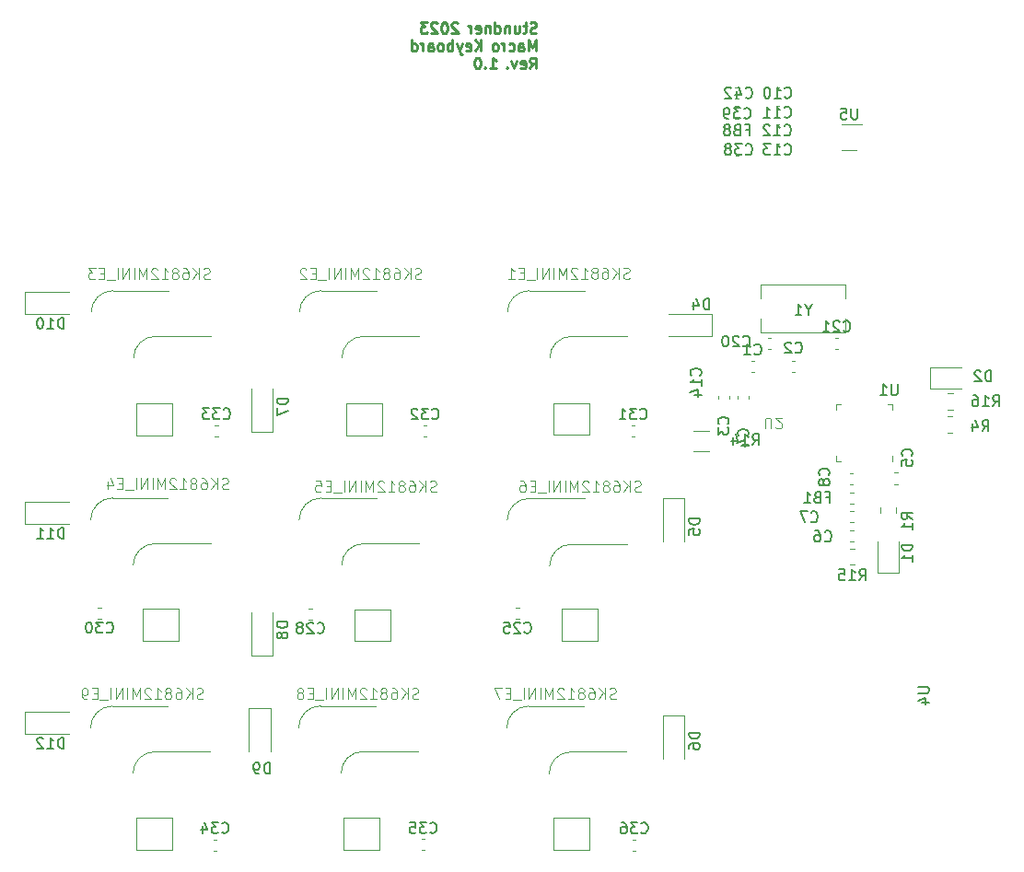
<source format=gbr>
%TF.GenerationSoftware,KiCad,Pcbnew,(7.0.0)*%
%TF.CreationDate,2023-06-18T19:00:30+02:00*%
%TF.ProjectId,Macro_Keyboard,4d616372-6f5f-44b6-9579-626f6172642e,rev?*%
%TF.SameCoordinates,Original*%
%TF.FileFunction,Legend,Bot*%
%TF.FilePolarity,Positive*%
%FSLAX46Y46*%
G04 Gerber Fmt 4.6, Leading zero omitted, Abs format (unit mm)*
G04 Created by KiCad (PCBNEW (7.0.0)) date 2023-06-18 19:00:30*
%MOMM*%
%LPD*%
G01*
G04 APERTURE LIST*
%ADD10C,0.250000*%
%ADD11C,0.150000*%
%ADD12C,0.100000*%
%ADD13C,0.120000*%
G04 APERTURE END LIST*
D10*
X112839523Y-43738761D02*
X112696666Y-43786380D01*
X112696666Y-43786380D02*
X112458571Y-43786380D01*
X112458571Y-43786380D02*
X112363333Y-43738761D01*
X112363333Y-43738761D02*
X112315714Y-43691142D01*
X112315714Y-43691142D02*
X112268095Y-43595904D01*
X112268095Y-43595904D02*
X112268095Y-43500666D01*
X112268095Y-43500666D02*
X112315714Y-43405428D01*
X112315714Y-43405428D02*
X112363333Y-43357809D01*
X112363333Y-43357809D02*
X112458571Y-43310190D01*
X112458571Y-43310190D02*
X112649047Y-43262571D01*
X112649047Y-43262571D02*
X112744285Y-43214952D01*
X112744285Y-43214952D02*
X112791904Y-43167333D01*
X112791904Y-43167333D02*
X112839523Y-43072095D01*
X112839523Y-43072095D02*
X112839523Y-42976857D01*
X112839523Y-42976857D02*
X112791904Y-42881619D01*
X112791904Y-42881619D02*
X112744285Y-42834000D01*
X112744285Y-42834000D02*
X112649047Y-42786380D01*
X112649047Y-42786380D02*
X112410952Y-42786380D01*
X112410952Y-42786380D02*
X112268095Y-42834000D01*
X111982380Y-43119714D02*
X111601428Y-43119714D01*
X111839523Y-42786380D02*
X111839523Y-43643523D01*
X111839523Y-43643523D02*
X111791904Y-43738761D01*
X111791904Y-43738761D02*
X111696666Y-43786380D01*
X111696666Y-43786380D02*
X111601428Y-43786380D01*
X110839523Y-43119714D02*
X110839523Y-43786380D01*
X111268094Y-43119714D02*
X111268094Y-43643523D01*
X111268094Y-43643523D02*
X111220475Y-43738761D01*
X111220475Y-43738761D02*
X111125237Y-43786380D01*
X111125237Y-43786380D02*
X110982380Y-43786380D01*
X110982380Y-43786380D02*
X110887142Y-43738761D01*
X110887142Y-43738761D02*
X110839523Y-43691142D01*
X110363332Y-43119714D02*
X110363332Y-43786380D01*
X110363332Y-43214952D02*
X110315713Y-43167333D01*
X110315713Y-43167333D02*
X110220475Y-43119714D01*
X110220475Y-43119714D02*
X110077618Y-43119714D01*
X110077618Y-43119714D02*
X109982380Y-43167333D01*
X109982380Y-43167333D02*
X109934761Y-43262571D01*
X109934761Y-43262571D02*
X109934761Y-43786380D01*
X109029999Y-43786380D02*
X109029999Y-42786380D01*
X109029999Y-43738761D02*
X109125237Y-43786380D01*
X109125237Y-43786380D02*
X109315713Y-43786380D01*
X109315713Y-43786380D02*
X109410951Y-43738761D01*
X109410951Y-43738761D02*
X109458570Y-43691142D01*
X109458570Y-43691142D02*
X109506189Y-43595904D01*
X109506189Y-43595904D02*
X109506189Y-43310190D01*
X109506189Y-43310190D02*
X109458570Y-43214952D01*
X109458570Y-43214952D02*
X109410951Y-43167333D01*
X109410951Y-43167333D02*
X109315713Y-43119714D01*
X109315713Y-43119714D02*
X109125237Y-43119714D01*
X109125237Y-43119714D02*
X109029999Y-43167333D01*
X108553808Y-43119714D02*
X108553808Y-43786380D01*
X108553808Y-43214952D02*
X108506189Y-43167333D01*
X108506189Y-43167333D02*
X108410951Y-43119714D01*
X108410951Y-43119714D02*
X108268094Y-43119714D01*
X108268094Y-43119714D02*
X108172856Y-43167333D01*
X108172856Y-43167333D02*
X108125237Y-43262571D01*
X108125237Y-43262571D02*
X108125237Y-43786380D01*
X107268094Y-43738761D02*
X107363332Y-43786380D01*
X107363332Y-43786380D02*
X107553808Y-43786380D01*
X107553808Y-43786380D02*
X107649046Y-43738761D01*
X107649046Y-43738761D02*
X107696665Y-43643523D01*
X107696665Y-43643523D02*
X107696665Y-43262571D01*
X107696665Y-43262571D02*
X107649046Y-43167333D01*
X107649046Y-43167333D02*
X107553808Y-43119714D01*
X107553808Y-43119714D02*
X107363332Y-43119714D01*
X107363332Y-43119714D02*
X107268094Y-43167333D01*
X107268094Y-43167333D02*
X107220475Y-43262571D01*
X107220475Y-43262571D02*
X107220475Y-43357809D01*
X107220475Y-43357809D02*
X107696665Y-43453047D01*
X106791903Y-43786380D02*
X106791903Y-43119714D01*
X106791903Y-43310190D02*
X106744284Y-43214952D01*
X106744284Y-43214952D02*
X106696665Y-43167333D01*
X106696665Y-43167333D02*
X106601427Y-43119714D01*
X106601427Y-43119714D02*
X106506189Y-43119714D01*
X105620474Y-42881619D02*
X105572855Y-42834000D01*
X105572855Y-42834000D02*
X105477617Y-42786380D01*
X105477617Y-42786380D02*
X105239522Y-42786380D01*
X105239522Y-42786380D02*
X105144284Y-42834000D01*
X105144284Y-42834000D02*
X105096665Y-42881619D01*
X105096665Y-42881619D02*
X105049046Y-42976857D01*
X105049046Y-42976857D02*
X105049046Y-43072095D01*
X105049046Y-43072095D02*
X105096665Y-43214952D01*
X105096665Y-43214952D02*
X105668093Y-43786380D01*
X105668093Y-43786380D02*
X105049046Y-43786380D01*
X104429998Y-42786380D02*
X104334760Y-42786380D01*
X104334760Y-42786380D02*
X104239522Y-42834000D01*
X104239522Y-42834000D02*
X104191903Y-42881619D01*
X104191903Y-42881619D02*
X104144284Y-42976857D01*
X104144284Y-42976857D02*
X104096665Y-43167333D01*
X104096665Y-43167333D02*
X104096665Y-43405428D01*
X104096665Y-43405428D02*
X104144284Y-43595904D01*
X104144284Y-43595904D02*
X104191903Y-43691142D01*
X104191903Y-43691142D02*
X104239522Y-43738761D01*
X104239522Y-43738761D02*
X104334760Y-43786380D01*
X104334760Y-43786380D02*
X104429998Y-43786380D01*
X104429998Y-43786380D02*
X104525236Y-43738761D01*
X104525236Y-43738761D02*
X104572855Y-43691142D01*
X104572855Y-43691142D02*
X104620474Y-43595904D01*
X104620474Y-43595904D02*
X104668093Y-43405428D01*
X104668093Y-43405428D02*
X104668093Y-43167333D01*
X104668093Y-43167333D02*
X104620474Y-42976857D01*
X104620474Y-42976857D02*
X104572855Y-42881619D01*
X104572855Y-42881619D02*
X104525236Y-42834000D01*
X104525236Y-42834000D02*
X104429998Y-42786380D01*
X103715712Y-42881619D02*
X103668093Y-42834000D01*
X103668093Y-42834000D02*
X103572855Y-42786380D01*
X103572855Y-42786380D02*
X103334760Y-42786380D01*
X103334760Y-42786380D02*
X103239522Y-42834000D01*
X103239522Y-42834000D02*
X103191903Y-42881619D01*
X103191903Y-42881619D02*
X103144284Y-42976857D01*
X103144284Y-42976857D02*
X103144284Y-43072095D01*
X103144284Y-43072095D02*
X103191903Y-43214952D01*
X103191903Y-43214952D02*
X103763331Y-43786380D01*
X103763331Y-43786380D02*
X103144284Y-43786380D01*
X102810950Y-42786380D02*
X102191903Y-42786380D01*
X102191903Y-42786380D02*
X102525236Y-43167333D01*
X102525236Y-43167333D02*
X102382379Y-43167333D01*
X102382379Y-43167333D02*
X102287141Y-43214952D01*
X102287141Y-43214952D02*
X102239522Y-43262571D01*
X102239522Y-43262571D02*
X102191903Y-43357809D01*
X102191903Y-43357809D02*
X102191903Y-43595904D01*
X102191903Y-43595904D02*
X102239522Y-43691142D01*
X102239522Y-43691142D02*
X102287141Y-43738761D01*
X102287141Y-43738761D02*
X102382379Y-43786380D01*
X102382379Y-43786380D02*
X102668093Y-43786380D01*
X102668093Y-43786380D02*
X102763331Y-43738761D01*
X102763331Y-43738761D02*
X102810950Y-43691142D01*
X112791904Y-45406380D02*
X112791904Y-44406380D01*
X112791904Y-44406380D02*
X112458571Y-45120666D01*
X112458571Y-45120666D02*
X112125238Y-44406380D01*
X112125238Y-44406380D02*
X112125238Y-45406380D01*
X111220476Y-45406380D02*
X111220476Y-44882571D01*
X111220476Y-44882571D02*
X111268095Y-44787333D01*
X111268095Y-44787333D02*
X111363333Y-44739714D01*
X111363333Y-44739714D02*
X111553809Y-44739714D01*
X111553809Y-44739714D02*
X111649047Y-44787333D01*
X111220476Y-45358761D02*
X111315714Y-45406380D01*
X111315714Y-45406380D02*
X111553809Y-45406380D01*
X111553809Y-45406380D02*
X111649047Y-45358761D01*
X111649047Y-45358761D02*
X111696666Y-45263523D01*
X111696666Y-45263523D02*
X111696666Y-45168285D01*
X111696666Y-45168285D02*
X111649047Y-45073047D01*
X111649047Y-45073047D02*
X111553809Y-45025428D01*
X111553809Y-45025428D02*
X111315714Y-45025428D01*
X111315714Y-45025428D02*
X111220476Y-44977809D01*
X110315714Y-45358761D02*
X110410952Y-45406380D01*
X110410952Y-45406380D02*
X110601428Y-45406380D01*
X110601428Y-45406380D02*
X110696666Y-45358761D01*
X110696666Y-45358761D02*
X110744285Y-45311142D01*
X110744285Y-45311142D02*
X110791904Y-45215904D01*
X110791904Y-45215904D02*
X110791904Y-44930190D01*
X110791904Y-44930190D02*
X110744285Y-44834952D01*
X110744285Y-44834952D02*
X110696666Y-44787333D01*
X110696666Y-44787333D02*
X110601428Y-44739714D01*
X110601428Y-44739714D02*
X110410952Y-44739714D01*
X110410952Y-44739714D02*
X110315714Y-44787333D01*
X109887142Y-45406380D02*
X109887142Y-44739714D01*
X109887142Y-44930190D02*
X109839523Y-44834952D01*
X109839523Y-44834952D02*
X109791904Y-44787333D01*
X109791904Y-44787333D02*
X109696666Y-44739714D01*
X109696666Y-44739714D02*
X109601428Y-44739714D01*
X109125237Y-45406380D02*
X109220475Y-45358761D01*
X109220475Y-45358761D02*
X109268094Y-45311142D01*
X109268094Y-45311142D02*
X109315713Y-45215904D01*
X109315713Y-45215904D02*
X109315713Y-44930190D01*
X109315713Y-44930190D02*
X109268094Y-44834952D01*
X109268094Y-44834952D02*
X109220475Y-44787333D01*
X109220475Y-44787333D02*
X109125237Y-44739714D01*
X109125237Y-44739714D02*
X108982380Y-44739714D01*
X108982380Y-44739714D02*
X108887142Y-44787333D01*
X108887142Y-44787333D02*
X108839523Y-44834952D01*
X108839523Y-44834952D02*
X108791904Y-44930190D01*
X108791904Y-44930190D02*
X108791904Y-45215904D01*
X108791904Y-45215904D02*
X108839523Y-45311142D01*
X108839523Y-45311142D02*
X108887142Y-45358761D01*
X108887142Y-45358761D02*
X108982380Y-45406380D01*
X108982380Y-45406380D02*
X109125237Y-45406380D01*
X107763332Y-45406380D02*
X107763332Y-44406380D01*
X107191904Y-45406380D02*
X107620475Y-44834952D01*
X107191904Y-44406380D02*
X107763332Y-44977809D01*
X106382380Y-45358761D02*
X106477618Y-45406380D01*
X106477618Y-45406380D02*
X106668094Y-45406380D01*
X106668094Y-45406380D02*
X106763332Y-45358761D01*
X106763332Y-45358761D02*
X106810951Y-45263523D01*
X106810951Y-45263523D02*
X106810951Y-44882571D01*
X106810951Y-44882571D02*
X106763332Y-44787333D01*
X106763332Y-44787333D02*
X106668094Y-44739714D01*
X106668094Y-44739714D02*
X106477618Y-44739714D01*
X106477618Y-44739714D02*
X106382380Y-44787333D01*
X106382380Y-44787333D02*
X106334761Y-44882571D01*
X106334761Y-44882571D02*
X106334761Y-44977809D01*
X106334761Y-44977809D02*
X106810951Y-45073047D01*
X106001427Y-44739714D02*
X105763332Y-45406380D01*
X105525237Y-44739714D02*
X105763332Y-45406380D01*
X105763332Y-45406380D02*
X105858570Y-45644476D01*
X105858570Y-45644476D02*
X105906189Y-45692095D01*
X105906189Y-45692095D02*
X106001427Y-45739714D01*
X105144284Y-45406380D02*
X105144284Y-44406380D01*
X105144284Y-44787333D02*
X105049046Y-44739714D01*
X105049046Y-44739714D02*
X104858570Y-44739714D01*
X104858570Y-44739714D02*
X104763332Y-44787333D01*
X104763332Y-44787333D02*
X104715713Y-44834952D01*
X104715713Y-44834952D02*
X104668094Y-44930190D01*
X104668094Y-44930190D02*
X104668094Y-45215904D01*
X104668094Y-45215904D02*
X104715713Y-45311142D01*
X104715713Y-45311142D02*
X104763332Y-45358761D01*
X104763332Y-45358761D02*
X104858570Y-45406380D01*
X104858570Y-45406380D02*
X105049046Y-45406380D01*
X105049046Y-45406380D02*
X105144284Y-45358761D01*
X104096665Y-45406380D02*
X104191903Y-45358761D01*
X104191903Y-45358761D02*
X104239522Y-45311142D01*
X104239522Y-45311142D02*
X104287141Y-45215904D01*
X104287141Y-45215904D02*
X104287141Y-44930190D01*
X104287141Y-44930190D02*
X104239522Y-44834952D01*
X104239522Y-44834952D02*
X104191903Y-44787333D01*
X104191903Y-44787333D02*
X104096665Y-44739714D01*
X104096665Y-44739714D02*
X103953808Y-44739714D01*
X103953808Y-44739714D02*
X103858570Y-44787333D01*
X103858570Y-44787333D02*
X103810951Y-44834952D01*
X103810951Y-44834952D02*
X103763332Y-44930190D01*
X103763332Y-44930190D02*
X103763332Y-45215904D01*
X103763332Y-45215904D02*
X103810951Y-45311142D01*
X103810951Y-45311142D02*
X103858570Y-45358761D01*
X103858570Y-45358761D02*
X103953808Y-45406380D01*
X103953808Y-45406380D02*
X104096665Y-45406380D01*
X102906189Y-45406380D02*
X102906189Y-44882571D01*
X102906189Y-44882571D02*
X102953808Y-44787333D01*
X102953808Y-44787333D02*
X103049046Y-44739714D01*
X103049046Y-44739714D02*
X103239522Y-44739714D01*
X103239522Y-44739714D02*
X103334760Y-44787333D01*
X102906189Y-45358761D02*
X103001427Y-45406380D01*
X103001427Y-45406380D02*
X103239522Y-45406380D01*
X103239522Y-45406380D02*
X103334760Y-45358761D01*
X103334760Y-45358761D02*
X103382379Y-45263523D01*
X103382379Y-45263523D02*
X103382379Y-45168285D01*
X103382379Y-45168285D02*
X103334760Y-45073047D01*
X103334760Y-45073047D02*
X103239522Y-45025428D01*
X103239522Y-45025428D02*
X103001427Y-45025428D01*
X103001427Y-45025428D02*
X102906189Y-44977809D01*
X102429998Y-45406380D02*
X102429998Y-44739714D01*
X102429998Y-44930190D02*
X102382379Y-44834952D01*
X102382379Y-44834952D02*
X102334760Y-44787333D01*
X102334760Y-44787333D02*
X102239522Y-44739714D01*
X102239522Y-44739714D02*
X102144284Y-44739714D01*
X101382379Y-45406380D02*
X101382379Y-44406380D01*
X101382379Y-45358761D02*
X101477617Y-45406380D01*
X101477617Y-45406380D02*
X101668093Y-45406380D01*
X101668093Y-45406380D02*
X101763331Y-45358761D01*
X101763331Y-45358761D02*
X101810950Y-45311142D01*
X101810950Y-45311142D02*
X101858569Y-45215904D01*
X101858569Y-45215904D02*
X101858569Y-44930190D01*
X101858569Y-44930190D02*
X101810950Y-44834952D01*
X101810950Y-44834952D02*
X101763331Y-44787333D01*
X101763331Y-44787333D02*
X101668093Y-44739714D01*
X101668093Y-44739714D02*
X101477617Y-44739714D01*
X101477617Y-44739714D02*
X101382379Y-44787333D01*
X112220476Y-47026380D02*
X112553809Y-46550190D01*
X112791904Y-47026380D02*
X112791904Y-46026380D01*
X112791904Y-46026380D02*
X112410952Y-46026380D01*
X112410952Y-46026380D02*
X112315714Y-46074000D01*
X112315714Y-46074000D02*
X112268095Y-46121619D01*
X112268095Y-46121619D02*
X112220476Y-46216857D01*
X112220476Y-46216857D02*
X112220476Y-46359714D01*
X112220476Y-46359714D02*
X112268095Y-46454952D01*
X112268095Y-46454952D02*
X112315714Y-46502571D01*
X112315714Y-46502571D02*
X112410952Y-46550190D01*
X112410952Y-46550190D02*
X112791904Y-46550190D01*
X111410952Y-46978761D02*
X111506190Y-47026380D01*
X111506190Y-47026380D02*
X111696666Y-47026380D01*
X111696666Y-47026380D02*
X111791904Y-46978761D01*
X111791904Y-46978761D02*
X111839523Y-46883523D01*
X111839523Y-46883523D02*
X111839523Y-46502571D01*
X111839523Y-46502571D02*
X111791904Y-46407333D01*
X111791904Y-46407333D02*
X111696666Y-46359714D01*
X111696666Y-46359714D02*
X111506190Y-46359714D01*
X111506190Y-46359714D02*
X111410952Y-46407333D01*
X111410952Y-46407333D02*
X111363333Y-46502571D01*
X111363333Y-46502571D02*
X111363333Y-46597809D01*
X111363333Y-46597809D02*
X111839523Y-46693047D01*
X111029999Y-46359714D02*
X110791904Y-47026380D01*
X110791904Y-47026380D02*
X110553809Y-46359714D01*
X110172856Y-46931142D02*
X110125237Y-46978761D01*
X110125237Y-46978761D02*
X110172856Y-47026380D01*
X110172856Y-47026380D02*
X110220475Y-46978761D01*
X110220475Y-46978761D02*
X110172856Y-46931142D01*
X110172856Y-46931142D02*
X110172856Y-47026380D01*
X108572857Y-47026380D02*
X109144285Y-47026380D01*
X108858571Y-47026380D02*
X108858571Y-46026380D01*
X108858571Y-46026380D02*
X108953809Y-46169238D01*
X108953809Y-46169238D02*
X109049047Y-46264476D01*
X109049047Y-46264476D02*
X109144285Y-46312095D01*
X108144285Y-46931142D02*
X108096666Y-46978761D01*
X108096666Y-46978761D02*
X108144285Y-47026380D01*
X108144285Y-47026380D02*
X108191904Y-46978761D01*
X108191904Y-46978761D02*
X108144285Y-46931142D01*
X108144285Y-46931142D02*
X108144285Y-47026380D01*
X107477619Y-46026380D02*
X107382381Y-46026380D01*
X107382381Y-46026380D02*
X107287143Y-46074000D01*
X107287143Y-46074000D02*
X107239524Y-46121619D01*
X107239524Y-46121619D02*
X107191905Y-46216857D01*
X107191905Y-46216857D02*
X107144286Y-46407333D01*
X107144286Y-46407333D02*
X107144286Y-46645428D01*
X107144286Y-46645428D02*
X107191905Y-46835904D01*
X107191905Y-46835904D02*
X107239524Y-46931142D01*
X107239524Y-46931142D02*
X107287143Y-46978761D01*
X107287143Y-46978761D02*
X107382381Y-47026380D01*
X107382381Y-47026380D02*
X107477619Y-47026380D01*
X107477619Y-47026380D02*
X107572857Y-46978761D01*
X107572857Y-46978761D02*
X107620476Y-46931142D01*
X107620476Y-46931142D02*
X107668095Y-46835904D01*
X107668095Y-46835904D02*
X107715714Y-46645428D01*
X107715714Y-46645428D02*
X107715714Y-46407333D01*
X107715714Y-46407333D02*
X107668095Y-46216857D01*
X107668095Y-46216857D02*
X107620476Y-46121619D01*
X107620476Y-46121619D02*
X107572857Y-46074000D01*
X107572857Y-46074000D02*
X107477619Y-46026380D01*
D11*
%TO.C,U4*%
X147957380Y-103886095D02*
X148766904Y-103886095D01*
X148766904Y-103886095D02*
X148862142Y-103933714D01*
X148862142Y-103933714D02*
X148909761Y-103981333D01*
X148909761Y-103981333D02*
X148957380Y-104076571D01*
X148957380Y-104076571D02*
X148957380Y-104267047D01*
X148957380Y-104267047D02*
X148909761Y-104362285D01*
X148909761Y-104362285D02*
X148862142Y-104409904D01*
X148862142Y-104409904D02*
X148766904Y-104457523D01*
X148766904Y-104457523D02*
X147957380Y-104457523D01*
X148290714Y-105362285D02*
X148957380Y-105362285D01*
X147909761Y-105124190D02*
X148624047Y-104886095D01*
X148624047Y-104886095D02*
X148624047Y-105505142D01*
%TO.C,C34*%
X83938663Y-117262818D02*
X83986282Y-117310437D01*
X83986282Y-117310437D02*
X84129139Y-117358056D01*
X84129139Y-117358056D02*
X84224377Y-117358056D01*
X84224377Y-117358056D02*
X84367234Y-117310437D01*
X84367234Y-117310437D02*
X84462472Y-117215199D01*
X84462472Y-117215199D02*
X84510091Y-117119961D01*
X84510091Y-117119961D02*
X84557710Y-116929485D01*
X84557710Y-116929485D02*
X84557710Y-116786628D01*
X84557710Y-116786628D02*
X84510091Y-116596152D01*
X84510091Y-116596152D02*
X84462472Y-116500914D01*
X84462472Y-116500914D02*
X84367234Y-116405676D01*
X84367234Y-116405676D02*
X84224377Y-116358056D01*
X84224377Y-116358056D02*
X84129139Y-116358056D01*
X84129139Y-116358056D02*
X83986282Y-116405676D01*
X83986282Y-116405676D02*
X83938663Y-116453295D01*
X83605329Y-116358056D02*
X82986282Y-116358056D01*
X82986282Y-116358056D02*
X83319615Y-116739009D01*
X83319615Y-116739009D02*
X83176758Y-116739009D01*
X83176758Y-116739009D02*
X83081520Y-116786628D01*
X83081520Y-116786628D02*
X83033901Y-116834247D01*
X83033901Y-116834247D02*
X82986282Y-116929485D01*
X82986282Y-116929485D02*
X82986282Y-117167580D01*
X82986282Y-117167580D02*
X83033901Y-117262818D01*
X83033901Y-117262818D02*
X83081520Y-117310437D01*
X83081520Y-117310437D02*
X83176758Y-117358056D01*
X83176758Y-117358056D02*
X83462472Y-117358056D01*
X83462472Y-117358056D02*
X83557710Y-117310437D01*
X83557710Y-117310437D02*
X83605329Y-117262818D01*
X82129139Y-116691390D02*
X82129139Y-117358056D01*
X82367234Y-116310437D02*
X82605329Y-117024723D01*
X82605329Y-117024723D02*
X81986282Y-117024723D01*
%TO.C,C32*%
X103253866Y-79193833D02*
X103301485Y-79241452D01*
X103301485Y-79241452D02*
X103444342Y-79289071D01*
X103444342Y-79289071D02*
X103539580Y-79289071D01*
X103539580Y-79289071D02*
X103682437Y-79241452D01*
X103682437Y-79241452D02*
X103777675Y-79146214D01*
X103777675Y-79146214D02*
X103825294Y-79050976D01*
X103825294Y-79050976D02*
X103872913Y-78860500D01*
X103872913Y-78860500D02*
X103872913Y-78717643D01*
X103872913Y-78717643D02*
X103825294Y-78527167D01*
X103825294Y-78527167D02*
X103777675Y-78431929D01*
X103777675Y-78431929D02*
X103682437Y-78336691D01*
X103682437Y-78336691D02*
X103539580Y-78289071D01*
X103539580Y-78289071D02*
X103444342Y-78289071D01*
X103444342Y-78289071D02*
X103301485Y-78336691D01*
X103301485Y-78336691D02*
X103253866Y-78384310D01*
X102920532Y-78289071D02*
X102301485Y-78289071D01*
X102301485Y-78289071D02*
X102634818Y-78670024D01*
X102634818Y-78670024D02*
X102491961Y-78670024D01*
X102491961Y-78670024D02*
X102396723Y-78717643D01*
X102396723Y-78717643D02*
X102349104Y-78765262D01*
X102349104Y-78765262D02*
X102301485Y-78860500D01*
X102301485Y-78860500D02*
X102301485Y-79098595D01*
X102301485Y-79098595D02*
X102349104Y-79193833D01*
X102349104Y-79193833D02*
X102396723Y-79241452D01*
X102396723Y-79241452D02*
X102491961Y-79289071D01*
X102491961Y-79289071D02*
X102777675Y-79289071D01*
X102777675Y-79289071D02*
X102872913Y-79241452D01*
X102872913Y-79241452D02*
X102920532Y-79193833D01*
X101920532Y-78384310D02*
X101872913Y-78336691D01*
X101872913Y-78336691D02*
X101777675Y-78289071D01*
X101777675Y-78289071D02*
X101539580Y-78289071D01*
X101539580Y-78289071D02*
X101444342Y-78336691D01*
X101444342Y-78336691D02*
X101396723Y-78384310D01*
X101396723Y-78384310D02*
X101349104Y-78479548D01*
X101349104Y-78479548D02*
X101349104Y-78574786D01*
X101349104Y-78574786D02*
X101396723Y-78717643D01*
X101396723Y-78717643D02*
X101968151Y-79289071D01*
X101968151Y-79289071D02*
X101349104Y-79289071D01*
D12*
%TO.C,SK6812MINI_E5*%
X103655363Y-85917761D02*
X103512506Y-85965380D01*
X103512506Y-85965380D02*
X103274411Y-85965380D01*
X103274411Y-85965380D02*
X103179173Y-85917761D01*
X103179173Y-85917761D02*
X103131554Y-85870142D01*
X103131554Y-85870142D02*
X103083935Y-85774904D01*
X103083935Y-85774904D02*
X103083935Y-85679666D01*
X103083935Y-85679666D02*
X103131554Y-85584428D01*
X103131554Y-85584428D02*
X103179173Y-85536809D01*
X103179173Y-85536809D02*
X103274411Y-85489190D01*
X103274411Y-85489190D02*
X103464887Y-85441571D01*
X103464887Y-85441571D02*
X103560125Y-85393952D01*
X103560125Y-85393952D02*
X103607744Y-85346333D01*
X103607744Y-85346333D02*
X103655363Y-85251095D01*
X103655363Y-85251095D02*
X103655363Y-85155857D01*
X103655363Y-85155857D02*
X103607744Y-85060619D01*
X103607744Y-85060619D02*
X103560125Y-85013000D01*
X103560125Y-85013000D02*
X103464887Y-84965380D01*
X103464887Y-84965380D02*
X103226792Y-84965380D01*
X103226792Y-84965380D02*
X103083935Y-85013000D01*
X102655363Y-85965380D02*
X102655363Y-84965380D01*
X102083935Y-85965380D02*
X102512506Y-85393952D01*
X102083935Y-84965380D02*
X102655363Y-85536809D01*
X101226792Y-84965380D02*
X101417268Y-84965380D01*
X101417268Y-84965380D02*
X101512506Y-85013000D01*
X101512506Y-85013000D02*
X101560125Y-85060619D01*
X101560125Y-85060619D02*
X101655363Y-85203476D01*
X101655363Y-85203476D02*
X101702982Y-85393952D01*
X101702982Y-85393952D02*
X101702982Y-85774904D01*
X101702982Y-85774904D02*
X101655363Y-85870142D01*
X101655363Y-85870142D02*
X101607744Y-85917761D01*
X101607744Y-85917761D02*
X101512506Y-85965380D01*
X101512506Y-85965380D02*
X101322030Y-85965380D01*
X101322030Y-85965380D02*
X101226792Y-85917761D01*
X101226792Y-85917761D02*
X101179173Y-85870142D01*
X101179173Y-85870142D02*
X101131554Y-85774904D01*
X101131554Y-85774904D02*
X101131554Y-85536809D01*
X101131554Y-85536809D02*
X101179173Y-85441571D01*
X101179173Y-85441571D02*
X101226792Y-85393952D01*
X101226792Y-85393952D02*
X101322030Y-85346333D01*
X101322030Y-85346333D02*
X101512506Y-85346333D01*
X101512506Y-85346333D02*
X101607744Y-85393952D01*
X101607744Y-85393952D02*
X101655363Y-85441571D01*
X101655363Y-85441571D02*
X101702982Y-85536809D01*
X100560125Y-85393952D02*
X100655363Y-85346333D01*
X100655363Y-85346333D02*
X100702982Y-85298714D01*
X100702982Y-85298714D02*
X100750601Y-85203476D01*
X100750601Y-85203476D02*
X100750601Y-85155857D01*
X100750601Y-85155857D02*
X100702982Y-85060619D01*
X100702982Y-85060619D02*
X100655363Y-85013000D01*
X100655363Y-85013000D02*
X100560125Y-84965380D01*
X100560125Y-84965380D02*
X100369649Y-84965380D01*
X100369649Y-84965380D02*
X100274411Y-85013000D01*
X100274411Y-85013000D02*
X100226792Y-85060619D01*
X100226792Y-85060619D02*
X100179173Y-85155857D01*
X100179173Y-85155857D02*
X100179173Y-85203476D01*
X100179173Y-85203476D02*
X100226792Y-85298714D01*
X100226792Y-85298714D02*
X100274411Y-85346333D01*
X100274411Y-85346333D02*
X100369649Y-85393952D01*
X100369649Y-85393952D02*
X100560125Y-85393952D01*
X100560125Y-85393952D02*
X100655363Y-85441571D01*
X100655363Y-85441571D02*
X100702982Y-85489190D01*
X100702982Y-85489190D02*
X100750601Y-85584428D01*
X100750601Y-85584428D02*
X100750601Y-85774904D01*
X100750601Y-85774904D02*
X100702982Y-85870142D01*
X100702982Y-85870142D02*
X100655363Y-85917761D01*
X100655363Y-85917761D02*
X100560125Y-85965380D01*
X100560125Y-85965380D02*
X100369649Y-85965380D01*
X100369649Y-85965380D02*
X100274411Y-85917761D01*
X100274411Y-85917761D02*
X100226792Y-85870142D01*
X100226792Y-85870142D02*
X100179173Y-85774904D01*
X100179173Y-85774904D02*
X100179173Y-85584428D01*
X100179173Y-85584428D02*
X100226792Y-85489190D01*
X100226792Y-85489190D02*
X100274411Y-85441571D01*
X100274411Y-85441571D02*
X100369649Y-85393952D01*
X99226792Y-85965380D02*
X99798220Y-85965380D01*
X99512506Y-85965380D02*
X99512506Y-84965380D01*
X99512506Y-84965380D02*
X99607744Y-85108238D01*
X99607744Y-85108238D02*
X99702982Y-85203476D01*
X99702982Y-85203476D02*
X99798220Y-85251095D01*
X98845839Y-85060619D02*
X98798220Y-85013000D01*
X98798220Y-85013000D02*
X98702982Y-84965380D01*
X98702982Y-84965380D02*
X98464887Y-84965380D01*
X98464887Y-84965380D02*
X98369649Y-85013000D01*
X98369649Y-85013000D02*
X98322030Y-85060619D01*
X98322030Y-85060619D02*
X98274411Y-85155857D01*
X98274411Y-85155857D02*
X98274411Y-85251095D01*
X98274411Y-85251095D02*
X98322030Y-85393952D01*
X98322030Y-85393952D02*
X98893458Y-85965380D01*
X98893458Y-85965380D02*
X98274411Y-85965380D01*
X97845839Y-85965380D02*
X97845839Y-84965380D01*
X97845839Y-84965380D02*
X97512506Y-85679666D01*
X97512506Y-85679666D02*
X97179173Y-84965380D01*
X97179173Y-84965380D02*
X97179173Y-85965380D01*
X96702982Y-85965380D02*
X96702982Y-84965380D01*
X96226792Y-85965380D02*
X96226792Y-84965380D01*
X96226792Y-84965380D02*
X95655364Y-85965380D01*
X95655364Y-85965380D02*
X95655364Y-84965380D01*
X95179173Y-85965380D02*
X95179173Y-84965380D01*
X94941079Y-86060619D02*
X94179174Y-86060619D01*
X93941078Y-85441571D02*
X93607745Y-85441571D01*
X93464888Y-85965380D02*
X93941078Y-85965380D01*
X93941078Y-85965380D02*
X93941078Y-84965380D01*
X93941078Y-84965380D02*
X93464888Y-84965380D01*
X92560126Y-84965380D02*
X93036316Y-84965380D01*
X93036316Y-84965380D02*
X93083935Y-85441571D01*
X93083935Y-85441571D02*
X93036316Y-85393952D01*
X93036316Y-85393952D02*
X92941078Y-85346333D01*
X92941078Y-85346333D02*
X92702983Y-85346333D01*
X92702983Y-85346333D02*
X92607745Y-85393952D01*
X92607745Y-85393952D02*
X92560126Y-85441571D01*
X92560126Y-85441571D02*
X92512507Y-85536809D01*
X92512507Y-85536809D02*
X92512507Y-85774904D01*
X92512507Y-85774904D02*
X92560126Y-85870142D01*
X92560126Y-85870142D02*
X92607745Y-85917761D01*
X92607745Y-85917761D02*
X92702983Y-85965380D01*
X92702983Y-85965380D02*
X92941078Y-85965380D01*
X92941078Y-85965380D02*
X93036316Y-85917761D01*
X93036316Y-85917761D02*
X93083935Y-85870142D01*
D11*
%TO.C,FB8*%
X132137951Y-52675571D02*
X132471284Y-52675571D01*
X132471284Y-53199380D02*
X132471284Y-52199380D01*
X132471284Y-52199380D02*
X131995094Y-52199380D01*
X131280808Y-52675571D02*
X131137951Y-52723190D01*
X131137951Y-52723190D02*
X131090332Y-52770809D01*
X131090332Y-52770809D02*
X131042713Y-52866047D01*
X131042713Y-52866047D02*
X131042713Y-53008904D01*
X131042713Y-53008904D02*
X131090332Y-53104142D01*
X131090332Y-53104142D02*
X131137951Y-53151761D01*
X131137951Y-53151761D02*
X131233189Y-53199380D01*
X131233189Y-53199380D02*
X131614141Y-53199380D01*
X131614141Y-53199380D02*
X131614141Y-52199380D01*
X131614141Y-52199380D02*
X131280808Y-52199380D01*
X131280808Y-52199380D02*
X131185570Y-52247000D01*
X131185570Y-52247000D02*
X131137951Y-52294619D01*
X131137951Y-52294619D02*
X131090332Y-52389857D01*
X131090332Y-52389857D02*
X131090332Y-52485095D01*
X131090332Y-52485095D02*
X131137951Y-52580333D01*
X131137951Y-52580333D02*
X131185570Y-52627952D01*
X131185570Y-52627952D02*
X131280808Y-52675571D01*
X131280808Y-52675571D02*
X131614141Y-52675571D01*
X130471284Y-52627952D02*
X130566522Y-52580333D01*
X130566522Y-52580333D02*
X130614141Y-52532714D01*
X130614141Y-52532714D02*
X130661760Y-52437476D01*
X130661760Y-52437476D02*
X130661760Y-52389857D01*
X130661760Y-52389857D02*
X130614141Y-52294619D01*
X130614141Y-52294619D02*
X130566522Y-52247000D01*
X130566522Y-52247000D02*
X130471284Y-52199380D01*
X130471284Y-52199380D02*
X130280808Y-52199380D01*
X130280808Y-52199380D02*
X130185570Y-52247000D01*
X130185570Y-52247000D02*
X130137951Y-52294619D01*
X130137951Y-52294619D02*
X130090332Y-52389857D01*
X130090332Y-52389857D02*
X130090332Y-52437476D01*
X130090332Y-52437476D02*
X130137951Y-52532714D01*
X130137951Y-52532714D02*
X130185570Y-52580333D01*
X130185570Y-52580333D02*
X130280808Y-52627952D01*
X130280808Y-52627952D02*
X130471284Y-52627952D01*
X130471284Y-52627952D02*
X130566522Y-52675571D01*
X130566522Y-52675571D02*
X130614141Y-52723190D01*
X130614141Y-52723190D02*
X130661760Y-52818428D01*
X130661760Y-52818428D02*
X130661760Y-53008904D01*
X130661760Y-53008904D02*
X130614141Y-53104142D01*
X130614141Y-53104142D02*
X130566522Y-53151761D01*
X130566522Y-53151761D02*
X130471284Y-53199380D01*
X130471284Y-53199380D02*
X130280808Y-53199380D01*
X130280808Y-53199380D02*
X130185570Y-53151761D01*
X130185570Y-53151761D02*
X130137951Y-53104142D01*
X130137951Y-53104142D02*
X130090332Y-53008904D01*
X130090332Y-53008904D02*
X130090332Y-52818428D01*
X130090332Y-52818428D02*
X130137951Y-52723190D01*
X130137951Y-52723190D02*
X130185570Y-52675571D01*
X130185570Y-52675571D02*
X130280808Y-52627952D01*
D12*
%TO.C,SK6812MINI_E9*%
X82189427Y-104967761D02*
X82046570Y-105015380D01*
X82046570Y-105015380D02*
X81808475Y-105015380D01*
X81808475Y-105015380D02*
X81713237Y-104967761D01*
X81713237Y-104967761D02*
X81665618Y-104920142D01*
X81665618Y-104920142D02*
X81617999Y-104824904D01*
X81617999Y-104824904D02*
X81617999Y-104729666D01*
X81617999Y-104729666D02*
X81665618Y-104634428D01*
X81665618Y-104634428D02*
X81713237Y-104586809D01*
X81713237Y-104586809D02*
X81808475Y-104539190D01*
X81808475Y-104539190D02*
X81998951Y-104491571D01*
X81998951Y-104491571D02*
X82094189Y-104443952D01*
X82094189Y-104443952D02*
X82141808Y-104396333D01*
X82141808Y-104396333D02*
X82189427Y-104301095D01*
X82189427Y-104301095D02*
X82189427Y-104205857D01*
X82189427Y-104205857D02*
X82141808Y-104110619D01*
X82141808Y-104110619D02*
X82094189Y-104063000D01*
X82094189Y-104063000D02*
X81998951Y-104015380D01*
X81998951Y-104015380D02*
X81760856Y-104015380D01*
X81760856Y-104015380D02*
X81617999Y-104063000D01*
X81189427Y-105015380D02*
X81189427Y-104015380D01*
X80617999Y-105015380D02*
X81046570Y-104443952D01*
X80617999Y-104015380D02*
X81189427Y-104586809D01*
X79760856Y-104015380D02*
X79951332Y-104015380D01*
X79951332Y-104015380D02*
X80046570Y-104063000D01*
X80046570Y-104063000D02*
X80094189Y-104110619D01*
X80094189Y-104110619D02*
X80189427Y-104253476D01*
X80189427Y-104253476D02*
X80237046Y-104443952D01*
X80237046Y-104443952D02*
X80237046Y-104824904D01*
X80237046Y-104824904D02*
X80189427Y-104920142D01*
X80189427Y-104920142D02*
X80141808Y-104967761D01*
X80141808Y-104967761D02*
X80046570Y-105015380D01*
X80046570Y-105015380D02*
X79856094Y-105015380D01*
X79856094Y-105015380D02*
X79760856Y-104967761D01*
X79760856Y-104967761D02*
X79713237Y-104920142D01*
X79713237Y-104920142D02*
X79665618Y-104824904D01*
X79665618Y-104824904D02*
X79665618Y-104586809D01*
X79665618Y-104586809D02*
X79713237Y-104491571D01*
X79713237Y-104491571D02*
X79760856Y-104443952D01*
X79760856Y-104443952D02*
X79856094Y-104396333D01*
X79856094Y-104396333D02*
X80046570Y-104396333D01*
X80046570Y-104396333D02*
X80141808Y-104443952D01*
X80141808Y-104443952D02*
X80189427Y-104491571D01*
X80189427Y-104491571D02*
X80237046Y-104586809D01*
X79094189Y-104443952D02*
X79189427Y-104396333D01*
X79189427Y-104396333D02*
X79237046Y-104348714D01*
X79237046Y-104348714D02*
X79284665Y-104253476D01*
X79284665Y-104253476D02*
X79284665Y-104205857D01*
X79284665Y-104205857D02*
X79237046Y-104110619D01*
X79237046Y-104110619D02*
X79189427Y-104063000D01*
X79189427Y-104063000D02*
X79094189Y-104015380D01*
X79094189Y-104015380D02*
X78903713Y-104015380D01*
X78903713Y-104015380D02*
X78808475Y-104063000D01*
X78808475Y-104063000D02*
X78760856Y-104110619D01*
X78760856Y-104110619D02*
X78713237Y-104205857D01*
X78713237Y-104205857D02*
X78713237Y-104253476D01*
X78713237Y-104253476D02*
X78760856Y-104348714D01*
X78760856Y-104348714D02*
X78808475Y-104396333D01*
X78808475Y-104396333D02*
X78903713Y-104443952D01*
X78903713Y-104443952D02*
X79094189Y-104443952D01*
X79094189Y-104443952D02*
X79189427Y-104491571D01*
X79189427Y-104491571D02*
X79237046Y-104539190D01*
X79237046Y-104539190D02*
X79284665Y-104634428D01*
X79284665Y-104634428D02*
X79284665Y-104824904D01*
X79284665Y-104824904D02*
X79237046Y-104920142D01*
X79237046Y-104920142D02*
X79189427Y-104967761D01*
X79189427Y-104967761D02*
X79094189Y-105015380D01*
X79094189Y-105015380D02*
X78903713Y-105015380D01*
X78903713Y-105015380D02*
X78808475Y-104967761D01*
X78808475Y-104967761D02*
X78760856Y-104920142D01*
X78760856Y-104920142D02*
X78713237Y-104824904D01*
X78713237Y-104824904D02*
X78713237Y-104634428D01*
X78713237Y-104634428D02*
X78760856Y-104539190D01*
X78760856Y-104539190D02*
X78808475Y-104491571D01*
X78808475Y-104491571D02*
X78903713Y-104443952D01*
X77760856Y-105015380D02*
X78332284Y-105015380D01*
X78046570Y-105015380D02*
X78046570Y-104015380D01*
X78046570Y-104015380D02*
X78141808Y-104158238D01*
X78141808Y-104158238D02*
X78237046Y-104253476D01*
X78237046Y-104253476D02*
X78332284Y-104301095D01*
X77379903Y-104110619D02*
X77332284Y-104063000D01*
X77332284Y-104063000D02*
X77237046Y-104015380D01*
X77237046Y-104015380D02*
X76998951Y-104015380D01*
X76998951Y-104015380D02*
X76903713Y-104063000D01*
X76903713Y-104063000D02*
X76856094Y-104110619D01*
X76856094Y-104110619D02*
X76808475Y-104205857D01*
X76808475Y-104205857D02*
X76808475Y-104301095D01*
X76808475Y-104301095D02*
X76856094Y-104443952D01*
X76856094Y-104443952D02*
X77427522Y-105015380D01*
X77427522Y-105015380D02*
X76808475Y-105015380D01*
X76379903Y-105015380D02*
X76379903Y-104015380D01*
X76379903Y-104015380D02*
X76046570Y-104729666D01*
X76046570Y-104729666D02*
X75713237Y-104015380D01*
X75713237Y-104015380D02*
X75713237Y-105015380D01*
X75237046Y-105015380D02*
X75237046Y-104015380D01*
X74760856Y-105015380D02*
X74760856Y-104015380D01*
X74760856Y-104015380D02*
X74189428Y-105015380D01*
X74189428Y-105015380D02*
X74189428Y-104015380D01*
X73713237Y-105015380D02*
X73713237Y-104015380D01*
X73475143Y-105110619D02*
X72713238Y-105110619D01*
X72475142Y-104491571D02*
X72141809Y-104491571D01*
X71998952Y-105015380D02*
X72475142Y-105015380D01*
X72475142Y-105015380D02*
X72475142Y-104015380D01*
X72475142Y-104015380D02*
X71998952Y-104015380D01*
X71522761Y-105015380D02*
X71332285Y-105015380D01*
X71332285Y-105015380D02*
X71237047Y-104967761D01*
X71237047Y-104967761D02*
X71189428Y-104920142D01*
X71189428Y-104920142D02*
X71094190Y-104777285D01*
X71094190Y-104777285D02*
X71046571Y-104586809D01*
X71046571Y-104586809D02*
X71046571Y-104205857D01*
X71046571Y-104205857D02*
X71094190Y-104110619D01*
X71094190Y-104110619D02*
X71141809Y-104063000D01*
X71141809Y-104063000D02*
X71237047Y-104015380D01*
X71237047Y-104015380D02*
X71427523Y-104015380D01*
X71427523Y-104015380D02*
X71522761Y-104063000D01*
X71522761Y-104063000D02*
X71570380Y-104110619D01*
X71570380Y-104110619D02*
X71617999Y-104205857D01*
X71617999Y-104205857D02*
X71617999Y-104443952D01*
X71617999Y-104443952D02*
X71570380Y-104539190D01*
X71570380Y-104539190D02*
X71522761Y-104586809D01*
X71522761Y-104586809D02*
X71427523Y-104634428D01*
X71427523Y-104634428D02*
X71237047Y-104634428D01*
X71237047Y-104634428D02*
X71141809Y-104586809D01*
X71141809Y-104586809D02*
X71094190Y-104539190D01*
X71094190Y-104539190D02*
X71046571Y-104443952D01*
D11*
%TO.C,R1*%
X147433380Y-88479333D02*
X146957190Y-88146000D01*
X147433380Y-87907905D02*
X146433380Y-87907905D01*
X146433380Y-87907905D02*
X146433380Y-88288857D01*
X146433380Y-88288857D02*
X146481000Y-88384095D01*
X146481000Y-88384095D02*
X146528619Y-88431714D01*
X146528619Y-88431714D02*
X146623857Y-88479333D01*
X146623857Y-88479333D02*
X146766714Y-88479333D01*
X146766714Y-88479333D02*
X146861952Y-88431714D01*
X146861952Y-88431714D02*
X146909571Y-88384095D01*
X146909571Y-88384095D02*
X146957190Y-88288857D01*
X146957190Y-88288857D02*
X146957190Y-87907905D01*
X147433380Y-89431714D02*
X147433380Y-88860286D01*
X147433380Y-89146000D02*
X146433380Y-89146000D01*
X146433380Y-89146000D02*
X146576238Y-89050762D01*
X146576238Y-89050762D02*
X146671476Y-88955524D01*
X146671476Y-88955524D02*
X146719095Y-88860286D01*
%TO.C,C5*%
X147338142Y-82637333D02*
X147385761Y-82589714D01*
X147385761Y-82589714D02*
X147433380Y-82446857D01*
X147433380Y-82446857D02*
X147433380Y-82351619D01*
X147433380Y-82351619D02*
X147385761Y-82208762D01*
X147385761Y-82208762D02*
X147290523Y-82113524D01*
X147290523Y-82113524D02*
X147195285Y-82065905D01*
X147195285Y-82065905D02*
X147004809Y-82018286D01*
X147004809Y-82018286D02*
X146861952Y-82018286D01*
X146861952Y-82018286D02*
X146671476Y-82065905D01*
X146671476Y-82065905D02*
X146576238Y-82113524D01*
X146576238Y-82113524D02*
X146481000Y-82208762D01*
X146481000Y-82208762D02*
X146433380Y-82351619D01*
X146433380Y-82351619D02*
X146433380Y-82446857D01*
X146433380Y-82446857D02*
X146481000Y-82589714D01*
X146481000Y-82589714D02*
X146528619Y-82637333D01*
X146433380Y-83542095D02*
X146433380Y-83065905D01*
X146433380Y-83065905D02*
X146909571Y-83018286D01*
X146909571Y-83018286D02*
X146861952Y-83065905D01*
X146861952Y-83065905D02*
X146814333Y-83161143D01*
X146814333Y-83161143D02*
X146814333Y-83399238D01*
X146814333Y-83399238D02*
X146861952Y-83494476D01*
X146861952Y-83494476D02*
X146909571Y-83542095D01*
X146909571Y-83542095D02*
X147004809Y-83589714D01*
X147004809Y-83589714D02*
X147242904Y-83589714D01*
X147242904Y-83589714D02*
X147338142Y-83542095D01*
X147338142Y-83542095D02*
X147385761Y-83494476D01*
X147385761Y-83494476D02*
X147433380Y-83399238D01*
X147433380Y-83399238D02*
X147433380Y-83161143D01*
X147433380Y-83161143D02*
X147385761Y-83065905D01*
X147385761Y-83065905D02*
X147338142Y-83018286D01*
%TO.C,C30*%
X73321756Y-98844374D02*
X73369375Y-98891993D01*
X73369375Y-98891993D02*
X73512232Y-98939612D01*
X73512232Y-98939612D02*
X73607470Y-98939612D01*
X73607470Y-98939612D02*
X73750327Y-98891993D01*
X73750327Y-98891993D02*
X73845565Y-98796755D01*
X73845565Y-98796755D02*
X73893184Y-98701517D01*
X73893184Y-98701517D02*
X73940803Y-98511041D01*
X73940803Y-98511041D02*
X73940803Y-98368184D01*
X73940803Y-98368184D02*
X73893184Y-98177708D01*
X73893184Y-98177708D02*
X73845565Y-98082470D01*
X73845565Y-98082470D02*
X73750327Y-97987232D01*
X73750327Y-97987232D02*
X73607470Y-97939612D01*
X73607470Y-97939612D02*
X73512232Y-97939612D01*
X73512232Y-97939612D02*
X73369375Y-97987232D01*
X73369375Y-97987232D02*
X73321756Y-98034851D01*
X72988422Y-97939612D02*
X72369375Y-97939612D01*
X72369375Y-97939612D02*
X72702708Y-98320565D01*
X72702708Y-98320565D02*
X72559851Y-98320565D01*
X72559851Y-98320565D02*
X72464613Y-98368184D01*
X72464613Y-98368184D02*
X72416994Y-98415803D01*
X72416994Y-98415803D02*
X72369375Y-98511041D01*
X72369375Y-98511041D02*
X72369375Y-98749136D01*
X72369375Y-98749136D02*
X72416994Y-98844374D01*
X72416994Y-98844374D02*
X72464613Y-98891993D01*
X72464613Y-98891993D02*
X72559851Y-98939612D01*
X72559851Y-98939612D02*
X72845565Y-98939612D01*
X72845565Y-98939612D02*
X72940803Y-98891993D01*
X72940803Y-98891993D02*
X72988422Y-98844374D01*
X71750327Y-97939612D02*
X71655089Y-97939612D01*
X71655089Y-97939612D02*
X71559851Y-97987232D01*
X71559851Y-97987232D02*
X71512232Y-98034851D01*
X71512232Y-98034851D02*
X71464613Y-98130089D01*
X71464613Y-98130089D02*
X71416994Y-98320565D01*
X71416994Y-98320565D02*
X71416994Y-98558660D01*
X71416994Y-98558660D02*
X71464613Y-98749136D01*
X71464613Y-98749136D02*
X71512232Y-98844374D01*
X71512232Y-98844374D02*
X71559851Y-98891993D01*
X71559851Y-98891993D02*
X71655089Y-98939612D01*
X71655089Y-98939612D02*
X71750327Y-98939612D01*
X71750327Y-98939612D02*
X71845565Y-98891993D01*
X71845565Y-98891993D02*
X71893184Y-98844374D01*
X71893184Y-98844374D02*
X71940803Y-98749136D01*
X71940803Y-98749136D02*
X71988422Y-98558660D01*
X71988422Y-98558660D02*
X71988422Y-98320565D01*
X71988422Y-98320565D02*
X71940803Y-98130089D01*
X71940803Y-98130089D02*
X71893184Y-98034851D01*
X71893184Y-98034851D02*
X71845565Y-97987232D01*
X71845565Y-97987232D02*
X71750327Y-97939612D01*
%TO.C,C3*%
X130448510Y-79708046D02*
X130496129Y-79660427D01*
X130496129Y-79660427D02*
X130543748Y-79517570D01*
X130543748Y-79517570D02*
X130543748Y-79422332D01*
X130543748Y-79422332D02*
X130496129Y-79279475D01*
X130496129Y-79279475D02*
X130400891Y-79184237D01*
X130400891Y-79184237D02*
X130305653Y-79136618D01*
X130305653Y-79136618D02*
X130115177Y-79088999D01*
X130115177Y-79088999D02*
X129972320Y-79088999D01*
X129972320Y-79088999D02*
X129781844Y-79136618D01*
X129781844Y-79136618D02*
X129686606Y-79184237D01*
X129686606Y-79184237D02*
X129591368Y-79279475D01*
X129591368Y-79279475D02*
X129543748Y-79422332D01*
X129543748Y-79422332D02*
X129543748Y-79517570D01*
X129543748Y-79517570D02*
X129591368Y-79660427D01*
X129591368Y-79660427D02*
X129638987Y-79708046D01*
X129543748Y-80041380D02*
X129543748Y-80660427D01*
X129543748Y-80660427D02*
X129924701Y-80327094D01*
X129924701Y-80327094D02*
X129924701Y-80469951D01*
X129924701Y-80469951D02*
X129972320Y-80565189D01*
X129972320Y-80565189D02*
X130019939Y-80612808D01*
X130019939Y-80612808D02*
X130115177Y-80660427D01*
X130115177Y-80660427D02*
X130353272Y-80660427D01*
X130353272Y-80660427D02*
X130448510Y-80612808D01*
X130448510Y-80612808D02*
X130496129Y-80565189D01*
X130496129Y-80565189D02*
X130543748Y-80469951D01*
X130543748Y-80469951D02*
X130543748Y-80184237D01*
X130543748Y-80184237D02*
X130496129Y-80088999D01*
X130496129Y-80088999D02*
X130448510Y-80041380D01*
%TO.C,C28*%
X92722850Y-98882900D02*
X92770469Y-98930519D01*
X92770469Y-98930519D02*
X92913326Y-98978138D01*
X92913326Y-98978138D02*
X93008564Y-98978138D01*
X93008564Y-98978138D02*
X93151421Y-98930519D01*
X93151421Y-98930519D02*
X93246659Y-98835281D01*
X93246659Y-98835281D02*
X93294278Y-98740043D01*
X93294278Y-98740043D02*
X93341897Y-98549567D01*
X93341897Y-98549567D02*
X93341897Y-98406710D01*
X93341897Y-98406710D02*
X93294278Y-98216234D01*
X93294278Y-98216234D02*
X93246659Y-98120996D01*
X93246659Y-98120996D02*
X93151421Y-98025758D01*
X93151421Y-98025758D02*
X93008564Y-97978138D01*
X93008564Y-97978138D02*
X92913326Y-97978138D01*
X92913326Y-97978138D02*
X92770469Y-98025758D01*
X92770469Y-98025758D02*
X92722850Y-98073377D01*
X92341897Y-98073377D02*
X92294278Y-98025758D01*
X92294278Y-98025758D02*
X92199040Y-97978138D01*
X92199040Y-97978138D02*
X91960945Y-97978138D01*
X91960945Y-97978138D02*
X91865707Y-98025758D01*
X91865707Y-98025758D02*
X91818088Y-98073377D01*
X91818088Y-98073377D02*
X91770469Y-98168615D01*
X91770469Y-98168615D02*
X91770469Y-98263853D01*
X91770469Y-98263853D02*
X91818088Y-98406710D01*
X91818088Y-98406710D02*
X92389516Y-98978138D01*
X92389516Y-98978138D02*
X91770469Y-98978138D01*
X91199040Y-98406710D02*
X91294278Y-98359091D01*
X91294278Y-98359091D02*
X91341897Y-98311472D01*
X91341897Y-98311472D02*
X91389516Y-98216234D01*
X91389516Y-98216234D02*
X91389516Y-98168615D01*
X91389516Y-98168615D02*
X91341897Y-98073377D01*
X91341897Y-98073377D02*
X91294278Y-98025758D01*
X91294278Y-98025758D02*
X91199040Y-97978138D01*
X91199040Y-97978138D02*
X91008564Y-97978138D01*
X91008564Y-97978138D02*
X90913326Y-98025758D01*
X90913326Y-98025758D02*
X90865707Y-98073377D01*
X90865707Y-98073377D02*
X90818088Y-98168615D01*
X90818088Y-98168615D02*
X90818088Y-98216234D01*
X90818088Y-98216234D02*
X90865707Y-98311472D01*
X90865707Y-98311472D02*
X90913326Y-98359091D01*
X90913326Y-98359091D02*
X91008564Y-98406710D01*
X91008564Y-98406710D02*
X91199040Y-98406710D01*
X91199040Y-98406710D02*
X91294278Y-98454329D01*
X91294278Y-98454329D02*
X91341897Y-98501948D01*
X91341897Y-98501948D02*
X91389516Y-98597186D01*
X91389516Y-98597186D02*
X91389516Y-98787662D01*
X91389516Y-98787662D02*
X91341897Y-98882900D01*
X91341897Y-98882900D02*
X91294278Y-98930519D01*
X91294278Y-98930519D02*
X91199040Y-98978138D01*
X91199040Y-98978138D02*
X91008564Y-98978138D01*
X91008564Y-98978138D02*
X90913326Y-98930519D01*
X90913326Y-98930519D02*
X90865707Y-98882900D01*
X90865707Y-98882900D02*
X90818088Y-98787662D01*
X90818088Y-98787662D02*
X90818088Y-98597186D01*
X90818088Y-98597186D02*
X90865707Y-98501948D01*
X90865707Y-98501948D02*
X90913326Y-98454329D01*
X90913326Y-98454329D02*
X91008564Y-98406710D01*
D12*
%TO.C,U2*%
X133858095Y-80134619D02*
X133858095Y-79325095D01*
X133858095Y-79325095D02*
X133905714Y-79229857D01*
X133905714Y-79229857D02*
X133953333Y-79182238D01*
X133953333Y-79182238D02*
X134048571Y-79134619D01*
X134048571Y-79134619D02*
X134239047Y-79134619D01*
X134239047Y-79134619D02*
X134334285Y-79182238D01*
X134334285Y-79182238D02*
X134381904Y-79229857D01*
X134381904Y-79229857D02*
X134429523Y-79325095D01*
X134429523Y-79325095D02*
X134429523Y-80134619D01*
X134858095Y-80039380D02*
X134905714Y-80087000D01*
X134905714Y-80087000D02*
X135000952Y-80134619D01*
X135000952Y-80134619D02*
X135239047Y-80134619D01*
X135239047Y-80134619D02*
X135334285Y-80087000D01*
X135334285Y-80087000D02*
X135381904Y-80039380D01*
X135381904Y-80039380D02*
X135429523Y-79944142D01*
X135429523Y-79944142D02*
X135429523Y-79848904D01*
X135429523Y-79848904D02*
X135381904Y-79706047D01*
X135381904Y-79706047D02*
X134810476Y-79134619D01*
X134810476Y-79134619D02*
X135429523Y-79134619D01*
D11*
%TO.C,C25*%
X111743235Y-98851921D02*
X111790854Y-98899540D01*
X111790854Y-98899540D02*
X111933711Y-98947159D01*
X111933711Y-98947159D02*
X112028949Y-98947159D01*
X112028949Y-98947159D02*
X112171806Y-98899540D01*
X112171806Y-98899540D02*
X112267044Y-98804302D01*
X112267044Y-98804302D02*
X112314663Y-98709064D01*
X112314663Y-98709064D02*
X112362282Y-98518588D01*
X112362282Y-98518588D02*
X112362282Y-98375731D01*
X112362282Y-98375731D02*
X112314663Y-98185255D01*
X112314663Y-98185255D02*
X112267044Y-98090017D01*
X112267044Y-98090017D02*
X112171806Y-97994779D01*
X112171806Y-97994779D02*
X112028949Y-97947159D01*
X112028949Y-97947159D02*
X111933711Y-97947159D01*
X111933711Y-97947159D02*
X111790854Y-97994779D01*
X111790854Y-97994779D02*
X111743235Y-98042398D01*
X111362282Y-98042398D02*
X111314663Y-97994779D01*
X111314663Y-97994779D02*
X111219425Y-97947159D01*
X111219425Y-97947159D02*
X110981330Y-97947159D01*
X110981330Y-97947159D02*
X110886092Y-97994779D01*
X110886092Y-97994779D02*
X110838473Y-98042398D01*
X110838473Y-98042398D02*
X110790854Y-98137636D01*
X110790854Y-98137636D02*
X110790854Y-98232874D01*
X110790854Y-98232874D02*
X110838473Y-98375731D01*
X110838473Y-98375731D02*
X111409901Y-98947159D01*
X111409901Y-98947159D02*
X110790854Y-98947159D01*
X109886092Y-97947159D02*
X110362282Y-97947159D01*
X110362282Y-97947159D02*
X110409901Y-98423350D01*
X110409901Y-98423350D02*
X110362282Y-98375731D01*
X110362282Y-98375731D02*
X110267044Y-98328112D01*
X110267044Y-98328112D02*
X110028949Y-98328112D01*
X110028949Y-98328112D02*
X109933711Y-98375731D01*
X109933711Y-98375731D02*
X109886092Y-98423350D01*
X109886092Y-98423350D02*
X109838473Y-98518588D01*
X109838473Y-98518588D02*
X109838473Y-98756683D01*
X109838473Y-98756683D02*
X109886092Y-98851921D01*
X109886092Y-98851921D02*
X109933711Y-98899540D01*
X109933711Y-98899540D02*
X110028949Y-98947159D01*
X110028949Y-98947159D02*
X110267044Y-98947159D01*
X110267044Y-98947159D02*
X110362282Y-98899540D01*
X110362282Y-98899540D02*
X110409901Y-98851921D01*
%TO.C,C10*%
X135680814Y-49660806D02*
X135728433Y-49708425D01*
X135728433Y-49708425D02*
X135871290Y-49756044D01*
X135871290Y-49756044D02*
X135966528Y-49756044D01*
X135966528Y-49756044D02*
X136109385Y-49708425D01*
X136109385Y-49708425D02*
X136204623Y-49613187D01*
X136204623Y-49613187D02*
X136252242Y-49517949D01*
X136252242Y-49517949D02*
X136299861Y-49327473D01*
X136299861Y-49327473D02*
X136299861Y-49184616D01*
X136299861Y-49184616D02*
X136252242Y-48994140D01*
X136252242Y-48994140D02*
X136204623Y-48898902D01*
X136204623Y-48898902D02*
X136109385Y-48803664D01*
X136109385Y-48803664D02*
X135966528Y-48756044D01*
X135966528Y-48756044D02*
X135871290Y-48756044D01*
X135871290Y-48756044D02*
X135728433Y-48803664D01*
X135728433Y-48803664D02*
X135680814Y-48851283D01*
X134728433Y-49756044D02*
X135299861Y-49756044D01*
X135014147Y-49756044D02*
X135014147Y-48756044D01*
X135014147Y-48756044D02*
X135109385Y-48898902D01*
X135109385Y-48898902D02*
X135204623Y-48994140D01*
X135204623Y-48994140D02*
X135299861Y-49041759D01*
X134109385Y-48756044D02*
X134014147Y-48756044D01*
X134014147Y-48756044D02*
X133918909Y-48803664D01*
X133918909Y-48803664D02*
X133871290Y-48851283D01*
X133871290Y-48851283D02*
X133823671Y-48946521D01*
X133823671Y-48946521D02*
X133776052Y-49136997D01*
X133776052Y-49136997D02*
X133776052Y-49375092D01*
X133776052Y-49375092D02*
X133823671Y-49565568D01*
X133823671Y-49565568D02*
X133871290Y-49660806D01*
X133871290Y-49660806D02*
X133918909Y-49708425D01*
X133918909Y-49708425D02*
X134014147Y-49756044D01*
X134014147Y-49756044D02*
X134109385Y-49756044D01*
X134109385Y-49756044D02*
X134204623Y-49708425D01*
X134204623Y-49708425D02*
X134252242Y-49660806D01*
X134252242Y-49660806D02*
X134299861Y-49565568D01*
X134299861Y-49565568D02*
X134347480Y-49375092D01*
X134347480Y-49375092D02*
X134347480Y-49136997D01*
X134347480Y-49136997D02*
X134299861Y-48946521D01*
X134299861Y-48946521D02*
X134252242Y-48851283D01*
X134252242Y-48851283D02*
X134204623Y-48803664D01*
X134204623Y-48803664D02*
X134109385Y-48756044D01*
%TO.C,C35*%
X103084733Y-117248692D02*
X103132352Y-117296311D01*
X103132352Y-117296311D02*
X103275209Y-117343930D01*
X103275209Y-117343930D02*
X103370447Y-117343930D01*
X103370447Y-117343930D02*
X103513304Y-117296311D01*
X103513304Y-117296311D02*
X103608542Y-117201073D01*
X103608542Y-117201073D02*
X103656161Y-117105835D01*
X103656161Y-117105835D02*
X103703780Y-116915359D01*
X103703780Y-116915359D02*
X103703780Y-116772502D01*
X103703780Y-116772502D02*
X103656161Y-116582026D01*
X103656161Y-116582026D02*
X103608542Y-116486788D01*
X103608542Y-116486788D02*
X103513304Y-116391550D01*
X103513304Y-116391550D02*
X103370447Y-116343930D01*
X103370447Y-116343930D02*
X103275209Y-116343930D01*
X103275209Y-116343930D02*
X103132352Y-116391550D01*
X103132352Y-116391550D02*
X103084733Y-116439169D01*
X102751399Y-116343930D02*
X102132352Y-116343930D01*
X102132352Y-116343930D02*
X102465685Y-116724883D01*
X102465685Y-116724883D02*
X102322828Y-116724883D01*
X102322828Y-116724883D02*
X102227590Y-116772502D01*
X102227590Y-116772502D02*
X102179971Y-116820121D01*
X102179971Y-116820121D02*
X102132352Y-116915359D01*
X102132352Y-116915359D02*
X102132352Y-117153454D01*
X102132352Y-117153454D02*
X102179971Y-117248692D01*
X102179971Y-117248692D02*
X102227590Y-117296311D01*
X102227590Y-117296311D02*
X102322828Y-117343930D01*
X102322828Y-117343930D02*
X102608542Y-117343930D01*
X102608542Y-117343930D02*
X102703780Y-117296311D01*
X102703780Y-117296311D02*
X102751399Y-117248692D01*
X101227590Y-116343930D02*
X101703780Y-116343930D01*
X101703780Y-116343930D02*
X101751399Y-116820121D01*
X101751399Y-116820121D02*
X101703780Y-116772502D01*
X101703780Y-116772502D02*
X101608542Y-116724883D01*
X101608542Y-116724883D02*
X101370447Y-116724883D01*
X101370447Y-116724883D02*
X101275209Y-116772502D01*
X101275209Y-116772502D02*
X101227590Y-116820121D01*
X101227590Y-116820121D02*
X101179971Y-116915359D01*
X101179971Y-116915359D02*
X101179971Y-117153454D01*
X101179971Y-117153454D02*
X101227590Y-117248692D01*
X101227590Y-117248692D02*
X101275209Y-117296311D01*
X101275209Y-117296311D02*
X101370447Y-117343930D01*
X101370447Y-117343930D02*
X101608542Y-117343930D01*
X101608542Y-117343930D02*
X101703780Y-117296311D01*
X101703780Y-117296311D02*
X101751399Y-117248692D01*
D12*
%TO.C,SK6812MINI_E3*%
X82824427Y-66359761D02*
X82681570Y-66407380D01*
X82681570Y-66407380D02*
X82443475Y-66407380D01*
X82443475Y-66407380D02*
X82348237Y-66359761D01*
X82348237Y-66359761D02*
X82300618Y-66312142D01*
X82300618Y-66312142D02*
X82252999Y-66216904D01*
X82252999Y-66216904D02*
X82252999Y-66121666D01*
X82252999Y-66121666D02*
X82300618Y-66026428D01*
X82300618Y-66026428D02*
X82348237Y-65978809D01*
X82348237Y-65978809D02*
X82443475Y-65931190D01*
X82443475Y-65931190D02*
X82633951Y-65883571D01*
X82633951Y-65883571D02*
X82729189Y-65835952D01*
X82729189Y-65835952D02*
X82776808Y-65788333D01*
X82776808Y-65788333D02*
X82824427Y-65693095D01*
X82824427Y-65693095D02*
X82824427Y-65597857D01*
X82824427Y-65597857D02*
X82776808Y-65502619D01*
X82776808Y-65502619D02*
X82729189Y-65455000D01*
X82729189Y-65455000D02*
X82633951Y-65407380D01*
X82633951Y-65407380D02*
X82395856Y-65407380D01*
X82395856Y-65407380D02*
X82252999Y-65455000D01*
X81824427Y-66407380D02*
X81824427Y-65407380D01*
X81252999Y-66407380D02*
X81681570Y-65835952D01*
X81252999Y-65407380D02*
X81824427Y-65978809D01*
X80395856Y-65407380D02*
X80586332Y-65407380D01*
X80586332Y-65407380D02*
X80681570Y-65455000D01*
X80681570Y-65455000D02*
X80729189Y-65502619D01*
X80729189Y-65502619D02*
X80824427Y-65645476D01*
X80824427Y-65645476D02*
X80872046Y-65835952D01*
X80872046Y-65835952D02*
X80872046Y-66216904D01*
X80872046Y-66216904D02*
X80824427Y-66312142D01*
X80824427Y-66312142D02*
X80776808Y-66359761D01*
X80776808Y-66359761D02*
X80681570Y-66407380D01*
X80681570Y-66407380D02*
X80491094Y-66407380D01*
X80491094Y-66407380D02*
X80395856Y-66359761D01*
X80395856Y-66359761D02*
X80348237Y-66312142D01*
X80348237Y-66312142D02*
X80300618Y-66216904D01*
X80300618Y-66216904D02*
X80300618Y-65978809D01*
X80300618Y-65978809D02*
X80348237Y-65883571D01*
X80348237Y-65883571D02*
X80395856Y-65835952D01*
X80395856Y-65835952D02*
X80491094Y-65788333D01*
X80491094Y-65788333D02*
X80681570Y-65788333D01*
X80681570Y-65788333D02*
X80776808Y-65835952D01*
X80776808Y-65835952D02*
X80824427Y-65883571D01*
X80824427Y-65883571D02*
X80872046Y-65978809D01*
X79729189Y-65835952D02*
X79824427Y-65788333D01*
X79824427Y-65788333D02*
X79872046Y-65740714D01*
X79872046Y-65740714D02*
X79919665Y-65645476D01*
X79919665Y-65645476D02*
X79919665Y-65597857D01*
X79919665Y-65597857D02*
X79872046Y-65502619D01*
X79872046Y-65502619D02*
X79824427Y-65455000D01*
X79824427Y-65455000D02*
X79729189Y-65407380D01*
X79729189Y-65407380D02*
X79538713Y-65407380D01*
X79538713Y-65407380D02*
X79443475Y-65455000D01*
X79443475Y-65455000D02*
X79395856Y-65502619D01*
X79395856Y-65502619D02*
X79348237Y-65597857D01*
X79348237Y-65597857D02*
X79348237Y-65645476D01*
X79348237Y-65645476D02*
X79395856Y-65740714D01*
X79395856Y-65740714D02*
X79443475Y-65788333D01*
X79443475Y-65788333D02*
X79538713Y-65835952D01*
X79538713Y-65835952D02*
X79729189Y-65835952D01*
X79729189Y-65835952D02*
X79824427Y-65883571D01*
X79824427Y-65883571D02*
X79872046Y-65931190D01*
X79872046Y-65931190D02*
X79919665Y-66026428D01*
X79919665Y-66026428D02*
X79919665Y-66216904D01*
X79919665Y-66216904D02*
X79872046Y-66312142D01*
X79872046Y-66312142D02*
X79824427Y-66359761D01*
X79824427Y-66359761D02*
X79729189Y-66407380D01*
X79729189Y-66407380D02*
X79538713Y-66407380D01*
X79538713Y-66407380D02*
X79443475Y-66359761D01*
X79443475Y-66359761D02*
X79395856Y-66312142D01*
X79395856Y-66312142D02*
X79348237Y-66216904D01*
X79348237Y-66216904D02*
X79348237Y-66026428D01*
X79348237Y-66026428D02*
X79395856Y-65931190D01*
X79395856Y-65931190D02*
X79443475Y-65883571D01*
X79443475Y-65883571D02*
X79538713Y-65835952D01*
X78395856Y-66407380D02*
X78967284Y-66407380D01*
X78681570Y-66407380D02*
X78681570Y-65407380D01*
X78681570Y-65407380D02*
X78776808Y-65550238D01*
X78776808Y-65550238D02*
X78872046Y-65645476D01*
X78872046Y-65645476D02*
X78967284Y-65693095D01*
X78014903Y-65502619D02*
X77967284Y-65455000D01*
X77967284Y-65455000D02*
X77872046Y-65407380D01*
X77872046Y-65407380D02*
X77633951Y-65407380D01*
X77633951Y-65407380D02*
X77538713Y-65455000D01*
X77538713Y-65455000D02*
X77491094Y-65502619D01*
X77491094Y-65502619D02*
X77443475Y-65597857D01*
X77443475Y-65597857D02*
X77443475Y-65693095D01*
X77443475Y-65693095D02*
X77491094Y-65835952D01*
X77491094Y-65835952D02*
X78062522Y-66407380D01*
X78062522Y-66407380D02*
X77443475Y-66407380D01*
X77014903Y-66407380D02*
X77014903Y-65407380D01*
X77014903Y-65407380D02*
X76681570Y-66121666D01*
X76681570Y-66121666D02*
X76348237Y-65407380D01*
X76348237Y-65407380D02*
X76348237Y-66407380D01*
X75872046Y-66407380D02*
X75872046Y-65407380D01*
X75395856Y-66407380D02*
X75395856Y-65407380D01*
X75395856Y-65407380D02*
X74824428Y-66407380D01*
X74824428Y-66407380D02*
X74824428Y-65407380D01*
X74348237Y-66407380D02*
X74348237Y-65407380D01*
X74110143Y-66502619D02*
X73348238Y-66502619D01*
X73110142Y-65883571D02*
X72776809Y-65883571D01*
X72633952Y-66407380D02*
X73110142Y-66407380D01*
X73110142Y-66407380D02*
X73110142Y-65407380D01*
X73110142Y-65407380D02*
X72633952Y-65407380D01*
X72300618Y-65407380D02*
X71681571Y-65407380D01*
X71681571Y-65407380D02*
X72014904Y-65788333D01*
X72014904Y-65788333D02*
X71872047Y-65788333D01*
X71872047Y-65788333D02*
X71776809Y-65835952D01*
X71776809Y-65835952D02*
X71729190Y-65883571D01*
X71729190Y-65883571D02*
X71681571Y-65978809D01*
X71681571Y-65978809D02*
X71681571Y-66216904D01*
X71681571Y-66216904D02*
X71729190Y-66312142D01*
X71729190Y-66312142D02*
X71776809Y-66359761D01*
X71776809Y-66359761D02*
X71872047Y-66407380D01*
X71872047Y-66407380D02*
X72157761Y-66407380D01*
X72157761Y-66407380D02*
X72252999Y-66359761D01*
X72252999Y-66359761D02*
X72300618Y-66312142D01*
D11*
%TO.C,C38*%
X132087857Y-54882142D02*
X132135476Y-54929761D01*
X132135476Y-54929761D02*
X132278333Y-54977380D01*
X132278333Y-54977380D02*
X132373571Y-54977380D01*
X132373571Y-54977380D02*
X132516428Y-54929761D01*
X132516428Y-54929761D02*
X132611666Y-54834523D01*
X132611666Y-54834523D02*
X132659285Y-54739285D01*
X132659285Y-54739285D02*
X132706904Y-54548809D01*
X132706904Y-54548809D02*
X132706904Y-54405952D01*
X132706904Y-54405952D02*
X132659285Y-54215476D01*
X132659285Y-54215476D02*
X132611666Y-54120238D01*
X132611666Y-54120238D02*
X132516428Y-54025000D01*
X132516428Y-54025000D02*
X132373571Y-53977380D01*
X132373571Y-53977380D02*
X132278333Y-53977380D01*
X132278333Y-53977380D02*
X132135476Y-54025000D01*
X132135476Y-54025000D02*
X132087857Y-54072619D01*
X131754523Y-53977380D02*
X131135476Y-53977380D01*
X131135476Y-53977380D02*
X131468809Y-54358333D01*
X131468809Y-54358333D02*
X131325952Y-54358333D01*
X131325952Y-54358333D02*
X131230714Y-54405952D01*
X131230714Y-54405952D02*
X131183095Y-54453571D01*
X131183095Y-54453571D02*
X131135476Y-54548809D01*
X131135476Y-54548809D02*
X131135476Y-54786904D01*
X131135476Y-54786904D02*
X131183095Y-54882142D01*
X131183095Y-54882142D02*
X131230714Y-54929761D01*
X131230714Y-54929761D02*
X131325952Y-54977380D01*
X131325952Y-54977380D02*
X131611666Y-54977380D01*
X131611666Y-54977380D02*
X131706904Y-54929761D01*
X131706904Y-54929761D02*
X131754523Y-54882142D01*
X130564047Y-54405952D02*
X130659285Y-54358333D01*
X130659285Y-54358333D02*
X130706904Y-54310714D01*
X130706904Y-54310714D02*
X130754523Y-54215476D01*
X130754523Y-54215476D02*
X130754523Y-54167857D01*
X130754523Y-54167857D02*
X130706904Y-54072619D01*
X130706904Y-54072619D02*
X130659285Y-54025000D01*
X130659285Y-54025000D02*
X130564047Y-53977380D01*
X130564047Y-53977380D02*
X130373571Y-53977380D01*
X130373571Y-53977380D02*
X130278333Y-54025000D01*
X130278333Y-54025000D02*
X130230714Y-54072619D01*
X130230714Y-54072619D02*
X130183095Y-54167857D01*
X130183095Y-54167857D02*
X130183095Y-54215476D01*
X130183095Y-54215476D02*
X130230714Y-54310714D01*
X130230714Y-54310714D02*
X130278333Y-54358333D01*
X130278333Y-54358333D02*
X130373571Y-54405952D01*
X130373571Y-54405952D02*
X130564047Y-54405952D01*
X130564047Y-54405952D02*
X130659285Y-54453571D01*
X130659285Y-54453571D02*
X130706904Y-54501190D01*
X130706904Y-54501190D02*
X130754523Y-54596428D01*
X130754523Y-54596428D02*
X130754523Y-54786904D01*
X130754523Y-54786904D02*
X130706904Y-54882142D01*
X130706904Y-54882142D02*
X130659285Y-54929761D01*
X130659285Y-54929761D02*
X130564047Y-54977380D01*
X130564047Y-54977380D02*
X130373571Y-54977380D01*
X130373571Y-54977380D02*
X130278333Y-54929761D01*
X130278333Y-54929761D02*
X130230714Y-54882142D01*
X130230714Y-54882142D02*
X130183095Y-54786904D01*
X130183095Y-54786904D02*
X130183095Y-54596428D01*
X130183095Y-54596428D02*
X130230714Y-54501190D01*
X130230714Y-54501190D02*
X130278333Y-54453571D01*
X130278333Y-54453571D02*
X130373571Y-54405952D01*
%TO.C,C36*%
X122487154Y-117274830D02*
X122534773Y-117322449D01*
X122534773Y-117322449D02*
X122677630Y-117370068D01*
X122677630Y-117370068D02*
X122772868Y-117370068D01*
X122772868Y-117370068D02*
X122915725Y-117322449D01*
X122915725Y-117322449D02*
X123010963Y-117227211D01*
X123010963Y-117227211D02*
X123058582Y-117131973D01*
X123058582Y-117131973D02*
X123106201Y-116941497D01*
X123106201Y-116941497D02*
X123106201Y-116798640D01*
X123106201Y-116798640D02*
X123058582Y-116608164D01*
X123058582Y-116608164D02*
X123010963Y-116512926D01*
X123010963Y-116512926D02*
X122915725Y-116417688D01*
X122915725Y-116417688D02*
X122772868Y-116370068D01*
X122772868Y-116370068D02*
X122677630Y-116370068D01*
X122677630Y-116370068D02*
X122534773Y-116417688D01*
X122534773Y-116417688D02*
X122487154Y-116465307D01*
X122153820Y-116370068D02*
X121534773Y-116370068D01*
X121534773Y-116370068D02*
X121868106Y-116751021D01*
X121868106Y-116751021D02*
X121725249Y-116751021D01*
X121725249Y-116751021D02*
X121630011Y-116798640D01*
X121630011Y-116798640D02*
X121582392Y-116846259D01*
X121582392Y-116846259D02*
X121534773Y-116941497D01*
X121534773Y-116941497D02*
X121534773Y-117179592D01*
X121534773Y-117179592D02*
X121582392Y-117274830D01*
X121582392Y-117274830D02*
X121630011Y-117322449D01*
X121630011Y-117322449D02*
X121725249Y-117370068D01*
X121725249Y-117370068D02*
X122010963Y-117370068D01*
X122010963Y-117370068D02*
X122106201Y-117322449D01*
X122106201Y-117322449D02*
X122153820Y-117274830D01*
X120677630Y-116370068D02*
X120868106Y-116370068D01*
X120868106Y-116370068D02*
X120963344Y-116417688D01*
X120963344Y-116417688D02*
X121010963Y-116465307D01*
X121010963Y-116465307D02*
X121106201Y-116608164D01*
X121106201Y-116608164D02*
X121153820Y-116798640D01*
X121153820Y-116798640D02*
X121153820Y-117179592D01*
X121153820Y-117179592D02*
X121106201Y-117274830D01*
X121106201Y-117274830D02*
X121058582Y-117322449D01*
X121058582Y-117322449D02*
X120963344Y-117370068D01*
X120963344Y-117370068D02*
X120772868Y-117370068D01*
X120772868Y-117370068D02*
X120677630Y-117322449D01*
X120677630Y-117322449D02*
X120630011Y-117274830D01*
X120630011Y-117274830D02*
X120582392Y-117179592D01*
X120582392Y-117179592D02*
X120582392Y-116941497D01*
X120582392Y-116941497D02*
X120630011Y-116846259D01*
X120630011Y-116846259D02*
X120677630Y-116798640D01*
X120677630Y-116798640D02*
X120772868Y-116751021D01*
X120772868Y-116751021D02*
X120963344Y-116751021D01*
X120963344Y-116751021D02*
X121058582Y-116798640D01*
X121058582Y-116798640D02*
X121106201Y-116846259D01*
X121106201Y-116846259D02*
X121153820Y-116941497D01*
D12*
%TO.C,SK6812MINI_E6*%
X122456070Y-85917761D02*
X122313213Y-85965380D01*
X122313213Y-85965380D02*
X122075118Y-85965380D01*
X122075118Y-85965380D02*
X121979880Y-85917761D01*
X121979880Y-85917761D02*
X121932261Y-85870142D01*
X121932261Y-85870142D02*
X121884642Y-85774904D01*
X121884642Y-85774904D02*
X121884642Y-85679666D01*
X121884642Y-85679666D02*
X121932261Y-85584428D01*
X121932261Y-85584428D02*
X121979880Y-85536809D01*
X121979880Y-85536809D02*
X122075118Y-85489190D01*
X122075118Y-85489190D02*
X122265594Y-85441571D01*
X122265594Y-85441571D02*
X122360832Y-85393952D01*
X122360832Y-85393952D02*
X122408451Y-85346333D01*
X122408451Y-85346333D02*
X122456070Y-85251095D01*
X122456070Y-85251095D02*
X122456070Y-85155857D01*
X122456070Y-85155857D02*
X122408451Y-85060619D01*
X122408451Y-85060619D02*
X122360832Y-85013000D01*
X122360832Y-85013000D02*
X122265594Y-84965380D01*
X122265594Y-84965380D02*
X122027499Y-84965380D01*
X122027499Y-84965380D02*
X121884642Y-85013000D01*
X121456070Y-85965380D02*
X121456070Y-84965380D01*
X120884642Y-85965380D02*
X121313213Y-85393952D01*
X120884642Y-84965380D02*
X121456070Y-85536809D01*
X120027499Y-84965380D02*
X120217975Y-84965380D01*
X120217975Y-84965380D02*
X120313213Y-85013000D01*
X120313213Y-85013000D02*
X120360832Y-85060619D01*
X120360832Y-85060619D02*
X120456070Y-85203476D01*
X120456070Y-85203476D02*
X120503689Y-85393952D01*
X120503689Y-85393952D02*
X120503689Y-85774904D01*
X120503689Y-85774904D02*
X120456070Y-85870142D01*
X120456070Y-85870142D02*
X120408451Y-85917761D01*
X120408451Y-85917761D02*
X120313213Y-85965380D01*
X120313213Y-85965380D02*
X120122737Y-85965380D01*
X120122737Y-85965380D02*
X120027499Y-85917761D01*
X120027499Y-85917761D02*
X119979880Y-85870142D01*
X119979880Y-85870142D02*
X119932261Y-85774904D01*
X119932261Y-85774904D02*
X119932261Y-85536809D01*
X119932261Y-85536809D02*
X119979880Y-85441571D01*
X119979880Y-85441571D02*
X120027499Y-85393952D01*
X120027499Y-85393952D02*
X120122737Y-85346333D01*
X120122737Y-85346333D02*
X120313213Y-85346333D01*
X120313213Y-85346333D02*
X120408451Y-85393952D01*
X120408451Y-85393952D02*
X120456070Y-85441571D01*
X120456070Y-85441571D02*
X120503689Y-85536809D01*
X119360832Y-85393952D02*
X119456070Y-85346333D01*
X119456070Y-85346333D02*
X119503689Y-85298714D01*
X119503689Y-85298714D02*
X119551308Y-85203476D01*
X119551308Y-85203476D02*
X119551308Y-85155857D01*
X119551308Y-85155857D02*
X119503689Y-85060619D01*
X119503689Y-85060619D02*
X119456070Y-85013000D01*
X119456070Y-85013000D02*
X119360832Y-84965380D01*
X119360832Y-84965380D02*
X119170356Y-84965380D01*
X119170356Y-84965380D02*
X119075118Y-85013000D01*
X119075118Y-85013000D02*
X119027499Y-85060619D01*
X119027499Y-85060619D02*
X118979880Y-85155857D01*
X118979880Y-85155857D02*
X118979880Y-85203476D01*
X118979880Y-85203476D02*
X119027499Y-85298714D01*
X119027499Y-85298714D02*
X119075118Y-85346333D01*
X119075118Y-85346333D02*
X119170356Y-85393952D01*
X119170356Y-85393952D02*
X119360832Y-85393952D01*
X119360832Y-85393952D02*
X119456070Y-85441571D01*
X119456070Y-85441571D02*
X119503689Y-85489190D01*
X119503689Y-85489190D02*
X119551308Y-85584428D01*
X119551308Y-85584428D02*
X119551308Y-85774904D01*
X119551308Y-85774904D02*
X119503689Y-85870142D01*
X119503689Y-85870142D02*
X119456070Y-85917761D01*
X119456070Y-85917761D02*
X119360832Y-85965380D01*
X119360832Y-85965380D02*
X119170356Y-85965380D01*
X119170356Y-85965380D02*
X119075118Y-85917761D01*
X119075118Y-85917761D02*
X119027499Y-85870142D01*
X119027499Y-85870142D02*
X118979880Y-85774904D01*
X118979880Y-85774904D02*
X118979880Y-85584428D01*
X118979880Y-85584428D02*
X119027499Y-85489190D01*
X119027499Y-85489190D02*
X119075118Y-85441571D01*
X119075118Y-85441571D02*
X119170356Y-85393952D01*
X118027499Y-85965380D02*
X118598927Y-85965380D01*
X118313213Y-85965380D02*
X118313213Y-84965380D01*
X118313213Y-84965380D02*
X118408451Y-85108238D01*
X118408451Y-85108238D02*
X118503689Y-85203476D01*
X118503689Y-85203476D02*
X118598927Y-85251095D01*
X117646546Y-85060619D02*
X117598927Y-85013000D01*
X117598927Y-85013000D02*
X117503689Y-84965380D01*
X117503689Y-84965380D02*
X117265594Y-84965380D01*
X117265594Y-84965380D02*
X117170356Y-85013000D01*
X117170356Y-85013000D02*
X117122737Y-85060619D01*
X117122737Y-85060619D02*
X117075118Y-85155857D01*
X117075118Y-85155857D02*
X117075118Y-85251095D01*
X117075118Y-85251095D02*
X117122737Y-85393952D01*
X117122737Y-85393952D02*
X117694165Y-85965380D01*
X117694165Y-85965380D02*
X117075118Y-85965380D01*
X116646546Y-85965380D02*
X116646546Y-84965380D01*
X116646546Y-84965380D02*
X116313213Y-85679666D01*
X116313213Y-85679666D02*
X115979880Y-84965380D01*
X115979880Y-84965380D02*
X115979880Y-85965380D01*
X115503689Y-85965380D02*
X115503689Y-84965380D01*
X115027499Y-85965380D02*
X115027499Y-84965380D01*
X115027499Y-84965380D02*
X114456071Y-85965380D01*
X114456071Y-85965380D02*
X114456071Y-84965380D01*
X113979880Y-85965380D02*
X113979880Y-84965380D01*
X113741786Y-86060619D02*
X112979881Y-86060619D01*
X112741785Y-85441571D02*
X112408452Y-85441571D01*
X112265595Y-85965380D02*
X112741785Y-85965380D01*
X112741785Y-85965380D02*
X112741785Y-84965380D01*
X112741785Y-84965380D02*
X112265595Y-84965380D01*
X111408452Y-84965380D02*
X111598928Y-84965380D01*
X111598928Y-84965380D02*
X111694166Y-85013000D01*
X111694166Y-85013000D02*
X111741785Y-85060619D01*
X111741785Y-85060619D02*
X111837023Y-85203476D01*
X111837023Y-85203476D02*
X111884642Y-85393952D01*
X111884642Y-85393952D02*
X111884642Y-85774904D01*
X111884642Y-85774904D02*
X111837023Y-85870142D01*
X111837023Y-85870142D02*
X111789404Y-85917761D01*
X111789404Y-85917761D02*
X111694166Y-85965380D01*
X111694166Y-85965380D02*
X111503690Y-85965380D01*
X111503690Y-85965380D02*
X111408452Y-85917761D01*
X111408452Y-85917761D02*
X111360833Y-85870142D01*
X111360833Y-85870142D02*
X111313214Y-85774904D01*
X111313214Y-85774904D02*
X111313214Y-85536809D01*
X111313214Y-85536809D02*
X111360833Y-85441571D01*
X111360833Y-85441571D02*
X111408452Y-85393952D01*
X111408452Y-85393952D02*
X111503690Y-85346333D01*
X111503690Y-85346333D02*
X111694166Y-85346333D01*
X111694166Y-85346333D02*
X111789404Y-85393952D01*
X111789404Y-85393952D02*
X111837023Y-85441571D01*
X111837023Y-85441571D02*
X111884642Y-85536809D01*
D11*
%TO.C,D10*%
X69412285Y-70947380D02*
X69412285Y-69947380D01*
X69412285Y-69947380D02*
X69174190Y-69947380D01*
X69174190Y-69947380D02*
X69031333Y-69995000D01*
X69031333Y-69995000D02*
X68936095Y-70090238D01*
X68936095Y-70090238D02*
X68888476Y-70185476D01*
X68888476Y-70185476D02*
X68840857Y-70375952D01*
X68840857Y-70375952D02*
X68840857Y-70518809D01*
X68840857Y-70518809D02*
X68888476Y-70709285D01*
X68888476Y-70709285D02*
X68936095Y-70804523D01*
X68936095Y-70804523D02*
X69031333Y-70899761D01*
X69031333Y-70899761D02*
X69174190Y-70947380D01*
X69174190Y-70947380D02*
X69412285Y-70947380D01*
X67888476Y-70947380D02*
X68459904Y-70947380D01*
X68174190Y-70947380D02*
X68174190Y-69947380D01*
X68174190Y-69947380D02*
X68269428Y-70090238D01*
X68269428Y-70090238D02*
X68364666Y-70185476D01*
X68364666Y-70185476D02*
X68459904Y-70233095D01*
X67269428Y-69947380D02*
X67174190Y-69947380D01*
X67174190Y-69947380D02*
X67078952Y-69995000D01*
X67078952Y-69995000D02*
X67031333Y-70042619D01*
X67031333Y-70042619D02*
X66983714Y-70137857D01*
X66983714Y-70137857D02*
X66936095Y-70328333D01*
X66936095Y-70328333D02*
X66936095Y-70566428D01*
X66936095Y-70566428D02*
X66983714Y-70756904D01*
X66983714Y-70756904D02*
X67031333Y-70852142D01*
X67031333Y-70852142D02*
X67078952Y-70899761D01*
X67078952Y-70899761D02*
X67174190Y-70947380D01*
X67174190Y-70947380D02*
X67269428Y-70947380D01*
X67269428Y-70947380D02*
X67364666Y-70899761D01*
X67364666Y-70899761D02*
X67412285Y-70852142D01*
X67412285Y-70852142D02*
X67459904Y-70756904D01*
X67459904Y-70756904D02*
X67507523Y-70566428D01*
X67507523Y-70566428D02*
X67507523Y-70328333D01*
X67507523Y-70328333D02*
X67459904Y-70137857D01*
X67459904Y-70137857D02*
X67412285Y-70042619D01*
X67412285Y-70042619D02*
X67364666Y-69995000D01*
X67364666Y-69995000D02*
X67269428Y-69947380D01*
%TO.C,C21*%
X141104857Y-71141014D02*
X141152476Y-71188633D01*
X141152476Y-71188633D02*
X141295333Y-71236252D01*
X141295333Y-71236252D02*
X141390571Y-71236252D01*
X141390571Y-71236252D02*
X141533428Y-71188633D01*
X141533428Y-71188633D02*
X141628666Y-71093395D01*
X141628666Y-71093395D02*
X141676285Y-70998157D01*
X141676285Y-70998157D02*
X141723904Y-70807681D01*
X141723904Y-70807681D02*
X141723904Y-70664824D01*
X141723904Y-70664824D02*
X141676285Y-70474348D01*
X141676285Y-70474348D02*
X141628666Y-70379110D01*
X141628666Y-70379110D02*
X141533428Y-70283872D01*
X141533428Y-70283872D02*
X141390571Y-70236252D01*
X141390571Y-70236252D02*
X141295333Y-70236252D01*
X141295333Y-70236252D02*
X141152476Y-70283872D01*
X141152476Y-70283872D02*
X141104857Y-70331491D01*
X140723904Y-70331491D02*
X140676285Y-70283872D01*
X140676285Y-70283872D02*
X140581047Y-70236252D01*
X140581047Y-70236252D02*
X140342952Y-70236252D01*
X140342952Y-70236252D02*
X140247714Y-70283872D01*
X140247714Y-70283872D02*
X140200095Y-70331491D01*
X140200095Y-70331491D02*
X140152476Y-70426729D01*
X140152476Y-70426729D02*
X140152476Y-70521967D01*
X140152476Y-70521967D02*
X140200095Y-70664824D01*
X140200095Y-70664824D02*
X140771523Y-71236252D01*
X140771523Y-71236252D02*
X140152476Y-71236252D01*
X139200095Y-71236252D02*
X139771523Y-71236252D01*
X139485809Y-71236252D02*
X139485809Y-70236252D01*
X139485809Y-70236252D02*
X139581047Y-70379110D01*
X139581047Y-70379110D02*
X139676285Y-70474348D01*
X139676285Y-70474348D02*
X139771523Y-70521967D01*
%TO.C,C31*%
X122380805Y-79201224D02*
X122428424Y-79248843D01*
X122428424Y-79248843D02*
X122571281Y-79296462D01*
X122571281Y-79296462D02*
X122666519Y-79296462D01*
X122666519Y-79296462D02*
X122809376Y-79248843D01*
X122809376Y-79248843D02*
X122904614Y-79153605D01*
X122904614Y-79153605D02*
X122952233Y-79058367D01*
X122952233Y-79058367D02*
X122999852Y-78867891D01*
X122999852Y-78867891D02*
X122999852Y-78725034D01*
X122999852Y-78725034D02*
X122952233Y-78534558D01*
X122952233Y-78534558D02*
X122904614Y-78439320D01*
X122904614Y-78439320D02*
X122809376Y-78344082D01*
X122809376Y-78344082D02*
X122666519Y-78296462D01*
X122666519Y-78296462D02*
X122571281Y-78296462D01*
X122571281Y-78296462D02*
X122428424Y-78344082D01*
X122428424Y-78344082D02*
X122380805Y-78391701D01*
X122047471Y-78296462D02*
X121428424Y-78296462D01*
X121428424Y-78296462D02*
X121761757Y-78677415D01*
X121761757Y-78677415D02*
X121618900Y-78677415D01*
X121618900Y-78677415D02*
X121523662Y-78725034D01*
X121523662Y-78725034D02*
X121476043Y-78772653D01*
X121476043Y-78772653D02*
X121428424Y-78867891D01*
X121428424Y-78867891D02*
X121428424Y-79105986D01*
X121428424Y-79105986D02*
X121476043Y-79201224D01*
X121476043Y-79201224D02*
X121523662Y-79248843D01*
X121523662Y-79248843D02*
X121618900Y-79296462D01*
X121618900Y-79296462D02*
X121904614Y-79296462D01*
X121904614Y-79296462D02*
X121999852Y-79248843D01*
X121999852Y-79248843D02*
X122047471Y-79201224D01*
X120476043Y-79296462D02*
X121047471Y-79296462D01*
X120761757Y-79296462D02*
X120761757Y-78296462D01*
X120761757Y-78296462D02*
X120856995Y-78439320D01*
X120856995Y-78439320D02*
X120952233Y-78534558D01*
X120952233Y-78534558D02*
X121047471Y-78582177D01*
%TO.C,C1*%
X132908166Y-73264142D02*
X132955785Y-73311761D01*
X132955785Y-73311761D02*
X133098642Y-73359380D01*
X133098642Y-73359380D02*
X133193880Y-73359380D01*
X133193880Y-73359380D02*
X133336737Y-73311761D01*
X133336737Y-73311761D02*
X133431975Y-73216523D01*
X133431975Y-73216523D02*
X133479594Y-73121285D01*
X133479594Y-73121285D02*
X133527213Y-72930809D01*
X133527213Y-72930809D02*
X133527213Y-72787952D01*
X133527213Y-72787952D02*
X133479594Y-72597476D01*
X133479594Y-72597476D02*
X133431975Y-72502238D01*
X133431975Y-72502238D02*
X133336737Y-72407000D01*
X133336737Y-72407000D02*
X133193880Y-72359380D01*
X133193880Y-72359380D02*
X133098642Y-72359380D01*
X133098642Y-72359380D02*
X132955785Y-72407000D01*
X132955785Y-72407000D02*
X132908166Y-72454619D01*
X131955785Y-73359380D02*
X132527213Y-73359380D01*
X132241499Y-73359380D02*
X132241499Y-72359380D01*
X132241499Y-72359380D02*
X132336737Y-72502238D01*
X132336737Y-72502238D02*
X132431975Y-72597476D01*
X132431975Y-72597476D02*
X132527213Y-72645095D01*
%TO.C,C6*%
X139358666Y-90442142D02*
X139406285Y-90489761D01*
X139406285Y-90489761D02*
X139549142Y-90537380D01*
X139549142Y-90537380D02*
X139644380Y-90537380D01*
X139644380Y-90537380D02*
X139787237Y-90489761D01*
X139787237Y-90489761D02*
X139882475Y-90394523D01*
X139882475Y-90394523D02*
X139930094Y-90299285D01*
X139930094Y-90299285D02*
X139977713Y-90108809D01*
X139977713Y-90108809D02*
X139977713Y-89965952D01*
X139977713Y-89965952D02*
X139930094Y-89775476D01*
X139930094Y-89775476D02*
X139882475Y-89680238D01*
X139882475Y-89680238D02*
X139787237Y-89585000D01*
X139787237Y-89585000D02*
X139644380Y-89537380D01*
X139644380Y-89537380D02*
X139549142Y-89537380D01*
X139549142Y-89537380D02*
X139406285Y-89585000D01*
X139406285Y-89585000D02*
X139358666Y-89632619D01*
X138501523Y-89537380D02*
X138691999Y-89537380D01*
X138691999Y-89537380D02*
X138787237Y-89585000D01*
X138787237Y-89585000D02*
X138834856Y-89632619D01*
X138834856Y-89632619D02*
X138930094Y-89775476D01*
X138930094Y-89775476D02*
X138977713Y-89965952D01*
X138977713Y-89965952D02*
X138977713Y-90346904D01*
X138977713Y-90346904D02*
X138930094Y-90442142D01*
X138930094Y-90442142D02*
X138882475Y-90489761D01*
X138882475Y-90489761D02*
X138787237Y-90537380D01*
X138787237Y-90537380D02*
X138596761Y-90537380D01*
X138596761Y-90537380D02*
X138501523Y-90489761D01*
X138501523Y-90489761D02*
X138453904Y-90442142D01*
X138453904Y-90442142D02*
X138406285Y-90346904D01*
X138406285Y-90346904D02*
X138406285Y-90108809D01*
X138406285Y-90108809D02*
X138453904Y-90013571D01*
X138453904Y-90013571D02*
X138501523Y-89965952D01*
X138501523Y-89965952D02*
X138596761Y-89918333D01*
X138596761Y-89918333D02*
X138787237Y-89918333D01*
X138787237Y-89918333D02*
X138882475Y-89965952D01*
X138882475Y-89965952D02*
X138930094Y-90013571D01*
X138930094Y-90013571D02*
X138977713Y-90108809D01*
%TO.C,R4*%
X153836666Y-80377380D02*
X154169999Y-79901190D01*
X154408094Y-80377380D02*
X154408094Y-79377380D01*
X154408094Y-79377380D02*
X154027142Y-79377380D01*
X154027142Y-79377380D02*
X153931904Y-79425000D01*
X153931904Y-79425000D02*
X153884285Y-79472619D01*
X153884285Y-79472619D02*
X153836666Y-79567857D01*
X153836666Y-79567857D02*
X153836666Y-79710714D01*
X153836666Y-79710714D02*
X153884285Y-79805952D01*
X153884285Y-79805952D02*
X153931904Y-79853571D01*
X153931904Y-79853571D02*
X154027142Y-79901190D01*
X154027142Y-79901190D02*
X154408094Y-79901190D01*
X152979523Y-79710714D02*
X152979523Y-80377380D01*
X153217618Y-79329761D02*
X153455713Y-80044047D01*
X153455713Y-80044047D02*
X152836666Y-80044047D01*
%TO.C,U5*%
X142372404Y-50707380D02*
X142372404Y-51516904D01*
X142372404Y-51516904D02*
X142324785Y-51612142D01*
X142324785Y-51612142D02*
X142277166Y-51659761D01*
X142277166Y-51659761D02*
X142181928Y-51707380D01*
X142181928Y-51707380D02*
X141991452Y-51707380D01*
X141991452Y-51707380D02*
X141896214Y-51659761D01*
X141896214Y-51659761D02*
X141848595Y-51612142D01*
X141848595Y-51612142D02*
X141800976Y-51516904D01*
X141800976Y-51516904D02*
X141800976Y-50707380D01*
X140848595Y-50707380D02*
X141324785Y-50707380D01*
X141324785Y-50707380D02*
X141372404Y-51183571D01*
X141372404Y-51183571D02*
X141324785Y-51135952D01*
X141324785Y-51135952D02*
X141229547Y-51088333D01*
X141229547Y-51088333D02*
X140991452Y-51088333D01*
X140991452Y-51088333D02*
X140896214Y-51135952D01*
X140896214Y-51135952D02*
X140848595Y-51183571D01*
X140848595Y-51183571D02*
X140800976Y-51278809D01*
X140800976Y-51278809D02*
X140800976Y-51516904D01*
X140800976Y-51516904D02*
X140848595Y-51612142D01*
X140848595Y-51612142D02*
X140896214Y-51659761D01*
X140896214Y-51659761D02*
X140991452Y-51707380D01*
X140991452Y-51707380D02*
X141229547Y-51707380D01*
X141229547Y-51707380D02*
X141324785Y-51659761D01*
X141324785Y-51659761D02*
X141372404Y-51612142D01*
%TO.C,R16*%
X154820857Y-78091380D02*
X155154190Y-77615190D01*
X155392285Y-78091380D02*
X155392285Y-77091380D01*
X155392285Y-77091380D02*
X155011333Y-77091380D01*
X155011333Y-77091380D02*
X154916095Y-77139000D01*
X154916095Y-77139000D02*
X154868476Y-77186619D01*
X154868476Y-77186619D02*
X154820857Y-77281857D01*
X154820857Y-77281857D02*
X154820857Y-77424714D01*
X154820857Y-77424714D02*
X154868476Y-77519952D01*
X154868476Y-77519952D02*
X154916095Y-77567571D01*
X154916095Y-77567571D02*
X155011333Y-77615190D01*
X155011333Y-77615190D02*
X155392285Y-77615190D01*
X153868476Y-78091380D02*
X154439904Y-78091380D01*
X154154190Y-78091380D02*
X154154190Y-77091380D01*
X154154190Y-77091380D02*
X154249428Y-77234238D01*
X154249428Y-77234238D02*
X154344666Y-77329476D01*
X154344666Y-77329476D02*
X154439904Y-77377095D01*
X153011333Y-77091380D02*
X153201809Y-77091380D01*
X153201809Y-77091380D02*
X153297047Y-77139000D01*
X153297047Y-77139000D02*
X153344666Y-77186619D01*
X153344666Y-77186619D02*
X153439904Y-77329476D01*
X153439904Y-77329476D02*
X153487523Y-77519952D01*
X153487523Y-77519952D02*
X153487523Y-77900904D01*
X153487523Y-77900904D02*
X153439904Y-77996142D01*
X153439904Y-77996142D02*
X153392285Y-78043761D01*
X153392285Y-78043761D02*
X153297047Y-78091380D01*
X153297047Y-78091380D02*
X153106571Y-78091380D01*
X153106571Y-78091380D02*
X153011333Y-78043761D01*
X153011333Y-78043761D02*
X152963714Y-77996142D01*
X152963714Y-77996142D02*
X152916095Y-77900904D01*
X152916095Y-77900904D02*
X152916095Y-77662809D01*
X152916095Y-77662809D02*
X152963714Y-77567571D01*
X152963714Y-77567571D02*
X153011333Y-77519952D01*
X153011333Y-77519952D02*
X153106571Y-77472333D01*
X153106571Y-77472333D02*
X153297047Y-77472333D01*
X153297047Y-77472333D02*
X153392285Y-77519952D01*
X153392285Y-77519952D02*
X153439904Y-77567571D01*
X153439904Y-77567571D02*
X153487523Y-77662809D01*
D12*
%TO.C,SK6812MINI_E7*%
X120168821Y-104967761D02*
X120025964Y-105015380D01*
X120025964Y-105015380D02*
X119787869Y-105015380D01*
X119787869Y-105015380D02*
X119692631Y-104967761D01*
X119692631Y-104967761D02*
X119645012Y-104920142D01*
X119645012Y-104920142D02*
X119597393Y-104824904D01*
X119597393Y-104824904D02*
X119597393Y-104729666D01*
X119597393Y-104729666D02*
X119645012Y-104634428D01*
X119645012Y-104634428D02*
X119692631Y-104586809D01*
X119692631Y-104586809D02*
X119787869Y-104539190D01*
X119787869Y-104539190D02*
X119978345Y-104491571D01*
X119978345Y-104491571D02*
X120073583Y-104443952D01*
X120073583Y-104443952D02*
X120121202Y-104396333D01*
X120121202Y-104396333D02*
X120168821Y-104301095D01*
X120168821Y-104301095D02*
X120168821Y-104205857D01*
X120168821Y-104205857D02*
X120121202Y-104110619D01*
X120121202Y-104110619D02*
X120073583Y-104063000D01*
X120073583Y-104063000D02*
X119978345Y-104015380D01*
X119978345Y-104015380D02*
X119740250Y-104015380D01*
X119740250Y-104015380D02*
X119597393Y-104063000D01*
X119168821Y-105015380D02*
X119168821Y-104015380D01*
X118597393Y-105015380D02*
X119025964Y-104443952D01*
X118597393Y-104015380D02*
X119168821Y-104586809D01*
X117740250Y-104015380D02*
X117930726Y-104015380D01*
X117930726Y-104015380D02*
X118025964Y-104063000D01*
X118025964Y-104063000D02*
X118073583Y-104110619D01*
X118073583Y-104110619D02*
X118168821Y-104253476D01*
X118168821Y-104253476D02*
X118216440Y-104443952D01*
X118216440Y-104443952D02*
X118216440Y-104824904D01*
X118216440Y-104824904D02*
X118168821Y-104920142D01*
X118168821Y-104920142D02*
X118121202Y-104967761D01*
X118121202Y-104967761D02*
X118025964Y-105015380D01*
X118025964Y-105015380D02*
X117835488Y-105015380D01*
X117835488Y-105015380D02*
X117740250Y-104967761D01*
X117740250Y-104967761D02*
X117692631Y-104920142D01*
X117692631Y-104920142D02*
X117645012Y-104824904D01*
X117645012Y-104824904D02*
X117645012Y-104586809D01*
X117645012Y-104586809D02*
X117692631Y-104491571D01*
X117692631Y-104491571D02*
X117740250Y-104443952D01*
X117740250Y-104443952D02*
X117835488Y-104396333D01*
X117835488Y-104396333D02*
X118025964Y-104396333D01*
X118025964Y-104396333D02*
X118121202Y-104443952D01*
X118121202Y-104443952D02*
X118168821Y-104491571D01*
X118168821Y-104491571D02*
X118216440Y-104586809D01*
X117073583Y-104443952D02*
X117168821Y-104396333D01*
X117168821Y-104396333D02*
X117216440Y-104348714D01*
X117216440Y-104348714D02*
X117264059Y-104253476D01*
X117264059Y-104253476D02*
X117264059Y-104205857D01*
X117264059Y-104205857D02*
X117216440Y-104110619D01*
X117216440Y-104110619D02*
X117168821Y-104063000D01*
X117168821Y-104063000D02*
X117073583Y-104015380D01*
X117073583Y-104015380D02*
X116883107Y-104015380D01*
X116883107Y-104015380D02*
X116787869Y-104063000D01*
X116787869Y-104063000D02*
X116740250Y-104110619D01*
X116740250Y-104110619D02*
X116692631Y-104205857D01*
X116692631Y-104205857D02*
X116692631Y-104253476D01*
X116692631Y-104253476D02*
X116740250Y-104348714D01*
X116740250Y-104348714D02*
X116787869Y-104396333D01*
X116787869Y-104396333D02*
X116883107Y-104443952D01*
X116883107Y-104443952D02*
X117073583Y-104443952D01*
X117073583Y-104443952D02*
X117168821Y-104491571D01*
X117168821Y-104491571D02*
X117216440Y-104539190D01*
X117216440Y-104539190D02*
X117264059Y-104634428D01*
X117264059Y-104634428D02*
X117264059Y-104824904D01*
X117264059Y-104824904D02*
X117216440Y-104920142D01*
X117216440Y-104920142D02*
X117168821Y-104967761D01*
X117168821Y-104967761D02*
X117073583Y-105015380D01*
X117073583Y-105015380D02*
X116883107Y-105015380D01*
X116883107Y-105015380D02*
X116787869Y-104967761D01*
X116787869Y-104967761D02*
X116740250Y-104920142D01*
X116740250Y-104920142D02*
X116692631Y-104824904D01*
X116692631Y-104824904D02*
X116692631Y-104634428D01*
X116692631Y-104634428D02*
X116740250Y-104539190D01*
X116740250Y-104539190D02*
X116787869Y-104491571D01*
X116787869Y-104491571D02*
X116883107Y-104443952D01*
X115740250Y-105015380D02*
X116311678Y-105015380D01*
X116025964Y-105015380D02*
X116025964Y-104015380D01*
X116025964Y-104015380D02*
X116121202Y-104158238D01*
X116121202Y-104158238D02*
X116216440Y-104253476D01*
X116216440Y-104253476D02*
X116311678Y-104301095D01*
X115359297Y-104110619D02*
X115311678Y-104063000D01*
X115311678Y-104063000D02*
X115216440Y-104015380D01*
X115216440Y-104015380D02*
X114978345Y-104015380D01*
X114978345Y-104015380D02*
X114883107Y-104063000D01*
X114883107Y-104063000D02*
X114835488Y-104110619D01*
X114835488Y-104110619D02*
X114787869Y-104205857D01*
X114787869Y-104205857D02*
X114787869Y-104301095D01*
X114787869Y-104301095D02*
X114835488Y-104443952D01*
X114835488Y-104443952D02*
X115406916Y-105015380D01*
X115406916Y-105015380D02*
X114787869Y-105015380D01*
X114359297Y-105015380D02*
X114359297Y-104015380D01*
X114359297Y-104015380D02*
X114025964Y-104729666D01*
X114025964Y-104729666D02*
X113692631Y-104015380D01*
X113692631Y-104015380D02*
X113692631Y-105015380D01*
X113216440Y-105015380D02*
X113216440Y-104015380D01*
X112740250Y-105015380D02*
X112740250Y-104015380D01*
X112740250Y-104015380D02*
X112168822Y-105015380D01*
X112168822Y-105015380D02*
X112168822Y-104015380D01*
X111692631Y-105015380D02*
X111692631Y-104015380D01*
X111454537Y-105110619D02*
X110692632Y-105110619D01*
X110454536Y-104491571D02*
X110121203Y-104491571D01*
X109978346Y-105015380D02*
X110454536Y-105015380D01*
X110454536Y-105015380D02*
X110454536Y-104015380D01*
X110454536Y-104015380D02*
X109978346Y-104015380D01*
X109645012Y-104015380D02*
X108978346Y-104015380D01*
X108978346Y-104015380D02*
X109406917Y-105015380D01*
D11*
%TO.C,C4*%
X132258963Y-80821033D02*
X132306582Y-80773414D01*
X132306582Y-80773414D02*
X132354201Y-80630557D01*
X132354201Y-80630557D02*
X132354201Y-80535319D01*
X132354201Y-80535319D02*
X132306582Y-80392462D01*
X132306582Y-80392462D02*
X132211344Y-80297224D01*
X132211344Y-80297224D02*
X132116106Y-80249605D01*
X132116106Y-80249605D02*
X131925630Y-80201986D01*
X131925630Y-80201986D02*
X131782773Y-80201986D01*
X131782773Y-80201986D02*
X131592297Y-80249605D01*
X131592297Y-80249605D02*
X131497059Y-80297224D01*
X131497059Y-80297224D02*
X131401821Y-80392462D01*
X131401821Y-80392462D02*
X131354201Y-80535319D01*
X131354201Y-80535319D02*
X131354201Y-80630557D01*
X131354201Y-80630557D02*
X131401821Y-80773414D01*
X131401821Y-80773414D02*
X131449440Y-80821033D01*
X131687535Y-81678176D02*
X132354201Y-81678176D01*
X131306582Y-81440081D02*
X132020868Y-81201986D01*
X132020868Y-81201986D02*
X132020868Y-81821033D01*
%TO.C,C33*%
X84067458Y-79182290D02*
X84115077Y-79229909D01*
X84115077Y-79229909D02*
X84257934Y-79277528D01*
X84257934Y-79277528D02*
X84353172Y-79277528D01*
X84353172Y-79277528D02*
X84496029Y-79229909D01*
X84496029Y-79229909D02*
X84591267Y-79134671D01*
X84591267Y-79134671D02*
X84638886Y-79039433D01*
X84638886Y-79039433D02*
X84686505Y-78848957D01*
X84686505Y-78848957D02*
X84686505Y-78706100D01*
X84686505Y-78706100D02*
X84638886Y-78515624D01*
X84638886Y-78515624D02*
X84591267Y-78420386D01*
X84591267Y-78420386D02*
X84496029Y-78325148D01*
X84496029Y-78325148D02*
X84353172Y-78277528D01*
X84353172Y-78277528D02*
X84257934Y-78277528D01*
X84257934Y-78277528D02*
X84115077Y-78325148D01*
X84115077Y-78325148D02*
X84067458Y-78372767D01*
X83734124Y-78277528D02*
X83115077Y-78277528D01*
X83115077Y-78277528D02*
X83448410Y-78658481D01*
X83448410Y-78658481D02*
X83305553Y-78658481D01*
X83305553Y-78658481D02*
X83210315Y-78706100D01*
X83210315Y-78706100D02*
X83162696Y-78753719D01*
X83162696Y-78753719D02*
X83115077Y-78848957D01*
X83115077Y-78848957D02*
X83115077Y-79087052D01*
X83115077Y-79087052D02*
X83162696Y-79182290D01*
X83162696Y-79182290D02*
X83210315Y-79229909D01*
X83210315Y-79229909D02*
X83305553Y-79277528D01*
X83305553Y-79277528D02*
X83591267Y-79277528D01*
X83591267Y-79277528D02*
X83686505Y-79229909D01*
X83686505Y-79229909D02*
X83734124Y-79182290D01*
X82781743Y-78277528D02*
X82162696Y-78277528D01*
X82162696Y-78277528D02*
X82496029Y-78658481D01*
X82496029Y-78658481D02*
X82353172Y-78658481D01*
X82353172Y-78658481D02*
X82257934Y-78706100D01*
X82257934Y-78706100D02*
X82210315Y-78753719D01*
X82210315Y-78753719D02*
X82162696Y-78848957D01*
X82162696Y-78848957D02*
X82162696Y-79087052D01*
X82162696Y-79087052D02*
X82210315Y-79182290D01*
X82210315Y-79182290D02*
X82257934Y-79229909D01*
X82257934Y-79229909D02*
X82353172Y-79277528D01*
X82353172Y-79277528D02*
X82638886Y-79277528D01*
X82638886Y-79277528D02*
X82734124Y-79229909D01*
X82734124Y-79229909D02*
X82781743Y-79182290D01*
%TO.C,D11*%
X69412285Y-90251380D02*
X69412285Y-89251380D01*
X69412285Y-89251380D02*
X69174190Y-89251380D01*
X69174190Y-89251380D02*
X69031333Y-89299000D01*
X69031333Y-89299000D02*
X68936095Y-89394238D01*
X68936095Y-89394238D02*
X68888476Y-89489476D01*
X68888476Y-89489476D02*
X68840857Y-89679952D01*
X68840857Y-89679952D02*
X68840857Y-89822809D01*
X68840857Y-89822809D02*
X68888476Y-90013285D01*
X68888476Y-90013285D02*
X68936095Y-90108523D01*
X68936095Y-90108523D02*
X69031333Y-90203761D01*
X69031333Y-90203761D02*
X69174190Y-90251380D01*
X69174190Y-90251380D02*
X69412285Y-90251380D01*
X67888476Y-90251380D02*
X68459904Y-90251380D01*
X68174190Y-90251380D02*
X68174190Y-89251380D01*
X68174190Y-89251380D02*
X68269428Y-89394238D01*
X68269428Y-89394238D02*
X68364666Y-89489476D01*
X68364666Y-89489476D02*
X68459904Y-89537095D01*
X66936095Y-90251380D02*
X67507523Y-90251380D01*
X67221809Y-90251380D02*
X67221809Y-89251380D01*
X67221809Y-89251380D02*
X67317047Y-89394238D01*
X67317047Y-89394238D02*
X67412285Y-89489476D01*
X67412285Y-89489476D02*
X67507523Y-89537095D01*
D12*
%TO.C,SK6812MINI_E1*%
X121404958Y-66310727D02*
X121262101Y-66358346D01*
X121262101Y-66358346D02*
X121024006Y-66358346D01*
X121024006Y-66358346D02*
X120928768Y-66310727D01*
X120928768Y-66310727D02*
X120881149Y-66263108D01*
X120881149Y-66263108D02*
X120833530Y-66167870D01*
X120833530Y-66167870D02*
X120833530Y-66072632D01*
X120833530Y-66072632D02*
X120881149Y-65977394D01*
X120881149Y-65977394D02*
X120928768Y-65929775D01*
X120928768Y-65929775D02*
X121024006Y-65882156D01*
X121024006Y-65882156D02*
X121214482Y-65834537D01*
X121214482Y-65834537D02*
X121309720Y-65786918D01*
X121309720Y-65786918D02*
X121357339Y-65739299D01*
X121357339Y-65739299D02*
X121404958Y-65644061D01*
X121404958Y-65644061D02*
X121404958Y-65548823D01*
X121404958Y-65548823D02*
X121357339Y-65453585D01*
X121357339Y-65453585D02*
X121309720Y-65405966D01*
X121309720Y-65405966D02*
X121214482Y-65358346D01*
X121214482Y-65358346D02*
X120976387Y-65358346D01*
X120976387Y-65358346D02*
X120833530Y-65405966D01*
X120404958Y-66358346D02*
X120404958Y-65358346D01*
X119833530Y-66358346D02*
X120262101Y-65786918D01*
X119833530Y-65358346D02*
X120404958Y-65929775D01*
X118976387Y-65358346D02*
X119166863Y-65358346D01*
X119166863Y-65358346D02*
X119262101Y-65405966D01*
X119262101Y-65405966D02*
X119309720Y-65453585D01*
X119309720Y-65453585D02*
X119404958Y-65596442D01*
X119404958Y-65596442D02*
X119452577Y-65786918D01*
X119452577Y-65786918D02*
X119452577Y-66167870D01*
X119452577Y-66167870D02*
X119404958Y-66263108D01*
X119404958Y-66263108D02*
X119357339Y-66310727D01*
X119357339Y-66310727D02*
X119262101Y-66358346D01*
X119262101Y-66358346D02*
X119071625Y-66358346D01*
X119071625Y-66358346D02*
X118976387Y-66310727D01*
X118976387Y-66310727D02*
X118928768Y-66263108D01*
X118928768Y-66263108D02*
X118881149Y-66167870D01*
X118881149Y-66167870D02*
X118881149Y-65929775D01*
X118881149Y-65929775D02*
X118928768Y-65834537D01*
X118928768Y-65834537D02*
X118976387Y-65786918D01*
X118976387Y-65786918D02*
X119071625Y-65739299D01*
X119071625Y-65739299D02*
X119262101Y-65739299D01*
X119262101Y-65739299D02*
X119357339Y-65786918D01*
X119357339Y-65786918D02*
X119404958Y-65834537D01*
X119404958Y-65834537D02*
X119452577Y-65929775D01*
X118309720Y-65786918D02*
X118404958Y-65739299D01*
X118404958Y-65739299D02*
X118452577Y-65691680D01*
X118452577Y-65691680D02*
X118500196Y-65596442D01*
X118500196Y-65596442D02*
X118500196Y-65548823D01*
X118500196Y-65548823D02*
X118452577Y-65453585D01*
X118452577Y-65453585D02*
X118404958Y-65405966D01*
X118404958Y-65405966D02*
X118309720Y-65358346D01*
X118309720Y-65358346D02*
X118119244Y-65358346D01*
X118119244Y-65358346D02*
X118024006Y-65405966D01*
X118024006Y-65405966D02*
X117976387Y-65453585D01*
X117976387Y-65453585D02*
X117928768Y-65548823D01*
X117928768Y-65548823D02*
X117928768Y-65596442D01*
X117928768Y-65596442D02*
X117976387Y-65691680D01*
X117976387Y-65691680D02*
X118024006Y-65739299D01*
X118024006Y-65739299D02*
X118119244Y-65786918D01*
X118119244Y-65786918D02*
X118309720Y-65786918D01*
X118309720Y-65786918D02*
X118404958Y-65834537D01*
X118404958Y-65834537D02*
X118452577Y-65882156D01*
X118452577Y-65882156D02*
X118500196Y-65977394D01*
X118500196Y-65977394D02*
X118500196Y-66167870D01*
X118500196Y-66167870D02*
X118452577Y-66263108D01*
X118452577Y-66263108D02*
X118404958Y-66310727D01*
X118404958Y-66310727D02*
X118309720Y-66358346D01*
X118309720Y-66358346D02*
X118119244Y-66358346D01*
X118119244Y-66358346D02*
X118024006Y-66310727D01*
X118024006Y-66310727D02*
X117976387Y-66263108D01*
X117976387Y-66263108D02*
X117928768Y-66167870D01*
X117928768Y-66167870D02*
X117928768Y-65977394D01*
X117928768Y-65977394D02*
X117976387Y-65882156D01*
X117976387Y-65882156D02*
X118024006Y-65834537D01*
X118024006Y-65834537D02*
X118119244Y-65786918D01*
X116976387Y-66358346D02*
X117547815Y-66358346D01*
X117262101Y-66358346D02*
X117262101Y-65358346D01*
X117262101Y-65358346D02*
X117357339Y-65501204D01*
X117357339Y-65501204D02*
X117452577Y-65596442D01*
X117452577Y-65596442D02*
X117547815Y-65644061D01*
X116595434Y-65453585D02*
X116547815Y-65405966D01*
X116547815Y-65405966D02*
X116452577Y-65358346D01*
X116452577Y-65358346D02*
X116214482Y-65358346D01*
X116214482Y-65358346D02*
X116119244Y-65405966D01*
X116119244Y-65405966D02*
X116071625Y-65453585D01*
X116071625Y-65453585D02*
X116024006Y-65548823D01*
X116024006Y-65548823D02*
X116024006Y-65644061D01*
X116024006Y-65644061D02*
X116071625Y-65786918D01*
X116071625Y-65786918D02*
X116643053Y-66358346D01*
X116643053Y-66358346D02*
X116024006Y-66358346D01*
X115595434Y-66358346D02*
X115595434Y-65358346D01*
X115595434Y-65358346D02*
X115262101Y-66072632D01*
X115262101Y-66072632D02*
X114928768Y-65358346D01*
X114928768Y-65358346D02*
X114928768Y-66358346D01*
X114452577Y-66358346D02*
X114452577Y-65358346D01*
X113976387Y-66358346D02*
X113976387Y-65358346D01*
X113976387Y-65358346D02*
X113404959Y-66358346D01*
X113404959Y-66358346D02*
X113404959Y-65358346D01*
X112928768Y-66358346D02*
X112928768Y-65358346D01*
X112690674Y-66453585D02*
X111928769Y-66453585D01*
X111690673Y-65834537D02*
X111357340Y-65834537D01*
X111214483Y-66358346D02*
X111690673Y-66358346D01*
X111690673Y-66358346D02*
X111690673Y-65358346D01*
X111690673Y-65358346D02*
X111214483Y-65358346D01*
X110262102Y-66358346D02*
X110833530Y-66358346D01*
X110547816Y-66358346D02*
X110547816Y-65358346D01*
X110547816Y-65358346D02*
X110643054Y-65501204D01*
X110643054Y-65501204D02*
X110738292Y-65596442D01*
X110738292Y-65596442D02*
X110833530Y-65644061D01*
D11*
%TO.C,D9*%
X88368094Y-111873380D02*
X88368094Y-110873380D01*
X88368094Y-110873380D02*
X88129999Y-110873380D01*
X88129999Y-110873380D02*
X87987142Y-110921000D01*
X87987142Y-110921000D02*
X87891904Y-111016238D01*
X87891904Y-111016238D02*
X87844285Y-111111476D01*
X87844285Y-111111476D02*
X87796666Y-111301952D01*
X87796666Y-111301952D02*
X87796666Y-111444809D01*
X87796666Y-111444809D02*
X87844285Y-111635285D01*
X87844285Y-111635285D02*
X87891904Y-111730523D01*
X87891904Y-111730523D02*
X87987142Y-111825761D01*
X87987142Y-111825761D02*
X88129999Y-111873380D01*
X88129999Y-111873380D02*
X88368094Y-111873380D01*
X87320475Y-111873380D02*
X87129999Y-111873380D01*
X87129999Y-111873380D02*
X87034761Y-111825761D01*
X87034761Y-111825761D02*
X86987142Y-111778142D01*
X86987142Y-111778142D02*
X86891904Y-111635285D01*
X86891904Y-111635285D02*
X86844285Y-111444809D01*
X86844285Y-111444809D02*
X86844285Y-111063857D01*
X86844285Y-111063857D02*
X86891904Y-110968619D01*
X86891904Y-110968619D02*
X86939523Y-110921000D01*
X86939523Y-110921000D02*
X87034761Y-110873380D01*
X87034761Y-110873380D02*
X87225237Y-110873380D01*
X87225237Y-110873380D02*
X87320475Y-110921000D01*
X87320475Y-110921000D02*
X87368094Y-110968619D01*
X87368094Y-110968619D02*
X87415713Y-111063857D01*
X87415713Y-111063857D02*
X87415713Y-111301952D01*
X87415713Y-111301952D02*
X87368094Y-111397190D01*
X87368094Y-111397190D02*
X87320475Y-111444809D01*
X87320475Y-111444809D02*
X87225237Y-111492428D01*
X87225237Y-111492428D02*
X87034761Y-111492428D01*
X87034761Y-111492428D02*
X86939523Y-111444809D01*
X86939523Y-111444809D02*
X86891904Y-111397190D01*
X86891904Y-111397190D02*
X86844285Y-111301952D01*
%TO.C,U1*%
X146049904Y-76075380D02*
X146049904Y-76884904D01*
X146049904Y-76884904D02*
X146002285Y-76980142D01*
X146002285Y-76980142D02*
X145954666Y-77027761D01*
X145954666Y-77027761D02*
X145859428Y-77075380D01*
X145859428Y-77075380D02*
X145668952Y-77075380D01*
X145668952Y-77075380D02*
X145573714Y-77027761D01*
X145573714Y-77027761D02*
X145526095Y-76980142D01*
X145526095Y-76980142D02*
X145478476Y-76884904D01*
X145478476Y-76884904D02*
X145478476Y-76075380D01*
X144478476Y-77075380D02*
X145049904Y-77075380D01*
X144764190Y-77075380D02*
X144764190Y-76075380D01*
X144764190Y-76075380D02*
X144859428Y-76218238D01*
X144859428Y-76218238D02*
X144954666Y-76313476D01*
X144954666Y-76313476D02*
X145049904Y-76361095D01*
%TO.C,C11*%
X135659482Y-51453142D02*
X135707101Y-51500761D01*
X135707101Y-51500761D02*
X135849958Y-51548380D01*
X135849958Y-51548380D02*
X135945196Y-51548380D01*
X135945196Y-51548380D02*
X136088053Y-51500761D01*
X136088053Y-51500761D02*
X136183291Y-51405523D01*
X136183291Y-51405523D02*
X136230910Y-51310285D01*
X136230910Y-51310285D02*
X136278529Y-51119809D01*
X136278529Y-51119809D02*
X136278529Y-50976952D01*
X136278529Y-50976952D02*
X136230910Y-50786476D01*
X136230910Y-50786476D02*
X136183291Y-50691238D01*
X136183291Y-50691238D02*
X136088053Y-50596000D01*
X136088053Y-50596000D02*
X135945196Y-50548380D01*
X135945196Y-50548380D02*
X135849958Y-50548380D01*
X135849958Y-50548380D02*
X135707101Y-50596000D01*
X135707101Y-50596000D02*
X135659482Y-50643619D01*
X134707101Y-51548380D02*
X135278529Y-51548380D01*
X134992815Y-51548380D02*
X134992815Y-50548380D01*
X134992815Y-50548380D02*
X135088053Y-50691238D01*
X135088053Y-50691238D02*
X135183291Y-50786476D01*
X135183291Y-50786476D02*
X135278529Y-50834095D01*
X133754720Y-51548380D02*
X134326148Y-51548380D01*
X134040434Y-51548380D02*
X134040434Y-50548380D01*
X134040434Y-50548380D02*
X134135672Y-50691238D01*
X134135672Y-50691238D02*
X134230910Y-50786476D01*
X134230910Y-50786476D02*
X134326148Y-50834095D01*
D12*
%TO.C,SK6812MINI_E4*%
X84515498Y-85664502D02*
X84372641Y-85712121D01*
X84372641Y-85712121D02*
X84134546Y-85712121D01*
X84134546Y-85712121D02*
X84039308Y-85664502D01*
X84039308Y-85664502D02*
X83991689Y-85616883D01*
X83991689Y-85616883D02*
X83944070Y-85521645D01*
X83944070Y-85521645D02*
X83944070Y-85426407D01*
X83944070Y-85426407D02*
X83991689Y-85331169D01*
X83991689Y-85331169D02*
X84039308Y-85283550D01*
X84039308Y-85283550D02*
X84134546Y-85235931D01*
X84134546Y-85235931D02*
X84325022Y-85188312D01*
X84325022Y-85188312D02*
X84420260Y-85140693D01*
X84420260Y-85140693D02*
X84467879Y-85093074D01*
X84467879Y-85093074D02*
X84515498Y-84997836D01*
X84515498Y-84997836D02*
X84515498Y-84902598D01*
X84515498Y-84902598D02*
X84467879Y-84807360D01*
X84467879Y-84807360D02*
X84420260Y-84759741D01*
X84420260Y-84759741D02*
X84325022Y-84712121D01*
X84325022Y-84712121D02*
X84086927Y-84712121D01*
X84086927Y-84712121D02*
X83944070Y-84759741D01*
X83515498Y-85712121D02*
X83515498Y-84712121D01*
X82944070Y-85712121D02*
X83372641Y-85140693D01*
X82944070Y-84712121D02*
X83515498Y-85283550D01*
X82086927Y-84712121D02*
X82277403Y-84712121D01*
X82277403Y-84712121D02*
X82372641Y-84759741D01*
X82372641Y-84759741D02*
X82420260Y-84807360D01*
X82420260Y-84807360D02*
X82515498Y-84950217D01*
X82515498Y-84950217D02*
X82563117Y-85140693D01*
X82563117Y-85140693D02*
X82563117Y-85521645D01*
X82563117Y-85521645D02*
X82515498Y-85616883D01*
X82515498Y-85616883D02*
X82467879Y-85664502D01*
X82467879Y-85664502D02*
X82372641Y-85712121D01*
X82372641Y-85712121D02*
X82182165Y-85712121D01*
X82182165Y-85712121D02*
X82086927Y-85664502D01*
X82086927Y-85664502D02*
X82039308Y-85616883D01*
X82039308Y-85616883D02*
X81991689Y-85521645D01*
X81991689Y-85521645D02*
X81991689Y-85283550D01*
X81991689Y-85283550D02*
X82039308Y-85188312D01*
X82039308Y-85188312D02*
X82086927Y-85140693D01*
X82086927Y-85140693D02*
X82182165Y-85093074D01*
X82182165Y-85093074D02*
X82372641Y-85093074D01*
X82372641Y-85093074D02*
X82467879Y-85140693D01*
X82467879Y-85140693D02*
X82515498Y-85188312D01*
X82515498Y-85188312D02*
X82563117Y-85283550D01*
X81420260Y-85140693D02*
X81515498Y-85093074D01*
X81515498Y-85093074D02*
X81563117Y-85045455D01*
X81563117Y-85045455D02*
X81610736Y-84950217D01*
X81610736Y-84950217D02*
X81610736Y-84902598D01*
X81610736Y-84902598D02*
X81563117Y-84807360D01*
X81563117Y-84807360D02*
X81515498Y-84759741D01*
X81515498Y-84759741D02*
X81420260Y-84712121D01*
X81420260Y-84712121D02*
X81229784Y-84712121D01*
X81229784Y-84712121D02*
X81134546Y-84759741D01*
X81134546Y-84759741D02*
X81086927Y-84807360D01*
X81086927Y-84807360D02*
X81039308Y-84902598D01*
X81039308Y-84902598D02*
X81039308Y-84950217D01*
X81039308Y-84950217D02*
X81086927Y-85045455D01*
X81086927Y-85045455D02*
X81134546Y-85093074D01*
X81134546Y-85093074D02*
X81229784Y-85140693D01*
X81229784Y-85140693D02*
X81420260Y-85140693D01*
X81420260Y-85140693D02*
X81515498Y-85188312D01*
X81515498Y-85188312D02*
X81563117Y-85235931D01*
X81563117Y-85235931D02*
X81610736Y-85331169D01*
X81610736Y-85331169D02*
X81610736Y-85521645D01*
X81610736Y-85521645D02*
X81563117Y-85616883D01*
X81563117Y-85616883D02*
X81515498Y-85664502D01*
X81515498Y-85664502D02*
X81420260Y-85712121D01*
X81420260Y-85712121D02*
X81229784Y-85712121D01*
X81229784Y-85712121D02*
X81134546Y-85664502D01*
X81134546Y-85664502D02*
X81086927Y-85616883D01*
X81086927Y-85616883D02*
X81039308Y-85521645D01*
X81039308Y-85521645D02*
X81039308Y-85331169D01*
X81039308Y-85331169D02*
X81086927Y-85235931D01*
X81086927Y-85235931D02*
X81134546Y-85188312D01*
X81134546Y-85188312D02*
X81229784Y-85140693D01*
X80086927Y-85712121D02*
X80658355Y-85712121D01*
X80372641Y-85712121D02*
X80372641Y-84712121D01*
X80372641Y-84712121D02*
X80467879Y-84854979D01*
X80467879Y-84854979D02*
X80563117Y-84950217D01*
X80563117Y-84950217D02*
X80658355Y-84997836D01*
X79705974Y-84807360D02*
X79658355Y-84759741D01*
X79658355Y-84759741D02*
X79563117Y-84712121D01*
X79563117Y-84712121D02*
X79325022Y-84712121D01*
X79325022Y-84712121D02*
X79229784Y-84759741D01*
X79229784Y-84759741D02*
X79182165Y-84807360D01*
X79182165Y-84807360D02*
X79134546Y-84902598D01*
X79134546Y-84902598D02*
X79134546Y-84997836D01*
X79134546Y-84997836D02*
X79182165Y-85140693D01*
X79182165Y-85140693D02*
X79753593Y-85712121D01*
X79753593Y-85712121D02*
X79134546Y-85712121D01*
X78705974Y-85712121D02*
X78705974Y-84712121D01*
X78705974Y-84712121D02*
X78372641Y-85426407D01*
X78372641Y-85426407D02*
X78039308Y-84712121D01*
X78039308Y-84712121D02*
X78039308Y-85712121D01*
X77563117Y-85712121D02*
X77563117Y-84712121D01*
X77086927Y-85712121D02*
X77086927Y-84712121D01*
X77086927Y-84712121D02*
X76515499Y-85712121D01*
X76515499Y-85712121D02*
X76515499Y-84712121D01*
X76039308Y-85712121D02*
X76039308Y-84712121D01*
X75801214Y-85807360D02*
X75039309Y-85807360D01*
X74801213Y-85188312D02*
X74467880Y-85188312D01*
X74325023Y-85712121D02*
X74801213Y-85712121D01*
X74801213Y-85712121D02*
X74801213Y-84712121D01*
X74801213Y-84712121D02*
X74325023Y-84712121D01*
X73467880Y-85045455D02*
X73467880Y-85712121D01*
X73705975Y-84664502D02*
X73944070Y-85378788D01*
X73944070Y-85378788D02*
X73325023Y-85378788D01*
D11*
%TO.C,C39*%
X131947450Y-51542096D02*
X131995069Y-51589715D01*
X131995069Y-51589715D02*
X132137926Y-51637334D01*
X132137926Y-51637334D02*
X132233164Y-51637334D01*
X132233164Y-51637334D02*
X132376021Y-51589715D01*
X132376021Y-51589715D02*
X132471259Y-51494477D01*
X132471259Y-51494477D02*
X132518878Y-51399239D01*
X132518878Y-51399239D02*
X132566497Y-51208763D01*
X132566497Y-51208763D02*
X132566497Y-51065906D01*
X132566497Y-51065906D02*
X132518878Y-50875430D01*
X132518878Y-50875430D02*
X132471259Y-50780192D01*
X132471259Y-50780192D02*
X132376021Y-50684954D01*
X132376021Y-50684954D02*
X132233164Y-50637334D01*
X132233164Y-50637334D02*
X132137926Y-50637334D01*
X132137926Y-50637334D02*
X131995069Y-50684954D01*
X131995069Y-50684954D02*
X131947450Y-50732573D01*
X131614116Y-50637334D02*
X130995069Y-50637334D01*
X130995069Y-50637334D02*
X131328402Y-51018287D01*
X131328402Y-51018287D02*
X131185545Y-51018287D01*
X131185545Y-51018287D02*
X131090307Y-51065906D01*
X131090307Y-51065906D02*
X131042688Y-51113525D01*
X131042688Y-51113525D02*
X130995069Y-51208763D01*
X130995069Y-51208763D02*
X130995069Y-51446858D01*
X130995069Y-51446858D02*
X131042688Y-51542096D01*
X131042688Y-51542096D02*
X131090307Y-51589715D01*
X131090307Y-51589715D02*
X131185545Y-51637334D01*
X131185545Y-51637334D02*
X131471259Y-51637334D01*
X131471259Y-51637334D02*
X131566497Y-51589715D01*
X131566497Y-51589715D02*
X131614116Y-51542096D01*
X130518878Y-51637334D02*
X130328402Y-51637334D01*
X130328402Y-51637334D02*
X130233164Y-51589715D01*
X130233164Y-51589715D02*
X130185545Y-51542096D01*
X130185545Y-51542096D02*
X130090307Y-51399239D01*
X130090307Y-51399239D02*
X130042688Y-51208763D01*
X130042688Y-51208763D02*
X130042688Y-50827811D01*
X130042688Y-50827811D02*
X130090307Y-50732573D01*
X130090307Y-50732573D02*
X130137926Y-50684954D01*
X130137926Y-50684954D02*
X130233164Y-50637334D01*
X130233164Y-50637334D02*
X130423640Y-50637334D01*
X130423640Y-50637334D02*
X130518878Y-50684954D01*
X130518878Y-50684954D02*
X130566497Y-50732573D01*
X130566497Y-50732573D02*
X130614116Y-50827811D01*
X130614116Y-50827811D02*
X130614116Y-51065906D01*
X130614116Y-51065906D02*
X130566497Y-51161144D01*
X130566497Y-51161144D02*
X130518878Y-51208763D01*
X130518878Y-51208763D02*
X130423640Y-51256382D01*
X130423640Y-51256382D02*
X130233164Y-51256382D01*
X130233164Y-51256382D02*
X130137926Y-51208763D01*
X130137926Y-51208763D02*
X130090307Y-51161144D01*
X130090307Y-51161144D02*
X130042688Y-51065906D01*
%TO.C,C12*%
X135643857Y-53104142D02*
X135691476Y-53151761D01*
X135691476Y-53151761D02*
X135834333Y-53199380D01*
X135834333Y-53199380D02*
X135929571Y-53199380D01*
X135929571Y-53199380D02*
X136072428Y-53151761D01*
X136072428Y-53151761D02*
X136167666Y-53056523D01*
X136167666Y-53056523D02*
X136215285Y-52961285D01*
X136215285Y-52961285D02*
X136262904Y-52770809D01*
X136262904Y-52770809D02*
X136262904Y-52627952D01*
X136262904Y-52627952D02*
X136215285Y-52437476D01*
X136215285Y-52437476D02*
X136167666Y-52342238D01*
X136167666Y-52342238D02*
X136072428Y-52247000D01*
X136072428Y-52247000D02*
X135929571Y-52199380D01*
X135929571Y-52199380D02*
X135834333Y-52199380D01*
X135834333Y-52199380D02*
X135691476Y-52247000D01*
X135691476Y-52247000D02*
X135643857Y-52294619D01*
X134691476Y-53199380D02*
X135262904Y-53199380D01*
X134977190Y-53199380D02*
X134977190Y-52199380D01*
X134977190Y-52199380D02*
X135072428Y-52342238D01*
X135072428Y-52342238D02*
X135167666Y-52437476D01*
X135167666Y-52437476D02*
X135262904Y-52485095D01*
X134310523Y-52294619D02*
X134262904Y-52247000D01*
X134262904Y-52247000D02*
X134167666Y-52199380D01*
X134167666Y-52199380D02*
X133929571Y-52199380D01*
X133929571Y-52199380D02*
X133834333Y-52247000D01*
X133834333Y-52247000D02*
X133786714Y-52294619D01*
X133786714Y-52294619D02*
X133739095Y-52389857D01*
X133739095Y-52389857D02*
X133739095Y-52485095D01*
X133739095Y-52485095D02*
X133786714Y-52627952D01*
X133786714Y-52627952D02*
X134358142Y-53199380D01*
X134358142Y-53199380D02*
X133739095Y-53199380D01*
%TO.C,D8*%
X89981253Y-97908289D02*
X88981253Y-97908289D01*
X88981253Y-97908289D02*
X88981253Y-98146384D01*
X88981253Y-98146384D02*
X89028873Y-98289241D01*
X89028873Y-98289241D02*
X89124111Y-98384479D01*
X89124111Y-98384479D02*
X89219349Y-98432098D01*
X89219349Y-98432098D02*
X89409825Y-98479717D01*
X89409825Y-98479717D02*
X89552682Y-98479717D01*
X89552682Y-98479717D02*
X89743158Y-98432098D01*
X89743158Y-98432098D02*
X89838396Y-98384479D01*
X89838396Y-98384479D02*
X89933634Y-98289241D01*
X89933634Y-98289241D02*
X89981253Y-98146384D01*
X89981253Y-98146384D02*
X89981253Y-97908289D01*
X89409825Y-99051146D02*
X89362206Y-98955908D01*
X89362206Y-98955908D02*
X89314587Y-98908289D01*
X89314587Y-98908289D02*
X89219349Y-98860670D01*
X89219349Y-98860670D02*
X89171730Y-98860670D01*
X89171730Y-98860670D02*
X89076492Y-98908289D01*
X89076492Y-98908289D02*
X89028873Y-98955908D01*
X89028873Y-98955908D02*
X88981253Y-99051146D01*
X88981253Y-99051146D02*
X88981253Y-99241622D01*
X88981253Y-99241622D02*
X89028873Y-99336860D01*
X89028873Y-99336860D02*
X89076492Y-99384479D01*
X89076492Y-99384479D02*
X89171730Y-99432098D01*
X89171730Y-99432098D02*
X89219349Y-99432098D01*
X89219349Y-99432098D02*
X89314587Y-99384479D01*
X89314587Y-99384479D02*
X89362206Y-99336860D01*
X89362206Y-99336860D02*
X89409825Y-99241622D01*
X89409825Y-99241622D02*
X89409825Y-99051146D01*
X89409825Y-99051146D02*
X89457444Y-98955908D01*
X89457444Y-98955908D02*
X89505063Y-98908289D01*
X89505063Y-98908289D02*
X89600301Y-98860670D01*
X89600301Y-98860670D02*
X89790777Y-98860670D01*
X89790777Y-98860670D02*
X89886015Y-98908289D01*
X89886015Y-98908289D02*
X89933634Y-98955908D01*
X89933634Y-98955908D02*
X89981253Y-99051146D01*
X89981253Y-99051146D02*
X89981253Y-99241622D01*
X89981253Y-99241622D02*
X89933634Y-99336860D01*
X89933634Y-99336860D02*
X89886015Y-99384479D01*
X89886015Y-99384479D02*
X89790777Y-99432098D01*
X89790777Y-99432098D02*
X89600301Y-99432098D01*
X89600301Y-99432098D02*
X89505063Y-99384479D01*
X89505063Y-99384479D02*
X89457444Y-99336860D01*
X89457444Y-99336860D02*
X89409825Y-99241622D01*
%TO.C,D1*%
X147433380Y-90813950D02*
X146433380Y-90813950D01*
X146433380Y-90813950D02*
X146433380Y-91052045D01*
X146433380Y-91052045D02*
X146481000Y-91194902D01*
X146481000Y-91194902D02*
X146576238Y-91290140D01*
X146576238Y-91290140D02*
X146671476Y-91337759D01*
X146671476Y-91337759D02*
X146861952Y-91385378D01*
X146861952Y-91385378D02*
X147004809Y-91385378D01*
X147004809Y-91385378D02*
X147195285Y-91337759D01*
X147195285Y-91337759D02*
X147290523Y-91290140D01*
X147290523Y-91290140D02*
X147385761Y-91194902D01*
X147385761Y-91194902D02*
X147433380Y-91052045D01*
X147433380Y-91052045D02*
X147433380Y-90813950D01*
X147433380Y-92337759D02*
X147433380Y-91766331D01*
X147433380Y-92052045D02*
X146433380Y-92052045D01*
X146433380Y-92052045D02*
X146576238Y-91956807D01*
X146576238Y-91956807D02*
X146671476Y-91861569D01*
X146671476Y-91861569D02*
X146719095Y-91766331D01*
%TO.C,C8*%
X139718142Y-84415333D02*
X139765761Y-84367714D01*
X139765761Y-84367714D02*
X139813380Y-84224857D01*
X139813380Y-84224857D02*
X139813380Y-84129619D01*
X139813380Y-84129619D02*
X139765761Y-83986762D01*
X139765761Y-83986762D02*
X139670523Y-83891524D01*
X139670523Y-83891524D02*
X139575285Y-83843905D01*
X139575285Y-83843905D02*
X139384809Y-83796286D01*
X139384809Y-83796286D02*
X139241952Y-83796286D01*
X139241952Y-83796286D02*
X139051476Y-83843905D01*
X139051476Y-83843905D02*
X138956238Y-83891524D01*
X138956238Y-83891524D02*
X138861000Y-83986762D01*
X138861000Y-83986762D02*
X138813380Y-84129619D01*
X138813380Y-84129619D02*
X138813380Y-84224857D01*
X138813380Y-84224857D02*
X138861000Y-84367714D01*
X138861000Y-84367714D02*
X138908619Y-84415333D01*
X139241952Y-84986762D02*
X139194333Y-84891524D01*
X139194333Y-84891524D02*
X139146714Y-84843905D01*
X139146714Y-84843905D02*
X139051476Y-84796286D01*
X139051476Y-84796286D02*
X139003857Y-84796286D01*
X139003857Y-84796286D02*
X138908619Y-84843905D01*
X138908619Y-84843905D02*
X138861000Y-84891524D01*
X138861000Y-84891524D02*
X138813380Y-84986762D01*
X138813380Y-84986762D02*
X138813380Y-85177238D01*
X138813380Y-85177238D02*
X138861000Y-85272476D01*
X138861000Y-85272476D02*
X138908619Y-85320095D01*
X138908619Y-85320095D02*
X139003857Y-85367714D01*
X139003857Y-85367714D02*
X139051476Y-85367714D01*
X139051476Y-85367714D02*
X139146714Y-85320095D01*
X139146714Y-85320095D02*
X139194333Y-85272476D01*
X139194333Y-85272476D02*
X139241952Y-85177238D01*
X139241952Y-85177238D02*
X139241952Y-84986762D01*
X139241952Y-84986762D02*
X139289571Y-84891524D01*
X139289571Y-84891524D02*
X139337190Y-84843905D01*
X139337190Y-84843905D02*
X139432428Y-84796286D01*
X139432428Y-84796286D02*
X139622904Y-84796286D01*
X139622904Y-84796286D02*
X139718142Y-84843905D01*
X139718142Y-84843905D02*
X139765761Y-84891524D01*
X139765761Y-84891524D02*
X139813380Y-84986762D01*
X139813380Y-84986762D02*
X139813380Y-85177238D01*
X139813380Y-85177238D02*
X139765761Y-85272476D01*
X139765761Y-85272476D02*
X139718142Y-85320095D01*
X139718142Y-85320095D02*
X139622904Y-85367714D01*
X139622904Y-85367714D02*
X139432428Y-85367714D01*
X139432428Y-85367714D02*
X139337190Y-85320095D01*
X139337190Y-85320095D02*
X139289571Y-85272476D01*
X139289571Y-85272476D02*
X139241952Y-85177238D01*
%TO.C,D7*%
X89997380Y-77367905D02*
X88997380Y-77367905D01*
X88997380Y-77367905D02*
X88997380Y-77606000D01*
X88997380Y-77606000D02*
X89045000Y-77748857D01*
X89045000Y-77748857D02*
X89140238Y-77844095D01*
X89140238Y-77844095D02*
X89235476Y-77891714D01*
X89235476Y-77891714D02*
X89425952Y-77939333D01*
X89425952Y-77939333D02*
X89568809Y-77939333D01*
X89568809Y-77939333D02*
X89759285Y-77891714D01*
X89759285Y-77891714D02*
X89854523Y-77844095D01*
X89854523Y-77844095D02*
X89949761Y-77748857D01*
X89949761Y-77748857D02*
X89997380Y-77606000D01*
X89997380Y-77606000D02*
X89997380Y-77367905D01*
X88997380Y-78272667D02*
X88997380Y-78939333D01*
X88997380Y-78939333D02*
X89997380Y-78510762D01*
%TO.C,C2*%
X136665166Y-73092196D02*
X136712785Y-73139815D01*
X136712785Y-73139815D02*
X136855642Y-73187434D01*
X136855642Y-73187434D02*
X136950880Y-73187434D01*
X136950880Y-73187434D02*
X137093737Y-73139815D01*
X137093737Y-73139815D02*
X137188975Y-73044577D01*
X137188975Y-73044577D02*
X137236594Y-72949339D01*
X137236594Y-72949339D02*
X137284213Y-72758863D01*
X137284213Y-72758863D02*
X137284213Y-72616006D01*
X137284213Y-72616006D02*
X137236594Y-72425530D01*
X137236594Y-72425530D02*
X137188975Y-72330292D01*
X137188975Y-72330292D02*
X137093737Y-72235054D01*
X137093737Y-72235054D02*
X136950880Y-72187434D01*
X136950880Y-72187434D02*
X136855642Y-72187434D01*
X136855642Y-72187434D02*
X136712785Y-72235054D01*
X136712785Y-72235054D02*
X136665166Y-72282673D01*
X136284213Y-72282673D02*
X136236594Y-72235054D01*
X136236594Y-72235054D02*
X136141356Y-72187434D01*
X136141356Y-72187434D02*
X135903261Y-72187434D01*
X135903261Y-72187434D02*
X135808023Y-72235054D01*
X135808023Y-72235054D02*
X135760404Y-72282673D01*
X135760404Y-72282673D02*
X135712785Y-72377911D01*
X135712785Y-72377911D02*
X135712785Y-72473149D01*
X135712785Y-72473149D02*
X135760404Y-72616006D01*
X135760404Y-72616006D02*
X136331832Y-73187434D01*
X136331832Y-73187434D02*
X135712785Y-73187434D01*
%TO.C,D6*%
X127875380Y-108099905D02*
X126875380Y-108099905D01*
X126875380Y-108099905D02*
X126875380Y-108338000D01*
X126875380Y-108338000D02*
X126923000Y-108480857D01*
X126923000Y-108480857D02*
X127018238Y-108576095D01*
X127018238Y-108576095D02*
X127113476Y-108623714D01*
X127113476Y-108623714D02*
X127303952Y-108671333D01*
X127303952Y-108671333D02*
X127446809Y-108671333D01*
X127446809Y-108671333D02*
X127637285Y-108623714D01*
X127637285Y-108623714D02*
X127732523Y-108576095D01*
X127732523Y-108576095D02*
X127827761Y-108480857D01*
X127827761Y-108480857D02*
X127875380Y-108338000D01*
X127875380Y-108338000D02*
X127875380Y-108099905D01*
X126875380Y-109528476D02*
X126875380Y-109338000D01*
X126875380Y-109338000D02*
X126923000Y-109242762D01*
X126923000Y-109242762D02*
X126970619Y-109195143D01*
X126970619Y-109195143D02*
X127113476Y-109099905D01*
X127113476Y-109099905D02*
X127303952Y-109052286D01*
X127303952Y-109052286D02*
X127684904Y-109052286D01*
X127684904Y-109052286D02*
X127780142Y-109099905D01*
X127780142Y-109099905D02*
X127827761Y-109147524D01*
X127827761Y-109147524D02*
X127875380Y-109242762D01*
X127875380Y-109242762D02*
X127875380Y-109433238D01*
X127875380Y-109433238D02*
X127827761Y-109528476D01*
X127827761Y-109528476D02*
X127780142Y-109576095D01*
X127780142Y-109576095D02*
X127684904Y-109623714D01*
X127684904Y-109623714D02*
X127446809Y-109623714D01*
X127446809Y-109623714D02*
X127351571Y-109576095D01*
X127351571Y-109576095D02*
X127303952Y-109528476D01*
X127303952Y-109528476D02*
X127256333Y-109433238D01*
X127256333Y-109433238D02*
X127256333Y-109242762D01*
X127256333Y-109242762D02*
X127303952Y-109147524D01*
X127303952Y-109147524D02*
X127351571Y-109099905D01*
X127351571Y-109099905D02*
X127446809Y-109052286D01*
%TO.C,C13*%
X135670357Y-54882142D02*
X135717976Y-54929761D01*
X135717976Y-54929761D02*
X135860833Y-54977380D01*
X135860833Y-54977380D02*
X135956071Y-54977380D01*
X135956071Y-54977380D02*
X136098928Y-54929761D01*
X136098928Y-54929761D02*
X136194166Y-54834523D01*
X136194166Y-54834523D02*
X136241785Y-54739285D01*
X136241785Y-54739285D02*
X136289404Y-54548809D01*
X136289404Y-54548809D02*
X136289404Y-54405952D01*
X136289404Y-54405952D02*
X136241785Y-54215476D01*
X136241785Y-54215476D02*
X136194166Y-54120238D01*
X136194166Y-54120238D02*
X136098928Y-54025000D01*
X136098928Y-54025000D02*
X135956071Y-53977380D01*
X135956071Y-53977380D02*
X135860833Y-53977380D01*
X135860833Y-53977380D02*
X135717976Y-54025000D01*
X135717976Y-54025000D02*
X135670357Y-54072619D01*
X134717976Y-54977380D02*
X135289404Y-54977380D01*
X135003690Y-54977380D02*
X135003690Y-53977380D01*
X135003690Y-53977380D02*
X135098928Y-54120238D01*
X135098928Y-54120238D02*
X135194166Y-54215476D01*
X135194166Y-54215476D02*
X135289404Y-54263095D01*
X134384642Y-53977380D02*
X133765595Y-53977380D01*
X133765595Y-53977380D02*
X134098928Y-54358333D01*
X134098928Y-54358333D02*
X133956071Y-54358333D01*
X133956071Y-54358333D02*
X133860833Y-54405952D01*
X133860833Y-54405952D02*
X133813214Y-54453571D01*
X133813214Y-54453571D02*
X133765595Y-54548809D01*
X133765595Y-54548809D02*
X133765595Y-54786904D01*
X133765595Y-54786904D02*
X133813214Y-54882142D01*
X133813214Y-54882142D02*
X133860833Y-54929761D01*
X133860833Y-54929761D02*
X133956071Y-54977380D01*
X133956071Y-54977380D02*
X134241785Y-54977380D01*
X134241785Y-54977380D02*
X134337023Y-54929761D01*
X134337023Y-54929761D02*
X134384642Y-54882142D01*
%TO.C,C42*%
X132087857Y-49675142D02*
X132135476Y-49722761D01*
X132135476Y-49722761D02*
X132278333Y-49770380D01*
X132278333Y-49770380D02*
X132373571Y-49770380D01*
X132373571Y-49770380D02*
X132516428Y-49722761D01*
X132516428Y-49722761D02*
X132611666Y-49627523D01*
X132611666Y-49627523D02*
X132659285Y-49532285D01*
X132659285Y-49532285D02*
X132706904Y-49341809D01*
X132706904Y-49341809D02*
X132706904Y-49198952D01*
X132706904Y-49198952D02*
X132659285Y-49008476D01*
X132659285Y-49008476D02*
X132611666Y-48913238D01*
X132611666Y-48913238D02*
X132516428Y-48818000D01*
X132516428Y-48818000D02*
X132373571Y-48770380D01*
X132373571Y-48770380D02*
X132278333Y-48770380D01*
X132278333Y-48770380D02*
X132135476Y-48818000D01*
X132135476Y-48818000D02*
X132087857Y-48865619D01*
X131230714Y-49103714D02*
X131230714Y-49770380D01*
X131468809Y-48722761D02*
X131706904Y-49437047D01*
X131706904Y-49437047D02*
X131087857Y-49437047D01*
X130754523Y-48865619D02*
X130706904Y-48818000D01*
X130706904Y-48818000D02*
X130611666Y-48770380D01*
X130611666Y-48770380D02*
X130373571Y-48770380D01*
X130373571Y-48770380D02*
X130278333Y-48818000D01*
X130278333Y-48818000D02*
X130230714Y-48865619D01*
X130230714Y-48865619D02*
X130183095Y-48960857D01*
X130183095Y-48960857D02*
X130183095Y-49056095D01*
X130183095Y-49056095D02*
X130230714Y-49198952D01*
X130230714Y-49198952D02*
X130802142Y-49770380D01*
X130802142Y-49770380D02*
X130183095Y-49770380D01*
%TO.C,Y1*%
X137852153Y-69233190D02*
X137852153Y-69709380D01*
X138185486Y-68709380D02*
X137852153Y-69233190D01*
X137852153Y-69233190D02*
X137518820Y-68709380D01*
X136661677Y-69709380D02*
X137233105Y-69709380D01*
X136947391Y-69709380D02*
X136947391Y-68709380D01*
X136947391Y-68709380D02*
X137042629Y-68852238D01*
X137042629Y-68852238D02*
X137137867Y-68947476D01*
X137137867Y-68947476D02*
X137233105Y-68995095D01*
%TO.C,R15*%
X142542357Y-94093380D02*
X142875690Y-93617190D01*
X143113785Y-94093380D02*
X143113785Y-93093380D01*
X143113785Y-93093380D02*
X142732833Y-93093380D01*
X142732833Y-93093380D02*
X142637595Y-93141000D01*
X142637595Y-93141000D02*
X142589976Y-93188619D01*
X142589976Y-93188619D02*
X142542357Y-93283857D01*
X142542357Y-93283857D02*
X142542357Y-93426714D01*
X142542357Y-93426714D02*
X142589976Y-93521952D01*
X142589976Y-93521952D02*
X142637595Y-93569571D01*
X142637595Y-93569571D02*
X142732833Y-93617190D01*
X142732833Y-93617190D02*
X143113785Y-93617190D01*
X141589976Y-94093380D02*
X142161404Y-94093380D01*
X141875690Y-94093380D02*
X141875690Y-93093380D01*
X141875690Y-93093380D02*
X141970928Y-93236238D01*
X141970928Y-93236238D02*
X142066166Y-93331476D01*
X142066166Y-93331476D02*
X142161404Y-93379095D01*
X140685214Y-93093380D02*
X141161404Y-93093380D01*
X141161404Y-93093380D02*
X141209023Y-93569571D01*
X141209023Y-93569571D02*
X141161404Y-93521952D01*
X141161404Y-93521952D02*
X141066166Y-93474333D01*
X141066166Y-93474333D02*
X140828071Y-93474333D01*
X140828071Y-93474333D02*
X140732833Y-93521952D01*
X140732833Y-93521952D02*
X140685214Y-93569571D01*
X140685214Y-93569571D02*
X140637595Y-93664809D01*
X140637595Y-93664809D02*
X140637595Y-93902904D01*
X140637595Y-93902904D02*
X140685214Y-93998142D01*
X140685214Y-93998142D02*
X140732833Y-94045761D01*
X140732833Y-94045761D02*
X140828071Y-94093380D01*
X140828071Y-94093380D02*
X141066166Y-94093380D01*
X141066166Y-94093380D02*
X141161404Y-94045761D01*
X141161404Y-94045761D02*
X141209023Y-93998142D01*
%TO.C,D2*%
X154662094Y-75805380D02*
X154662094Y-74805380D01*
X154662094Y-74805380D02*
X154423999Y-74805380D01*
X154423999Y-74805380D02*
X154281142Y-74853000D01*
X154281142Y-74853000D02*
X154185904Y-74948238D01*
X154185904Y-74948238D02*
X154138285Y-75043476D01*
X154138285Y-75043476D02*
X154090666Y-75233952D01*
X154090666Y-75233952D02*
X154090666Y-75376809D01*
X154090666Y-75376809D02*
X154138285Y-75567285D01*
X154138285Y-75567285D02*
X154185904Y-75662523D01*
X154185904Y-75662523D02*
X154281142Y-75757761D01*
X154281142Y-75757761D02*
X154423999Y-75805380D01*
X154423999Y-75805380D02*
X154662094Y-75805380D01*
X153709713Y-74900619D02*
X153662094Y-74853000D01*
X153662094Y-74853000D02*
X153566856Y-74805380D01*
X153566856Y-74805380D02*
X153328761Y-74805380D01*
X153328761Y-74805380D02*
X153233523Y-74853000D01*
X153233523Y-74853000D02*
X153185904Y-74900619D01*
X153185904Y-74900619D02*
X153138285Y-74995857D01*
X153138285Y-74995857D02*
X153138285Y-75091095D01*
X153138285Y-75091095D02*
X153185904Y-75233952D01*
X153185904Y-75233952D02*
X153757332Y-75805380D01*
X153757332Y-75805380D02*
X153138285Y-75805380D01*
%TO.C,R14*%
X132722857Y-81647380D02*
X133056190Y-81171190D01*
X133294285Y-81647380D02*
X133294285Y-80647380D01*
X133294285Y-80647380D02*
X132913333Y-80647380D01*
X132913333Y-80647380D02*
X132818095Y-80695000D01*
X132818095Y-80695000D02*
X132770476Y-80742619D01*
X132770476Y-80742619D02*
X132722857Y-80837857D01*
X132722857Y-80837857D02*
X132722857Y-80980714D01*
X132722857Y-80980714D02*
X132770476Y-81075952D01*
X132770476Y-81075952D02*
X132818095Y-81123571D01*
X132818095Y-81123571D02*
X132913333Y-81171190D01*
X132913333Y-81171190D02*
X133294285Y-81171190D01*
X131770476Y-81647380D02*
X132341904Y-81647380D01*
X132056190Y-81647380D02*
X132056190Y-80647380D01*
X132056190Y-80647380D02*
X132151428Y-80790238D01*
X132151428Y-80790238D02*
X132246666Y-80885476D01*
X132246666Y-80885476D02*
X132341904Y-80933095D01*
X130913333Y-80980714D02*
X130913333Y-81647380D01*
X131151428Y-80599761D02*
X131389523Y-81314047D01*
X131389523Y-81314047D02*
X130770476Y-81314047D01*
%TO.C,FB1*%
X139517333Y-86457571D02*
X139850666Y-86457571D01*
X139850666Y-86981380D02*
X139850666Y-85981380D01*
X139850666Y-85981380D02*
X139374476Y-85981380D01*
X138660190Y-86457571D02*
X138517333Y-86505190D01*
X138517333Y-86505190D02*
X138469714Y-86552809D01*
X138469714Y-86552809D02*
X138422095Y-86648047D01*
X138422095Y-86648047D02*
X138422095Y-86790904D01*
X138422095Y-86790904D02*
X138469714Y-86886142D01*
X138469714Y-86886142D02*
X138517333Y-86933761D01*
X138517333Y-86933761D02*
X138612571Y-86981380D01*
X138612571Y-86981380D02*
X138993523Y-86981380D01*
X138993523Y-86981380D02*
X138993523Y-85981380D01*
X138993523Y-85981380D02*
X138660190Y-85981380D01*
X138660190Y-85981380D02*
X138564952Y-86029000D01*
X138564952Y-86029000D02*
X138517333Y-86076619D01*
X138517333Y-86076619D02*
X138469714Y-86171857D01*
X138469714Y-86171857D02*
X138469714Y-86267095D01*
X138469714Y-86267095D02*
X138517333Y-86362333D01*
X138517333Y-86362333D02*
X138564952Y-86409952D01*
X138564952Y-86409952D02*
X138660190Y-86457571D01*
X138660190Y-86457571D02*
X138993523Y-86457571D01*
X137469714Y-86981380D02*
X138041142Y-86981380D01*
X137755428Y-86981380D02*
X137755428Y-85981380D01*
X137755428Y-85981380D02*
X137850666Y-86124238D01*
X137850666Y-86124238D02*
X137945904Y-86219476D01*
X137945904Y-86219476D02*
X138041142Y-86267095D01*
D12*
%TO.C,SK6812MINI_E8*%
X102001427Y-104967761D02*
X101858570Y-105015380D01*
X101858570Y-105015380D02*
X101620475Y-105015380D01*
X101620475Y-105015380D02*
X101525237Y-104967761D01*
X101525237Y-104967761D02*
X101477618Y-104920142D01*
X101477618Y-104920142D02*
X101429999Y-104824904D01*
X101429999Y-104824904D02*
X101429999Y-104729666D01*
X101429999Y-104729666D02*
X101477618Y-104634428D01*
X101477618Y-104634428D02*
X101525237Y-104586809D01*
X101525237Y-104586809D02*
X101620475Y-104539190D01*
X101620475Y-104539190D02*
X101810951Y-104491571D01*
X101810951Y-104491571D02*
X101906189Y-104443952D01*
X101906189Y-104443952D02*
X101953808Y-104396333D01*
X101953808Y-104396333D02*
X102001427Y-104301095D01*
X102001427Y-104301095D02*
X102001427Y-104205857D01*
X102001427Y-104205857D02*
X101953808Y-104110619D01*
X101953808Y-104110619D02*
X101906189Y-104063000D01*
X101906189Y-104063000D02*
X101810951Y-104015380D01*
X101810951Y-104015380D02*
X101572856Y-104015380D01*
X101572856Y-104015380D02*
X101429999Y-104063000D01*
X101001427Y-105015380D02*
X101001427Y-104015380D01*
X100429999Y-105015380D02*
X100858570Y-104443952D01*
X100429999Y-104015380D02*
X101001427Y-104586809D01*
X99572856Y-104015380D02*
X99763332Y-104015380D01*
X99763332Y-104015380D02*
X99858570Y-104063000D01*
X99858570Y-104063000D02*
X99906189Y-104110619D01*
X99906189Y-104110619D02*
X100001427Y-104253476D01*
X100001427Y-104253476D02*
X100049046Y-104443952D01*
X100049046Y-104443952D02*
X100049046Y-104824904D01*
X100049046Y-104824904D02*
X100001427Y-104920142D01*
X100001427Y-104920142D02*
X99953808Y-104967761D01*
X99953808Y-104967761D02*
X99858570Y-105015380D01*
X99858570Y-105015380D02*
X99668094Y-105015380D01*
X99668094Y-105015380D02*
X99572856Y-104967761D01*
X99572856Y-104967761D02*
X99525237Y-104920142D01*
X99525237Y-104920142D02*
X99477618Y-104824904D01*
X99477618Y-104824904D02*
X99477618Y-104586809D01*
X99477618Y-104586809D02*
X99525237Y-104491571D01*
X99525237Y-104491571D02*
X99572856Y-104443952D01*
X99572856Y-104443952D02*
X99668094Y-104396333D01*
X99668094Y-104396333D02*
X99858570Y-104396333D01*
X99858570Y-104396333D02*
X99953808Y-104443952D01*
X99953808Y-104443952D02*
X100001427Y-104491571D01*
X100001427Y-104491571D02*
X100049046Y-104586809D01*
X98906189Y-104443952D02*
X99001427Y-104396333D01*
X99001427Y-104396333D02*
X99049046Y-104348714D01*
X99049046Y-104348714D02*
X99096665Y-104253476D01*
X99096665Y-104253476D02*
X99096665Y-104205857D01*
X99096665Y-104205857D02*
X99049046Y-104110619D01*
X99049046Y-104110619D02*
X99001427Y-104063000D01*
X99001427Y-104063000D02*
X98906189Y-104015380D01*
X98906189Y-104015380D02*
X98715713Y-104015380D01*
X98715713Y-104015380D02*
X98620475Y-104063000D01*
X98620475Y-104063000D02*
X98572856Y-104110619D01*
X98572856Y-104110619D02*
X98525237Y-104205857D01*
X98525237Y-104205857D02*
X98525237Y-104253476D01*
X98525237Y-104253476D02*
X98572856Y-104348714D01*
X98572856Y-104348714D02*
X98620475Y-104396333D01*
X98620475Y-104396333D02*
X98715713Y-104443952D01*
X98715713Y-104443952D02*
X98906189Y-104443952D01*
X98906189Y-104443952D02*
X99001427Y-104491571D01*
X99001427Y-104491571D02*
X99049046Y-104539190D01*
X99049046Y-104539190D02*
X99096665Y-104634428D01*
X99096665Y-104634428D02*
X99096665Y-104824904D01*
X99096665Y-104824904D02*
X99049046Y-104920142D01*
X99049046Y-104920142D02*
X99001427Y-104967761D01*
X99001427Y-104967761D02*
X98906189Y-105015380D01*
X98906189Y-105015380D02*
X98715713Y-105015380D01*
X98715713Y-105015380D02*
X98620475Y-104967761D01*
X98620475Y-104967761D02*
X98572856Y-104920142D01*
X98572856Y-104920142D02*
X98525237Y-104824904D01*
X98525237Y-104824904D02*
X98525237Y-104634428D01*
X98525237Y-104634428D02*
X98572856Y-104539190D01*
X98572856Y-104539190D02*
X98620475Y-104491571D01*
X98620475Y-104491571D02*
X98715713Y-104443952D01*
X97572856Y-105015380D02*
X98144284Y-105015380D01*
X97858570Y-105015380D02*
X97858570Y-104015380D01*
X97858570Y-104015380D02*
X97953808Y-104158238D01*
X97953808Y-104158238D02*
X98049046Y-104253476D01*
X98049046Y-104253476D02*
X98144284Y-104301095D01*
X97191903Y-104110619D02*
X97144284Y-104063000D01*
X97144284Y-104063000D02*
X97049046Y-104015380D01*
X97049046Y-104015380D02*
X96810951Y-104015380D01*
X96810951Y-104015380D02*
X96715713Y-104063000D01*
X96715713Y-104063000D02*
X96668094Y-104110619D01*
X96668094Y-104110619D02*
X96620475Y-104205857D01*
X96620475Y-104205857D02*
X96620475Y-104301095D01*
X96620475Y-104301095D02*
X96668094Y-104443952D01*
X96668094Y-104443952D02*
X97239522Y-105015380D01*
X97239522Y-105015380D02*
X96620475Y-105015380D01*
X96191903Y-105015380D02*
X96191903Y-104015380D01*
X96191903Y-104015380D02*
X95858570Y-104729666D01*
X95858570Y-104729666D02*
X95525237Y-104015380D01*
X95525237Y-104015380D02*
X95525237Y-105015380D01*
X95049046Y-105015380D02*
X95049046Y-104015380D01*
X94572856Y-105015380D02*
X94572856Y-104015380D01*
X94572856Y-104015380D02*
X94001428Y-105015380D01*
X94001428Y-105015380D02*
X94001428Y-104015380D01*
X93525237Y-105015380D02*
X93525237Y-104015380D01*
X93287143Y-105110619D02*
X92525238Y-105110619D01*
X92287142Y-104491571D02*
X91953809Y-104491571D01*
X91810952Y-105015380D02*
X92287142Y-105015380D01*
X92287142Y-105015380D02*
X92287142Y-104015380D01*
X92287142Y-104015380D02*
X91810952Y-104015380D01*
X91239523Y-104443952D02*
X91334761Y-104396333D01*
X91334761Y-104396333D02*
X91382380Y-104348714D01*
X91382380Y-104348714D02*
X91429999Y-104253476D01*
X91429999Y-104253476D02*
X91429999Y-104205857D01*
X91429999Y-104205857D02*
X91382380Y-104110619D01*
X91382380Y-104110619D02*
X91334761Y-104063000D01*
X91334761Y-104063000D02*
X91239523Y-104015380D01*
X91239523Y-104015380D02*
X91049047Y-104015380D01*
X91049047Y-104015380D02*
X90953809Y-104063000D01*
X90953809Y-104063000D02*
X90906190Y-104110619D01*
X90906190Y-104110619D02*
X90858571Y-104205857D01*
X90858571Y-104205857D02*
X90858571Y-104253476D01*
X90858571Y-104253476D02*
X90906190Y-104348714D01*
X90906190Y-104348714D02*
X90953809Y-104396333D01*
X90953809Y-104396333D02*
X91049047Y-104443952D01*
X91049047Y-104443952D02*
X91239523Y-104443952D01*
X91239523Y-104443952D02*
X91334761Y-104491571D01*
X91334761Y-104491571D02*
X91382380Y-104539190D01*
X91382380Y-104539190D02*
X91429999Y-104634428D01*
X91429999Y-104634428D02*
X91429999Y-104824904D01*
X91429999Y-104824904D02*
X91382380Y-104920142D01*
X91382380Y-104920142D02*
X91334761Y-104967761D01*
X91334761Y-104967761D02*
X91239523Y-105015380D01*
X91239523Y-105015380D02*
X91049047Y-105015380D01*
X91049047Y-105015380D02*
X90953809Y-104967761D01*
X90953809Y-104967761D02*
X90906190Y-104920142D01*
X90906190Y-104920142D02*
X90858571Y-104824904D01*
X90858571Y-104824904D02*
X90858571Y-104634428D01*
X90858571Y-104634428D02*
X90906190Y-104539190D01*
X90906190Y-104539190D02*
X90953809Y-104491571D01*
X90953809Y-104491571D02*
X91049047Y-104443952D01*
D11*
%TO.C,D12*%
X69412285Y-109555380D02*
X69412285Y-108555380D01*
X69412285Y-108555380D02*
X69174190Y-108555380D01*
X69174190Y-108555380D02*
X69031333Y-108603000D01*
X69031333Y-108603000D02*
X68936095Y-108698238D01*
X68936095Y-108698238D02*
X68888476Y-108793476D01*
X68888476Y-108793476D02*
X68840857Y-108983952D01*
X68840857Y-108983952D02*
X68840857Y-109126809D01*
X68840857Y-109126809D02*
X68888476Y-109317285D01*
X68888476Y-109317285D02*
X68936095Y-109412523D01*
X68936095Y-109412523D02*
X69031333Y-109507761D01*
X69031333Y-109507761D02*
X69174190Y-109555380D01*
X69174190Y-109555380D02*
X69412285Y-109555380D01*
X67888476Y-109555380D02*
X68459904Y-109555380D01*
X68174190Y-109555380D02*
X68174190Y-108555380D01*
X68174190Y-108555380D02*
X68269428Y-108698238D01*
X68269428Y-108698238D02*
X68364666Y-108793476D01*
X68364666Y-108793476D02*
X68459904Y-108841095D01*
X67507523Y-108650619D02*
X67459904Y-108603000D01*
X67459904Y-108603000D02*
X67364666Y-108555380D01*
X67364666Y-108555380D02*
X67126571Y-108555380D01*
X67126571Y-108555380D02*
X67031333Y-108603000D01*
X67031333Y-108603000D02*
X66983714Y-108650619D01*
X66983714Y-108650619D02*
X66936095Y-108745857D01*
X66936095Y-108745857D02*
X66936095Y-108841095D01*
X66936095Y-108841095D02*
X66983714Y-108983952D01*
X66983714Y-108983952D02*
X67555142Y-109555380D01*
X67555142Y-109555380D02*
X66936095Y-109555380D01*
%TO.C,C20*%
X131845309Y-72505858D02*
X131892928Y-72553477D01*
X131892928Y-72553477D02*
X132035785Y-72601096D01*
X132035785Y-72601096D02*
X132131023Y-72601096D01*
X132131023Y-72601096D02*
X132273880Y-72553477D01*
X132273880Y-72553477D02*
X132369118Y-72458239D01*
X132369118Y-72458239D02*
X132416737Y-72363001D01*
X132416737Y-72363001D02*
X132464356Y-72172525D01*
X132464356Y-72172525D02*
X132464356Y-72029668D01*
X132464356Y-72029668D02*
X132416737Y-71839192D01*
X132416737Y-71839192D02*
X132369118Y-71743954D01*
X132369118Y-71743954D02*
X132273880Y-71648716D01*
X132273880Y-71648716D02*
X132131023Y-71601096D01*
X132131023Y-71601096D02*
X132035785Y-71601096D01*
X132035785Y-71601096D02*
X131892928Y-71648716D01*
X131892928Y-71648716D02*
X131845309Y-71696335D01*
X131464356Y-71696335D02*
X131416737Y-71648716D01*
X131416737Y-71648716D02*
X131321499Y-71601096D01*
X131321499Y-71601096D02*
X131083404Y-71601096D01*
X131083404Y-71601096D02*
X130988166Y-71648716D01*
X130988166Y-71648716D02*
X130940547Y-71696335D01*
X130940547Y-71696335D02*
X130892928Y-71791573D01*
X130892928Y-71791573D02*
X130892928Y-71886811D01*
X130892928Y-71886811D02*
X130940547Y-72029668D01*
X130940547Y-72029668D02*
X131511975Y-72601096D01*
X131511975Y-72601096D02*
X130892928Y-72601096D01*
X130273880Y-71601096D02*
X130178642Y-71601096D01*
X130178642Y-71601096D02*
X130083404Y-71648716D01*
X130083404Y-71648716D02*
X130035785Y-71696335D01*
X130035785Y-71696335D02*
X129988166Y-71791573D01*
X129988166Y-71791573D02*
X129940547Y-71982049D01*
X129940547Y-71982049D02*
X129940547Y-72220144D01*
X129940547Y-72220144D02*
X129988166Y-72410620D01*
X129988166Y-72410620D02*
X130035785Y-72505858D01*
X130035785Y-72505858D02*
X130083404Y-72553477D01*
X130083404Y-72553477D02*
X130178642Y-72601096D01*
X130178642Y-72601096D02*
X130273880Y-72601096D01*
X130273880Y-72601096D02*
X130369118Y-72553477D01*
X130369118Y-72553477D02*
X130416737Y-72505858D01*
X130416737Y-72505858D02*
X130464356Y-72410620D01*
X130464356Y-72410620D02*
X130511975Y-72220144D01*
X130511975Y-72220144D02*
X130511975Y-71982049D01*
X130511975Y-71982049D02*
X130464356Y-71791573D01*
X130464356Y-71791573D02*
X130416737Y-71696335D01*
X130416737Y-71696335D02*
X130369118Y-71648716D01*
X130369118Y-71648716D02*
X130273880Y-71601096D01*
%TO.C,C7*%
X138088666Y-88664142D02*
X138136285Y-88711761D01*
X138136285Y-88711761D02*
X138279142Y-88759380D01*
X138279142Y-88759380D02*
X138374380Y-88759380D01*
X138374380Y-88759380D02*
X138517237Y-88711761D01*
X138517237Y-88711761D02*
X138612475Y-88616523D01*
X138612475Y-88616523D02*
X138660094Y-88521285D01*
X138660094Y-88521285D02*
X138707713Y-88330809D01*
X138707713Y-88330809D02*
X138707713Y-88187952D01*
X138707713Y-88187952D02*
X138660094Y-87997476D01*
X138660094Y-87997476D02*
X138612475Y-87902238D01*
X138612475Y-87902238D02*
X138517237Y-87807000D01*
X138517237Y-87807000D02*
X138374380Y-87759380D01*
X138374380Y-87759380D02*
X138279142Y-87759380D01*
X138279142Y-87759380D02*
X138136285Y-87807000D01*
X138136285Y-87807000D02*
X138088666Y-87854619D01*
X137755332Y-87759380D02*
X137088666Y-87759380D01*
X137088666Y-87759380D02*
X137517237Y-88759380D01*
D12*
%TO.C,SK6812MINI_E2*%
X102255427Y-66359761D02*
X102112570Y-66407380D01*
X102112570Y-66407380D02*
X101874475Y-66407380D01*
X101874475Y-66407380D02*
X101779237Y-66359761D01*
X101779237Y-66359761D02*
X101731618Y-66312142D01*
X101731618Y-66312142D02*
X101683999Y-66216904D01*
X101683999Y-66216904D02*
X101683999Y-66121666D01*
X101683999Y-66121666D02*
X101731618Y-66026428D01*
X101731618Y-66026428D02*
X101779237Y-65978809D01*
X101779237Y-65978809D02*
X101874475Y-65931190D01*
X101874475Y-65931190D02*
X102064951Y-65883571D01*
X102064951Y-65883571D02*
X102160189Y-65835952D01*
X102160189Y-65835952D02*
X102207808Y-65788333D01*
X102207808Y-65788333D02*
X102255427Y-65693095D01*
X102255427Y-65693095D02*
X102255427Y-65597857D01*
X102255427Y-65597857D02*
X102207808Y-65502619D01*
X102207808Y-65502619D02*
X102160189Y-65455000D01*
X102160189Y-65455000D02*
X102064951Y-65407380D01*
X102064951Y-65407380D02*
X101826856Y-65407380D01*
X101826856Y-65407380D02*
X101683999Y-65455000D01*
X101255427Y-66407380D02*
X101255427Y-65407380D01*
X100683999Y-66407380D02*
X101112570Y-65835952D01*
X100683999Y-65407380D02*
X101255427Y-65978809D01*
X99826856Y-65407380D02*
X100017332Y-65407380D01*
X100017332Y-65407380D02*
X100112570Y-65455000D01*
X100112570Y-65455000D02*
X100160189Y-65502619D01*
X100160189Y-65502619D02*
X100255427Y-65645476D01*
X100255427Y-65645476D02*
X100303046Y-65835952D01*
X100303046Y-65835952D02*
X100303046Y-66216904D01*
X100303046Y-66216904D02*
X100255427Y-66312142D01*
X100255427Y-66312142D02*
X100207808Y-66359761D01*
X100207808Y-66359761D02*
X100112570Y-66407380D01*
X100112570Y-66407380D02*
X99922094Y-66407380D01*
X99922094Y-66407380D02*
X99826856Y-66359761D01*
X99826856Y-66359761D02*
X99779237Y-66312142D01*
X99779237Y-66312142D02*
X99731618Y-66216904D01*
X99731618Y-66216904D02*
X99731618Y-65978809D01*
X99731618Y-65978809D02*
X99779237Y-65883571D01*
X99779237Y-65883571D02*
X99826856Y-65835952D01*
X99826856Y-65835952D02*
X99922094Y-65788333D01*
X99922094Y-65788333D02*
X100112570Y-65788333D01*
X100112570Y-65788333D02*
X100207808Y-65835952D01*
X100207808Y-65835952D02*
X100255427Y-65883571D01*
X100255427Y-65883571D02*
X100303046Y-65978809D01*
X99160189Y-65835952D02*
X99255427Y-65788333D01*
X99255427Y-65788333D02*
X99303046Y-65740714D01*
X99303046Y-65740714D02*
X99350665Y-65645476D01*
X99350665Y-65645476D02*
X99350665Y-65597857D01*
X99350665Y-65597857D02*
X99303046Y-65502619D01*
X99303046Y-65502619D02*
X99255427Y-65455000D01*
X99255427Y-65455000D02*
X99160189Y-65407380D01*
X99160189Y-65407380D02*
X98969713Y-65407380D01*
X98969713Y-65407380D02*
X98874475Y-65455000D01*
X98874475Y-65455000D02*
X98826856Y-65502619D01*
X98826856Y-65502619D02*
X98779237Y-65597857D01*
X98779237Y-65597857D02*
X98779237Y-65645476D01*
X98779237Y-65645476D02*
X98826856Y-65740714D01*
X98826856Y-65740714D02*
X98874475Y-65788333D01*
X98874475Y-65788333D02*
X98969713Y-65835952D01*
X98969713Y-65835952D02*
X99160189Y-65835952D01*
X99160189Y-65835952D02*
X99255427Y-65883571D01*
X99255427Y-65883571D02*
X99303046Y-65931190D01*
X99303046Y-65931190D02*
X99350665Y-66026428D01*
X99350665Y-66026428D02*
X99350665Y-66216904D01*
X99350665Y-66216904D02*
X99303046Y-66312142D01*
X99303046Y-66312142D02*
X99255427Y-66359761D01*
X99255427Y-66359761D02*
X99160189Y-66407380D01*
X99160189Y-66407380D02*
X98969713Y-66407380D01*
X98969713Y-66407380D02*
X98874475Y-66359761D01*
X98874475Y-66359761D02*
X98826856Y-66312142D01*
X98826856Y-66312142D02*
X98779237Y-66216904D01*
X98779237Y-66216904D02*
X98779237Y-66026428D01*
X98779237Y-66026428D02*
X98826856Y-65931190D01*
X98826856Y-65931190D02*
X98874475Y-65883571D01*
X98874475Y-65883571D02*
X98969713Y-65835952D01*
X97826856Y-66407380D02*
X98398284Y-66407380D01*
X98112570Y-66407380D02*
X98112570Y-65407380D01*
X98112570Y-65407380D02*
X98207808Y-65550238D01*
X98207808Y-65550238D02*
X98303046Y-65645476D01*
X98303046Y-65645476D02*
X98398284Y-65693095D01*
X97445903Y-65502619D02*
X97398284Y-65455000D01*
X97398284Y-65455000D02*
X97303046Y-65407380D01*
X97303046Y-65407380D02*
X97064951Y-65407380D01*
X97064951Y-65407380D02*
X96969713Y-65455000D01*
X96969713Y-65455000D02*
X96922094Y-65502619D01*
X96922094Y-65502619D02*
X96874475Y-65597857D01*
X96874475Y-65597857D02*
X96874475Y-65693095D01*
X96874475Y-65693095D02*
X96922094Y-65835952D01*
X96922094Y-65835952D02*
X97493522Y-66407380D01*
X97493522Y-66407380D02*
X96874475Y-66407380D01*
X96445903Y-66407380D02*
X96445903Y-65407380D01*
X96445903Y-65407380D02*
X96112570Y-66121666D01*
X96112570Y-66121666D02*
X95779237Y-65407380D01*
X95779237Y-65407380D02*
X95779237Y-66407380D01*
X95303046Y-66407380D02*
X95303046Y-65407380D01*
X94826856Y-66407380D02*
X94826856Y-65407380D01*
X94826856Y-65407380D02*
X94255428Y-66407380D01*
X94255428Y-66407380D02*
X94255428Y-65407380D01*
X93779237Y-66407380D02*
X93779237Y-65407380D01*
X93541143Y-66502619D02*
X92779238Y-66502619D01*
X92541142Y-65883571D02*
X92207809Y-65883571D01*
X92064952Y-66407380D02*
X92541142Y-66407380D01*
X92541142Y-66407380D02*
X92541142Y-65407380D01*
X92541142Y-65407380D02*
X92064952Y-65407380D01*
X91683999Y-65502619D02*
X91636380Y-65455000D01*
X91636380Y-65455000D02*
X91541142Y-65407380D01*
X91541142Y-65407380D02*
X91303047Y-65407380D01*
X91303047Y-65407380D02*
X91207809Y-65455000D01*
X91207809Y-65455000D02*
X91160190Y-65502619D01*
X91160190Y-65502619D02*
X91112571Y-65597857D01*
X91112571Y-65597857D02*
X91112571Y-65693095D01*
X91112571Y-65693095D02*
X91160190Y-65835952D01*
X91160190Y-65835952D02*
X91731618Y-66407380D01*
X91731618Y-66407380D02*
X91112571Y-66407380D01*
D11*
%TO.C,D5*%
X127875380Y-88415905D02*
X126875380Y-88415905D01*
X126875380Y-88415905D02*
X126875380Y-88654000D01*
X126875380Y-88654000D02*
X126923000Y-88796857D01*
X126923000Y-88796857D02*
X127018238Y-88892095D01*
X127018238Y-88892095D02*
X127113476Y-88939714D01*
X127113476Y-88939714D02*
X127303952Y-88987333D01*
X127303952Y-88987333D02*
X127446809Y-88987333D01*
X127446809Y-88987333D02*
X127637285Y-88939714D01*
X127637285Y-88939714D02*
X127732523Y-88892095D01*
X127732523Y-88892095D02*
X127827761Y-88796857D01*
X127827761Y-88796857D02*
X127875380Y-88654000D01*
X127875380Y-88654000D02*
X127875380Y-88415905D01*
X126875380Y-89892095D02*
X126875380Y-89415905D01*
X126875380Y-89415905D02*
X127351571Y-89368286D01*
X127351571Y-89368286D02*
X127303952Y-89415905D01*
X127303952Y-89415905D02*
X127256333Y-89511143D01*
X127256333Y-89511143D02*
X127256333Y-89749238D01*
X127256333Y-89749238D02*
X127303952Y-89844476D01*
X127303952Y-89844476D02*
X127351571Y-89892095D01*
X127351571Y-89892095D02*
X127446809Y-89939714D01*
X127446809Y-89939714D02*
X127684904Y-89939714D01*
X127684904Y-89939714D02*
X127780142Y-89892095D01*
X127780142Y-89892095D02*
X127827761Y-89844476D01*
X127827761Y-89844476D02*
X127875380Y-89749238D01*
X127875380Y-89749238D02*
X127875380Y-89511143D01*
X127875380Y-89511143D02*
X127827761Y-89415905D01*
X127827761Y-89415905D02*
X127780142Y-89368286D01*
%TO.C,D4*%
X128754094Y-69201380D02*
X128754094Y-68201380D01*
X128754094Y-68201380D02*
X128515999Y-68201380D01*
X128515999Y-68201380D02*
X128373142Y-68249000D01*
X128373142Y-68249000D02*
X128277904Y-68344238D01*
X128277904Y-68344238D02*
X128230285Y-68439476D01*
X128230285Y-68439476D02*
X128182666Y-68629952D01*
X128182666Y-68629952D02*
X128182666Y-68772809D01*
X128182666Y-68772809D02*
X128230285Y-68963285D01*
X128230285Y-68963285D02*
X128277904Y-69058523D01*
X128277904Y-69058523D02*
X128373142Y-69153761D01*
X128373142Y-69153761D02*
X128515999Y-69201380D01*
X128515999Y-69201380D02*
X128754094Y-69201380D01*
X127325523Y-68534714D02*
X127325523Y-69201380D01*
X127563618Y-68153761D02*
X127801713Y-68868047D01*
X127801713Y-68868047D02*
X127182666Y-68868047D01*
%TO.C,C14*%
X127919736Y-75234452D02*
X127967355Y-75186833D01*
X127967355Y-75186833D02*
X128014974Y-75043976D01*
X128014974Y-75043976D02*
X128014974Y-74948738D01*
X128014974Y-74948738D02*
X127967355Y-74805881D01*
X127967355Y-74805881D02*
X127872117Y-74710643D01*
X127872117Y-74710643D02*
X127776879Y-74663024D01*
X127776879Y-74663024D02*
X127586403Y-74615405D01*
X127586403Y-74615405D02*
X127443546Y-74615405D01*
X127443546Y-74615405D02*
X127253070Y-74663024D01*
X127253070Y-74663024D02*
X127157832Y-74710643D01*
X127157832Y-74710643D02*
X127062594Y-74805881D01*
X127062594Y-74805881D02*
X127014974Y-74948738D01*
X127014974Y-74948738D02*
X127014974Y-75043976D01*
X127014974Y-75043976D02*
X127062594Y-75186833D01*
X127062594Y-75186833D02*
X127110213Y-75234452D01*
X128014974Y-76186833D02*
X128014974Y-75615405D01*
X128014974Y-75901119D02*
X127014974Y-75901119D01*
X127014974Y-75901119D02*
X127157832Y-75805881D01*
X127157832Y-75805881D02*
X127253070Y-75710643D01*
X127253070Y-75710643D02*
X127300689Y-75615405D01*
X127348308Y-77043976D02*
X128014974Y-77043976D01*
X126967355Y-76805881D02*
X127681641Y-76567786D01*
X127681641Y-76567786D02*
X127681641Y-77186833D01*
D13*
%TO.C,SW8*%
X73857908Y-105660837D02*
X78957908Y-105660837D01*
X77757908Y-109860837D02*
X82857908Y-109860837D01*
X73857908Y-105660837D02*
G75*
G03*
X71857908Y-107660837I-1J-1999999D01*
G01*
X77757908Y-109860837D02*
G75*
G03*
X75757908Y-111860837I-1J-1999999D01*
G01*
%TO.C,SW9*%
X93003888Y-105630038D02*
X98103888Y-105630038D01*
X96903888Y-109830038D02*
X102003888Y-109830038D01*
X93003888Y-105630038D02*
G75*
G03*
X91003888Y-107630038I-1J-1999999D01*
G01*
X96903888Y-109830038D02*
G75*
G03*
X94903888Y-111830038I-1J-1999999D01*
G01*
%TO.C,SW4*%
X73915933Y-67462629D02*
X79015933Y-67462629D01*
X77815933Y-71662629D02*
X82915933Y-71662629D01*
X73915933Y-67462629D02*
G75*
G03*
X71915933Y-69462629I-1J-1999999D01*
G01*
X77815933Y-71662629D02*
G75*
G03*
X75815933Y-73662629I-1J-1999999D01*
G01*
%TO.C,SW7*%
X112169498Y-86571096D02*
X117269498Y-86571096D01*
X116069498Y-90771096D02*
X121169498Y-90771096D01*
X112169498Y-86571096D02*
G75*
G03*
X110169498Y-88571096I-1J-1999999D01*
G01*
X116069498Y-90771096D02*
G75*
G03*
X114069498Y-92771096I-1J-1999999D01*
G01*
%TO.C,SW2*%
X93057945Y-67459349D02*
X98157945Y-67459349D01*
X96957945Y-71659349D02*
X102057945Y-71659349D01*
X93057945Y-67459349D02*
G75*
G03*
X91057945Y-69459349I-1J-1999999D01*
G01*
X96957945Y-71659349D02*
G75*
G03*
X94957945Y-73659349I-1J-1999999D01*
G01*
%TO.C,SW10*%
X112128411Y-105662624D02*
X117228411Y-105662624D01*
X116028411Y-109862624D02*
X121128411Y-109862624D01*
X112128411Y-105662624D02*
G75*
G03*
X110128411Y-107662624I-1J-1999999D01*
G01*
X116028411Y-109862624D02*
G75*
G03*
X114028411Y-111862624I-1J-1999999D01*
G01*
%TO.C,SW3*%
X112183814Y-67457520D02*
X117283814Y-67457520D01*
X116083814Y-71657520D02*
X121183814Y-71657520D01*
X112183814Y-67457520D02*
G75*
G03*
X110183814Y-69457520I-1J-1999999D01*
G01*
X116083814Y-71657520D02*
G75*
G03*
X114083814Y-73657520I-1J-1999999D01*
G01*
%TO.C,SW5*%
X73885586Y-86511284D02*
X78985586Y-86511284D01*
X77785586Y-90711284D02*
X82885586Y-90711284D01*
X73885586Y-86511284D02*
G75*
G03*
X71885586Y-88511284I-1J-1999999D01*
G01*
X77785586Y-90711284D02*
G75*
G03*
X75785586Y-92711284I-1J-1999999D01*
G01*
%TO.C,SW6*%
X93044954Y-86523789D02*
X98144954Y-86523789D01*
X96944954Y-90723789D02*
X102044954Y-90723789D01*
X93044954Y-86523789D02*
G75*
G03*
X91044954Y-88523789I-1J-1999999D01*
G01*
X96944954Y-90723789D02*
G75*
G03*
X94944954Y-92723789I-1J-1999999D01*
G01*
%TO.C,C34*%
X83442073Y-118930676D02*
X83149539Y-118930676D01*
X83442073Y-117910676D02*
X83149539Y-117910676D01*
%TO.C,C32*%
X102757276Y-80861691D02*
X102464742Y-80861691D01*
X102757276Y-79841691D02*
X102464742Y-79841691D01*
D12*
%TO.C,SK6812MINI_E5*%
X96131000Y-96752943D02*
X96131000Y-99673943D01*
X96131000Y-99673943D02*
X99433000Y-99673943D01*
X99433000Y-96752943D02*
X96131000Y-96752943D01*
X99433000Y-99673943D02*
X99433000Y-96752943D01*
D13*
%TO.C,FB8*%
X131133351Y-50502591D02*
X131475885Y-50502591D01*
X131133351Y-51522591D02*
X131475885Y-51522591D01*
D12*
%TO.C,SK6812MINI_E9*%
X79383000Y-118860130D02*
X79383000Y-115939130D01*
X79383000Y-115939130D02*
X76081000Y-115939130D01*
X76081000Y-118860130D02*
X79383000Y-118860130D01*
X76081000Y-115939130D02*
X76081000Y-118860130D01*
D13*
%TO.C,R1*%
X145934748Y-87418936D02*
X145934748Y-87873064D01*
X144464748Y-87418936D02*
X144464748Y-87873064D01*
%TO.C,C5*%
X145763219Y-84205272D02*
X146055753Y-84205272D01*
X145763219Y-85225272D02*
X146055753Y-85225272D01*
%TO.C,C30*%
X72532632Y-96632232D02*
X72825166Y-96632232D01*
X72532632Y-97652232D02*
X72825166Y-97652232D01*
%TO.C,C3*%
X129568000Y-77401720D02*
X129568000Y-77109186D01*
X130588000Y-77401720D02*
X130588000Y-77109186D01*
%TO.C,C28*%
X91933726Y-96670758D02*
X92226260Y-96670758D01*
X91933726Y-97690758D02*
X92226260Y-97690758D01*
%TO.C,C25*%
X110954111Y-96639779D02*
X111246645Y-96639779D01*
X110954111Y-97659779D02*
X111246645Y-97659779D01*
%TO.C,C10*%
X135166517Y-49787338D02*
X134873983Y-49787338D01*
X135166517Y-48767338D02*
X134873983Y-48767338D01*
%TO.C,C35*%
X102588143Y-118916550D02*
X102295609Y-118916550D01*
X102588143Y-117896550D02*
X102295609Y-117896550D01*
D12*
%TO.C,SK6812MINI_E3*%
X79383000Y-80760130D02*
X79383000Y-77839130D01*
X79383000Y-77839130D02*
X76081000Y-77839130D01*
X76081000Y-80760130D02*
X79383000Y-80760130D01*
X76081000Y-77839130D02*
X76081000Y-80760130D01*
D13*
%TO.C,C38*%
X131165316Y-53979204D02*
X131457850Y-53979204D01*
X131165316Y-54999204D02*
X131457850Y-54999204D01*
%TO.C,C36*%
X121990564Y-118942688D02*
X121698030Y-118942688D01*
X121990564Y-117922688D02*
X121698030Y-117922688D01*
D12*
%TO.C,SK6812MINI_E6*%
X115181000Y-96728081D02*
X115181000Y-99649081D01*
X115181000Y-99649081D02*
X118483000Y-99649081D01*
X118483000Y-96728081D02*
X115181000Y-96728081D01*
X118483000Y-99649081D02*
X118483000Y-96728081D01*
D13*
%TO.C,D10*%
X65838000Y-67580000D02*
X69848000Y-67580000D01*
X65838000Y-69580000D02*
X65838000Y-67580000D01*
X65838000Y-69580000D02*
X69848000Y-69580000D01*
%TO.C,C21*%
X140608267Y-72808872D02*
X140315733Y-72808872D01*
X140608267Y-71788872D02*
X140315733Y-71788872D01*
%TO.C,C31*%
X121884215Y-80869082D02*
X121591681Y-80869082D01*
X121884215Y-79849082D02*
X121591681Y-79849082D01*
%TO.C,C1*%
X132887767Y-74932000D02*
X132595233Y-74932000D01*
X132887767Y-73912000D02*
X132595233Y-73912000D01*
%TO.C,C6*%
X142003267Y-90537992D02*
X141710733Y-90537992D01*
X142003267Y-89517992D02*
X141710733Y-89517992D01*
%TO.C,R4*%
X150675264Y-76903448D02*
X151129392Y-76903448D01*
X150675264Y-78373448D02*
X151129392Y-78373448D01*
%TO.C,U5*%
X142310500Y-54500000D02*
X140910500Y-54500000D01*
X140910500Y-52180000D02*
X142810500Y-52180000D01*
%TO.C,R16*%
X151119064Y-80491000D02*
X150664936Y-80491000D01*
X151119064Y-79021000D02*
X150664936Y-79021000D01*
D12*
%TO.C,SK6812MINI_E7*%
X117737000Y-118860130D02*
X117737000Y-115939130D01*
X117737000Y-115939130D02*
X114435000Y-115939130D01*
X114435000Y-118860130D02*
X117737000Y-118860130D01*
X114435000Y-115939130D02*
X114435000Y-118860130D01*
D13*
%TO.C,C4*%
X131346000Y-77401720D02*
X131346000Y-77109186D01*
X132366000Y-77401720D02*
X132366000Y-77109186D01*
%TO.C,C33*%
X83570868Y-80850148D02*
X83278334Y-80850148D01*
X83570868Y-79830148D02*
X83278334Y-79830148D01*
%TO.C,D11*%
X65838000Y-86884000D02*
X69848000Y-86884000D01*
X65838000Y-88884000D02*
X65838000Y-86884000D01*
X65838000Y-88884000D02*
X69848000Y-88884000D01*
D12*
%TO.C,SK6812MINI_E1*%
X117737000Y-80711096D02*
X117737000Y-77790096D01*
X117737000Y-77790096D02*
X114435000Y-77790096D01*
X114435000Y-80711096D02*
X117737000Y-80711096D01*
X114435000Y-77790096D02*
X114435000Y-80711096D01*
D13*
%TO.C,D9*%
X88408926Y-105844000D02*
X88408926Y-109854000D01*
X86408926Y-105844000D02*
X88408926Y-105844000D01*
X86408926Y-105844000D02*
X86408926Y-109854000D01*
%TO.C,U1*%
X140392000Y-83112992D02*
X140867000Y-83112992D01*
X140392000Y-82637992D02*
X140392000Y-83112992D01*
X145612000Y-82637992D02*
X145612000Y-83112992D01*
X140392000Y-78367992D02*
X140392000Y-77892992D01*
X145612000Y-78367992D02*
X145612000Y-77892992D01*
X140392000Y-77892992D02*
X140867000Y-77892992D01*
X145612000Y-77892992D02*
X145137000Y-77892992D01*
%TO.C,C11*%
X135162892Y-51512468D02*
X134870358Y-51512468D01*
X135162892Y-50492468D02*
X134870358Y-50492468D01*
D12*
%TO.C,SK6812MINI_E4*%
X76690087Y-96726888D02*
X76690087Y-99647888D01*
X76690087Y-99647888D02*
X79992087Y-99647888D01*
X79992087Y-96726888D02*
X76690087Y-96726888D01*
X79992087Y-99647888D02*
X79992087Y-96726888D01*
D13*
%TO.C,C39*%
X131450860Y-53209954D02*
X131158326Y-53209954D01*
X131450860Y-52189954D02*
X131158326Y-52189954D01*
%TO.C,C12*%
X135170134Y-53212428D02*
X134877600Y-53212428D01*
X135170134Y-52192428D02*
X134877600Y-52192428D01*
%TO.C,D8*%
X86613873Y-101006384D02*
X86613873Y-96996384D01*
X88613873Y-101006384D02*
X86613873Y-101006384D01*
X88613873Y-101006384D02*
X88613873Y-96996384D01*
%TO.C,D1*%
X144228888Y-93412045D02*
X144228888Y-90552045D01*
X146148888Y-93412045D02*
X144228888Y-93412045D01*
X146148888Y-90552045D02*
X146148888Y-93412045D01*
%TO.C,C8*%
X141974810Y-85254292D02*
X141682276Y-85254292D01*
X141974810Y-84234292D02*
X141682276Y-84234292D01*
%TO.C,D7*%
X86630000Y-80466000D02*
X86630000Y-76456000D01*
X88630000Y-80466000D02*
X86630000Y-80466000D01*
X88630000Y-80466000D02*
X88630000Y-76456000D01*
%TO.C,C2*%
X136644767Y-74932000D02*
X136352233Y-74932000D01*
X136644767Y-73912000D02*
X136352233Y-73912000D01*
%TO.C,D6*%
X126476000Y-106478000D02*
X126476000Y-110488000D01*
X124476000Y-106478000D02*
X126476000Y-106478000D01*
X124476000Y-106478000D02*
X124476000Y-110488000D01*
%TO.C,C13*%
X135173767Y-54990044D02*
X134881233Y-54990044D01*
X135173767Y-53970044D02*
X134881233Y-53970044D01*
%TO.C,C42*%
X131141460Y-48791569D02*
X131433994Y-48791569D01*
X131141460Y-49811569D02*
X131433994Y-49811569D01*
%TO.C,Y1*%
X133455963Y-66918000D02*
X133455963Y-68188000D01*
X133455963Y-66918000D02*
X141295963Y-66918000D01*
X133455963Y-71258000D02*
X133455963Y-69988000D01*
X133455963Y-71258000D02*
X141295963Y-71258000D01*
X141295963Y-66918000D02*
X141295963Y-68188000D01*
X141295963Y-71258000D02*
X141295963Y-69988000D01*
%TO.C,R15*%
X142126564Y-92667992D02*
X141672436Y-92667992D01*
X142126564Y-91197992D02*
X141672436Y-91197992D01*
%TO.C,D2*%
X149069228Y-74517459D02*
X151929228Y-74517459D01*
X149069228Y-76437459D02*
X149069228Y-74517459D01*
X151929228Y-76437459D02*
X149069228Y-76437459D01*
%TO.C,R14*%
X128717064Y-82190000D02*
X127262936Y-82190000D01*
X128717064Y-80370000D02*
X127262936Y-80370000D01*
%TO.C,FB1*%
X142018655Y-87027594D02*
X141676121Y-87027594D01*
X142018655Y-86007594D02*
X141676121Y-86007594D01*
D12*
%TO.C,SK6812MINI_E8*%
X98433000Y-118860130D02*
X98433000Y-115939130D01*
X98433000Y-115939130D02*
X95131000Y-115939130D01*
X95131000Y-118860130D02*
X98433000Y-118860130D01*
X95131000Y-115939130D02*
X95131000Y-118860130D01*
D13*
%TO.C,D12*%
X65838000Y-106188000D02*
X69848000Y-106188000D01*
X65838000Y-108188000D02*
X65838000Y-106188000D01*
X65838000Y-108188000D02*
X69848000Y-108188000D01*
%TO.C,C20*%
X134137121Y-71773375D02*
X134429655Y-71773375D01*
X134137121Y-72793375D02*
X134429655Y-72793375D01*
%TO.C,C7*%
X142003267Y-88721932D02*
X141710733Y-88721932D01*
X142003267Y-87701932D02*
X141710733Y-87701932D01*
D12*
%TO.C,SK6812MINI_E2*%
X98687000Y-80760130D02*
X98687000Y-77839130D01*
X98687000Y-77839130D02*
X95385000Y-77839130D01*
X95385000Y-80760130D02*
X98687000Y-80760130D01*
X95385000Y-77839130D02*
X95385000Y-80760130D01*
D13*
%TO.C,D5*%
X126476000Y-86540000D02*
X126476000Y-90550000D01*
X124476000Y-86540000D02*
X126476000Y-86540000D01*
X124476000Y-86540000D02*
X124476000Y-90550000D01*
%TO.C,D4*%
X128980000Y-71612000D02*
X124970000Y-71612000D01*
X128980000Y-69612000D02*
X128980000Y-71612000D01*
X128980000Y-69612000D02*
X124970000Y-69612000D01*
%TD*%
M02*

</source>
